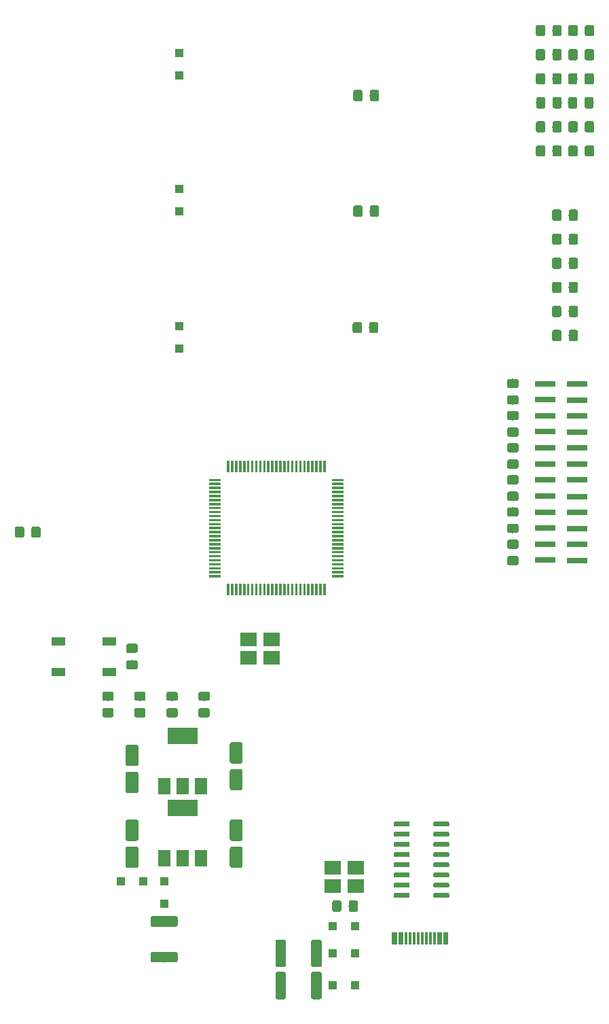
<source format=gbr>
G04 #@! TF.GenerationSoftware,KiCad,Pcbnew,(5.1.2-1)-1*
G04 #@! TF.CreationDate,2020-01-30T23:37:21-08:00*
G04 #@! TF.ProjectId,complete testboard,636f6d70-6c65-4746-9520-74657374626f,1.0*
G04 #@! TF.SameCoordinates,Original*
G04 #@! TF.FileFunction,Paste,Top*
G04 #@! TF.FilePolarity,Positive*
%FSLAX46Y46*%
G04 Gerber Fmt 4.6, Leading zero omitted, Abs format (unit mm)*
G04 Created by KiCad (PCBNEW (5.1.2-1)-1) date 2020-01-30 23:37:22*
%MOMM*%
%LPD*%
G04 APERTURE LIST*
%ADD10C,0.100000*%
%ADD11C,1.150000*%
%ADD12R,1.100000X1.100000*%
%ADD13R,2.100000X1.800000*%
%ADD14C,0.600000*%
%ADD15R,0.299974X1.524000*%
%ADD16C,0.300000*%
%ADD17R,1.500000X2.000000*%
%ADD18R,3.800000X2.000000*%
%ADD19R,2.500000X0.650000*%
%ADD20R,1.700000X1.000000*%
%ADD21C,1.300000*%
%ADD22C,1.600000*%
G04 APERTURE END LIST*
D10*
G36*
X57524505Y-84401204D02*
G01*
X57548773Y-84404804D01*
X57572572Y-84410765D01*
X57595671Y-84419030D01*
X57617850Y-84429520D01*
X57638893Y-84442132D01*
X57658599Y-84456747D01*
X57676777Y-84473223D01*
X57693253Y-84491401D01*
X57707868Y-84511107D01*
X57720480Y-84532150D01*
X57730970Y-84554329D01*
X57739235Y-84577428D01*
X57745196Y-84601227D01*
X57748796Y-84625495D01*
X57750000Y-84649999D01*
X57750000Y-85550001D01*
X57748796Y-85574505D01*
X57745196Y-85598773D01*
X57739235Y-85622572D01*
X57730970Y-85645671D01*
X57720480Y-85667850D01*
X57707868Y-85688893D01*
X57693253Y-85708599D01*
X57676777Y-85726777D01*
X57658599Y-85743253D01*
X57638893Y-85757868D01*
X57617850Y-85770480D01*
X57595671Y-85780970D01*
X57572572Y-85789235D01*
X57548773Y-85795196D01*
X57524505Y-85798796D01*
X57500001Y-85800000D01*
X56849999Y-85800000D01*
X56825495Y-85798796D01*
X56801227Y-85795196D01*
X56777428Y-85789235D01*
X56754329Y-85780970D01*
X56732150Y-85770480D01*
X56711107Y-85757868D01*
X56691401Y-85743253D01*
X56673223Y-85726777D01*
X56656747Y-85708599D01*
X56642132Y-85688893D01*
X56629520Y-85667850D01*
X56619030Y-85645671D01*
X56610765Y-85622572D01*
X56604804Y-85598773D01*
X56601204Y-85574505D01*
X56600000Y-85550001D01*
X56600000Y-84649999D01*
X56601204Y-84625495D01*
X56604804Y-84601227D01*
X56610765Y-84577428D01*
X56619030Y-84554329D01*
X56629520Y-84532150D01*
X56642132Y-84511107D01*
X56656747Y-84491401D01*
X56673223Y-84473223D01*
X56691401Y-84456747D01*
X56711107Y-84442132D01*
X56732150Y-84429520D01*
X56754329Y-84419030D01*
X56777428Y-84410765D01*
X56801227Y-84404804D01*
X56825495Y-84401204D01*
X56849999Y-84400000D01*
X57500001Y-84400000D01*
X57524505Y-84401204D01*
X57524505Y-84401204D01*
G37*
D11*
X57175000Y-85100000D03*
D10*
G36*
X59574505Y-84401204D02*
G01*
X59598773Y-84404804D01*
X59622572Y-84410765D01*
X59645671Y-84419030D01*
X59667850Y-84429520D01*
X59688893Y-84442132D01*
X59708599Y-84456747D01*
X59726777Y-84473223D01*
X59743253Y-84491401D01*
X59757868Y-84511107D01*
X59770480Y-84532150D01*
X59780970Y-84554329D01*
X59789235Y-84577428D01*
X59795196Y-84601227D01*
X59798796Y-84625495D01*
X59800000Y-84649999D01*
X59800000Y-85550001D01*
X59798796Y-85574505D01*
X59795196Y-85598773D01*
X59789235Y-85622572D01*
X59780970Y-85645671D01*
X59770480Y-85667850D01*
X59757868Y-85688893D01*
X59743253Y-85708599D01*
X59726777Y-85726777D01*
X59708599Y-85743253D01*
X59688893Y-85757868D01*
X59667850Y-85770480D01*
X59645671Y-85780970D01*
X59622572Y-85789235D01*
X59598773Y-85795196D01*
X59574505Y-85798796D01*
X59550001Y-85800000D01*
X58899999Y-85800000D01*
X58875495Y-85798796D01*
X58851227Y-85795196D01*
X58827428Y-85789235D01*
X58804329Y-85780970D01*
X58782150Y-85770480D01*
X58761107Y-85757868D01*
X58741401Y-85743253D01*
X58723223Y-85726777D01*
X58706747Y-85708599D01*
X58692132Y-85688893D01*
X58679520Y-85667850D01*
X58669030Y-85645671D01*
X58660765Y-85622572D01*
X58654804Y-85598773D01*
X58651204Y-85574505D01*
X58650000Y-85550001D01*
X58650000Y-84649999D01*
X58651204Y-84625495D01*
X58654804Y-84601227D01*
X58660765Y-84577428D01*
X58669030Y-84554329D01*
X58679520Y-84532150D01*
X58692132Y-84511107D01*
X58706747Y-84491401D01*
X58723223Y-84473223D01*
X58741401Y-84456747D01*
X58761107Y-84442132D01*
X58782150Y-84429520D01*
X58804329Y-84419030D01*
X58827428Y-84410765D01*
X58851227Y-84404804D01*
X58875495Y-84401204D01*
X58899999Y-84400000D01*
X59550001Y-84400000D01*
X59574505Y-84401204D01*
X59574505Y-84401204D01*
G37*
D11*
X59225000Y-85100000D03*
D12*
X34900000Y-82600000D03*
X34900000Y-79800000D03*
D13*
X56900000Y-183600000D03*
X54000000Y-183600000D03*
X54000000Y-181300000D03*
X56900000Y-181300000D03*
D10*
G36*
X68414703Y-175555722D02*
G01*
X68429264Y-175557882D01*
X68443543Y-175561459D01*
X68457403Y-175566418D01*
X68470710Y-175572712D01*
X68483336Y-175580280D01*
X68495159Y-175589048D01*
X68506066Y-175598934D01*
X68515952Y-175609841D01*
X68524720Y-175621664D01*
X68532288Y-175634290D01*
X68538582Y-175647597D01*
X68543541Y-175661457D01*
X68547118Y-175675736D01*
X68549278Y-175690297D01*
X68550000Y-175705000D01*
X68550000Y-176005000D01*
X68549278Y-176019703D01*
X68547118Y-176034264D01*
X68543541Y-176048543D01*
X68538582Y-176062403D01*
X68532288Y-176075710D01*
X68524720Y-176088336D01*
X68515952Y-176100159D01*
X68506066Y-176111066D01*
X68495159Y-176120952D01*
X68483336Y-176129720D01*
X68470710Y-176137288D01*
X68457403Y-176143582D01*
X68443543Y-176148541D01*
X68429264Y-176152118D01*
X68414703Y-176154278D01*
X68400000Y-176155000D01*
X66750000Y-176155000D01*
X66735297Y-176154278D01*
X66720736Y-176152118D01*
X66706457Y-176148541D01*
X66692597Y-176143582D01*
X66679290Y-176137288D01*
X66666664Y-176129720D01*
X66654841Y-176120952D01*
X66643934Y-176111066D01*
X66634048Y-176100159D01*
X66625280Y-176088336D01*
X66617712Y-176075710D01*
X66611418Y-176062403D01*
X66606459Y-176048543D01*
X66602882Y-176034264D01*
X66600722Y-176019703D01*
X66600000Y-176005000D01*
X66600000Y-175705000D01*
X66600722Y-175690297D01*
X66602882Y-175675736D01*
X66606459Y-175661457D01*
X66611418Y-175647597D01*
X66617712Y-175634290D01*
X66625280Y-175621664D01*
X66634048Y-175609841D01*
X66643934Y-175598934D01*
X66654841Y-175589048D01*
X66666664Y-175580280D01*
X66679290Y-175572712D01*
X66692597Y-175566418D01*
X66706457Y-175561459D01*
X66720736Y-175557882D01*
X66735297Y-175555722D01*
X66750000Y-175555000D01*
X68400000Y-175555000D01*
X68414703Y-175555722D01*
X68414703Y-175555722D01*
G37*
D14*
X67575000Y-175855000D03*
D10*
G36*
X68414703Y-176825722D02*
G01*
X68429264Y-176827882D01*
X68443543Y-176831459D01*
X68457403Y-176836418D01*
X68470710Y-176842712D01*
X68483336Y-176850280D01*
X68495159Y-176859048D01*
X68506066Y-176868934D01*
X68515952Y-176879841D01*
X68524720Y-176891664D01*
X68532288Y-176904290D01*
X68538582Y-176917597D01*
X68543541Y-176931457D01*
X68547118Y-176945736D01*
X68549278Y-176960297D01*
X68550000Y-176975000D01*
X68550000Y-177275000D01*
X68549278Y-177289703D01*
X68547118Y-177304264D01*
X68543541Y-177318543D01*
X68538582Y-177332403D01*
X68532288Y-177345710D01*
X68524720Y-177358336D01*
X68515952Y-177370159D01*
X68506066Y-177381066D01*
X68495159Y-177390952D01*
X68483336Y-177399720D01*
X68470710Y-177407288D01*
X68457403Y-177413582D01*
X68443543Y-177418541D01*
X68429264Y-177422118D01*
X68414703Y-177424278D01*
X68400000Y-177425000D01*
X66750000Y-177425000D01*
X66735297Y-177424278D01*
X66720736Y-177422118D01*
X66706457Y-177418541D01*
X66692597Y-177413582D01*
X66679290Y-177407288D01*
X66666664Y-177399720D01*
X66654841Y-177390952D01*
X66643934Y-177381066D01*
X66634048Y-177370159D01*
X66625280Y-177358336D01*
X66617712Y-177345710D01*
X66611418Y-177332403D01*
X66606459Y-177318543D01*
X66602882Y-177304264D01*
X66600722Y-177289703D01*
X66600000Y-177275000D01*
X66600000Y-176975000D01*
X66600722Y-176960297D01*
X66602882Y-176945736D01*
X66606459Y-176931457D01*
X66611418Y-176917597D01*
X66617712Y-176904290D01*
X66625280Y-176891664D01*
X66634048Y-176879841D01*
X66643934Y-176868934D01*
X66654841Y-176859048D01*
X66666664Y-176850280D01*
X66679290Y-176842712D01*
X66692597Y-176836418D01*
X66706457Y-176831459D01*
X66720736Y-176827882D01*
X66735297Y-176825722D01*
X66750000Y-176825000D01*
X68400000Y-176825000D01*
X68414703Y-176825722D01*
X68414703Y-176825722D01*
G37*
D14*
X67575000Y-177125000D03*
D10*
G36*
X68414703Y-178095722D02*
G01*
X68429264Y-178097882D01*
X68443543Y-178101459D01*
X68457403Y-178106418D01*
X68470710Y-178112712D01*
X68483336Y-178120280D01*
X68495159Y-178129048D01*
X68506066Y-178138934D01*
X68515952Y-178149841D01*
X68524720Y-178161664D01*
X68532288Y-178174290D01*
X68538582Y-178187597D01*
X68543541Y-178201457D01*
X68547118Y-178215736D01*
X68549278Y-178230297D01*
X68550000Y-178245000D01*
X68550000Y-178545000D01*
X68549278Y-178559703D01*
X68547118Y-178574264D01*
X68543541Y-178588543D01*
X68538582Y-178602403D01*
X68532288Y-178615710D01*
X68524720Y-178628336D01*
X68515952Y-178640159D01*
X68506066Y-178651066D01*
X68495159Y-178660952D01*
X68483336Y-178669720D01*
X68470710Y-178677288D01*
X68457403Y-178683582D01*
X68443543Y-178688541D01*
X68429264Y-178692118D01*
X68414703Y-178694278D01*
X68400000Y-178695000D01*
X66750000Y-178695000D01*
X66735297Y-178694278D01*
X66720736Y-178692118D01*
X66706457Y-178688541D01*
X66692597Y-178683582D01*
X66679290Y-178677288D01*
X66666664Y-178669720D01*
X66654841Y-178660952D01*
X66643934Y-178651066D01*
X66634048Y-178640159D01*
X66625280Y-178628336D01*
X66617712Y-178615710D01*
X66611418Y-178602403D01*
X66606459Y-178588543D01*
X66602882Y-178574264D01*
X66600722Y-178559703D01*
X66600000Y-178545000D01*
X66600000Y-178245000D01*
X66600722Y-178230297D01*
X66602882Y-178215736D01*
X66606459Y-178201457D01*
X66611418Y-178187597D01*
X66617712Y-178174290D01*
X66625280Y-178161664D01*
X66634048Y-178149841D01*
X66643934Y-178138934D01*
X66654841Y-178129048D01*
X66666664Y-178120280D01*
X66679290Y-178112712D01*
X66692597Y-178106418D01*
X66706457Y-178101459D01*
X66720736Y-178097882D01*
X66735297Y-178095722D01*
X66750000Y-178095000D01*
X68400000Y-178095000D01*
X68414703Y-178095722D01*
X68414703Y-178095722D01*
G37*
D14*
X67575000Y-178395000D03*
D10*
G36*
X68414703Y-179365722D02*
G01*
X68429264Y-179367882D01*
X68443543Y-179371459D01*
X68457403Y-179376418D01*
X68470710Y-179382712D01*
X68483336Y-179390280D01*
X68495159Y-179399048D01*
X68506066Y-179408934D01*
X68515952Y-179419841D01*
X68524720Y-179431664D01*
X68532288Y-179444290D01*
X68538582Y-179457597D01*
X68543541Y-179471457D01*
X68547118Y-179485736D01*
X68549278Y-179500297D01*
X68550000Y-179515000D01*
X68550000Y-179815000D01*
X68549278Y-179829703D01*
X68547118Y-179844264D01*
X68543541Y-179858543D01*
X68538582Y-179872403D01*
X68532288Y-179885710D01*
X68524720Y-179898336D01*
X68515952Y-179910159D01*
X68506066Y-179921066D01*
X68495159Y-179930952D01*
X68483336Y-179939720D01*
X68470710Y-179947288D01*
X68457403Y-179953582D01*
X68443543Y-179958541D01*
X68429264Y-179962118D01*
X68414703Y-179964278D01*
X68400000Y-179965000D01*
X66750000Y-179965000D01*
X66735297Y-179964278D01*
X66720736Y-179962118D01*
X66706457Y-179958541D01*
X66692597Y-179953582D01*
X66679290Y-179947288D01*
X66666664Y-179939720D01*
X66654841Y-179930952D01*
X66643934Y-179921066D01*
X66634048Y-179910159D01*
X66625280Y-179898336D01*
X66617712Y-179885710D01*
X66611418Y-179872403D01*
X66606459Y-179858543D01*
X66602882Y-179844264D01*
X66600722Y-179829703D01*
X66600000Y-179815000D01*
X66600000Y-179515000D01*
X66600722Y-179500297D01*
X66602882Y-179485736D01*
X66606459Y-179471457D01*
X66611418Y-179457597D01*
X66617712Y-179444290D01*
X66625280Y-179431664D01*
X66634048Y-179419841D01*
X66643934Y-179408934D01*
X66654841Y-179399048D01*
X66666664Y-179390280D01*
X66679290Y-179382712D01*
X66692597Y-179376418D01*
X66706457Y-179371459D01*
X66720736Y-179367882D01*
X66735297Y-179365722D01*
X66750000Y-179365000D01*
X68400000Y-179365000D01*
X68414703Y-179365722D01*
X68414703Y-179365722D01*
G37*
D14*
X67575000Y-179665000D03*
D10*
G36*
X68414703Y-180635722D02*
G01*
X68429264Y-180637882D01*
X68443543Y-180641459D01*
X68457403Y-180646418D01*
X68470710Y-180652712D01*
X68483336Y-180660280D01*
X68495159Y-180669048D01*
X68506066Y-180678934D01*
X68515952Y-180689841D01*
X68524720Y-180701664D01*
X68532288Y-180714290D01*
X68538582Y-180727597D01*
X68543541Y-180741457D01*
X68547118Y-180755736D01*
X68549278Y-180770297D01*
X68550000Y-180785000D01*
X68550000Y-181085000D01*
X68549278Y-181099703D01*
X68547118Y-181114264D01*
X68543541Y-181128543D01*
X68538582Y-181142403D01*
X68532288Y-181155710D01*
X68524720Y-181168336D01*
X68515952Y-181180159D01*
X68506066Y-181191066D01*
X68495159Y-181200952D01*
X68483336Y-181209720D01*
X68470710Y-181217288D01*
X68457403Y-181223582D01*
X68443543Y-181228541D01*
X68429264Y-181232118D01*
X68414703Y-181234278D01*
X68400000Y-181235000D01*
X66750000Y-181235000D01*
X66735297Y-181234278D01*
X66720736Y-181232118D01*
X66706457Y-181228541D01*
X66692597Y-181223582D01*
X66679290Y-181217288D01*
X66666664Y-181209720D01*
X66654841Y-181200952D01*
X66643934Y-181191066D01*
X66634048Y-181180159D01*
X66625280Y-181168336D01*
X66617712Y-181155710D01*
X66611418Y-181142403D01*
X66606459Y-181128543D01*
X66602882Y-181114264D01*
X66600722Y-181099703D01*
X66600000Y-181085000D01*
X66600000Y-180785000D01*
X66600722Y-180770297D01*
X66602882Y-180755736D01*
X66606459Y-180741457D01*
X66611418Y-180727597D01*
X66617712Y-180714290D01*
X66625280Y-180701664D01*
X66634048Y-180689841D01*
X66643934Y-180678934D01*
X66654841Y-180669048D01*
X66666664Y-180660280D01*
X66679290Y-180652712D01*
X66692597Y-180646418D01*
X66706457Y-180641459D01*
X66720736Y-180637882D01*
X66735297Y-180635722D01*
X66750000Y-180635000D01*
X68400000Y-180635000D01*
X68414703Y-180635722D01*
X68414703Y-180635722D01*
G37*
D14*
X67575000Y-180935000D03*
D10*
G36*
X68414703Y-181905722D02*
G01*
X68429264Y-181907882D01*
X68443543Y-181911459D01*
X68457403Y-181916418D01*
X68470710Y-181922712D01*
X68483336Y-181930280D01*
X68495159Y-181939048D01*
X68506066Y-181948934D01*
X68515952Y-181959841D01*
X68524720Y-181971664D01*
X68532288Y-181984290D01*
X68538582Y-181997597D01*
X68543541Y-182011457D01*
X68547118Y-182025736D01*
X68549278Y-182040297D01*
X68550000Y-182055000D01*
X68550000Y-182355000D01*
X68549278Y-182369703D01*
X68547118Y-182384264D01*
X68543541Y-182398543D01*
X68538582Y-182412403D01*
X68532288Y-182425710D01*
X68524720Y-182438336D01*
X68515952Y-182450159D01*
X68506066Y-182461066D01*
X68495159Y-182470952D01*
X68483336Y-182479720D01*
X68470710Y-182487288D01*
X68457403Y-182493582D01*
X68443543Y-182498541D01*
X68429264Y-182502118D01*
X68414703Y-182504278D01*
X68400000Y-182505000D01*
X66750000Y-182505000D01*
X66735297Y-182504278D01*
X66720736Y-182502118D01*
X66706457Y-182498541D01*
X66692597Y-182493582D01*
X66679290Y-182487288D01*
X66666664Y-182479720D01*
X66654841Y-182470952D01*
X66643934Y-182461066D01*
X66634048Y-182450159D01*
X66625280Y-182438336D01*
X66617712Y-182425710D01*
X66611418Y-182412403D01*
X66606459Y-182398543D01*
X66602882Y-182384264D01*
X66600722Y-182369703D01*
X66600000Y-182355000D01*
X66600000Y-182055000D01*
X66600722Y-182040297D01*
X66602882Y-182025736D01*
X66606459Y-182011457D01*
X66611418Y-181997597D01*
X66617712Y-181984290D01*
X66625280Y-181971664D01*
X66634048Y-181959841D01*
X66643934Y-181948934D01*
X66654841Y-181939048D01*
X66666664Y-181930280D01*
X66679290Y-181922712D01*
X66692597Y-181916418D01*
X66706457Y-181911459D01*
X66720736Y-181907882D01*
X66735297Y-181905722D01*
X66750000Y-181905000D01*
X68400000Y-181905000D01*
X68414703Y-181905722D01*
X68414703Y-181905722D01*
G37*
D14*
X67575000Y-182205000D03*
D10*
G36*
X68414703Y-183175722D02*
G01*
X68429264Y-183177882D01*
X68443543Y-183181459D01*
X68457403Y-183186418D01*
X68470710Y-183192712D01*
X68483336Y-183200280D01*
X68495159Y-183209048D01*
X68506066Y-183218934D01*
X68515952Y-183229841D01*
X68524720Y-183241664D01*
X68532288Y-183254290D01*
X68538582Y-183267597D01*
X68543541Y-183281457D01*
X68547118Y-183295736D01*
X68549278Y-183310297D01*
X68550000Y-183325000D01*
X68550000Y-183625000D01*
X68549278Y-183639703D01*
X68547118Y-183654264D01*
X68543541Y-183668543D01*
X68538582Y-183682403D01*
X68532288Y-183695710D01*
X68524720Y-183708336D01*
X68515952Y-183720159D01*
X68506066Y-183731066D01*
X68495159Y-183740952D01*
X68483336Y-183749720D01*
X68470710Y-183757288D01*
X68457403Y-183763582D01*
X68443543Y-183768541D01*
X68429264Y-183772118D01*
X68414703Y-183774278D01*
X68400000Y-183775000D01*
X66750000Y-183775000D01*
X66735297Y-183774278D01*
X66720736Y-183772118D01*
X66706457Y-183768541D01*
X66692597Y-183763582D01*
X66679290Y-183757288D01*
X66666664Y-183749720D01*
X66654841Y-183740952D01*
X66643934Y-183731066D01*
X66634048Y-183720159D01*
X66625280Y-183708336D01*
X66617712Y-183695710D01*
X66611418Y-183682403D01*
X66606459Y-183668543D01*
X66602882Y-183654264D01*
X66600722Y-183639703D01*
X66600000Y-183625000D01*
X66600000Y-183325000D01*
X66600722Y-183310297D01*
X66602882Y-183295736D01*
X66606459Y-183281457D01*
X66611418Y-183267597D01*
X66617712Y-183254290D01*
X66625280Y-183241664D01*
X66634048Y-183229841D01*
X66643934Y-183218934D01*
X66654841Y-183209048D01*
X66666664Y-183200280D01*
X66679290Y-183192712D01*
X66692597Y-183186418D01*
X66706457Y-183181459D01*
X66720736Y-183177882D01*
X66735297Y-183175722D01*
X66750000Y-183175000D01*
X68400000Y-183175000D01*
X68414703Y-183175722D01*
X68414703Y-183175722D01*
G37*
D14*
X67575000Y-183475000D03*
D10*
G36*
X68414703Y-184445722D02*
G01*
X68429264Y-184447882D01*
X68443543Y-184451459D01*
X68457403Y-184456418D01*
X68470710Y-184462712D01*
X68483336Y-184470280D01*
X68495159Y-184479048D01*
X68506066Y-184488934D01*
X68515952Y-184499841D01*
X68524720Y-184511664D01*
X68532288Y-184524290D01*
X68538582Y-184537597D01*
X68543541Y-184551457D01*
X68547118Y-184565736D01*
X68549278Y-184580297D01*
X68550000Y-184595000D01*
X68550000Y-184895000D01*
X68549278Y-184909703D01*
X68547118Y-184924264D01*
X68543541Y-184938543D01*
X68538582Y-184952403D01*
X68532288Y-184965710D01*
X68524720Y-184978336D01*
X68515952Y-184990159D01*
X68506066Y-185001066D01*
X68495159Y-185010952D01*
X68483336Y-185019720D01*
X68470710Y-185027288D01*
X68457403Y-185033582D01*
X68443543Y-185038541D01*
X68429264Y-185042118D01*
X68414703Y-185044278D01*
X68400000Y-185045000D01*
X66750000Y-185045000D01*
X66735297Y-185044278D01*
X66720736Y-185042118D01*
X66706457Y-185038541D01*
X66692597Y-185033582D01*
X66679290Y-185027288D01*
X66666664Y-185019720D01*
X66654841Y-185010952D01*
X66643934Y-185001066D01*
X66634048Y-184990159D01*
X66625280Y-184978336D01*
X66617712Y-184965710D01*
X66611418Y-184952403D01*
X66606459Y-184938543D01*
X66602882Y-184924264D01*
X66600722Y-184909703D01*
X66600000Y-184895000D01*
X66600000Y-184595000D01*
X66600722Y-184580297D01*
X66602882Y-184565736D01*
X66606459Y-184551457D01*
X66611418Y-184537597D01*
X66617712Y-184524290D01*
X66625280Y-184511664D01*
X66634048Y-184499841D01*
X66643934Y-184488934D01*
X66654841Y-184479048D01*
X66666664Y-184470280D01*
X66679290Y-184462712D01*
X66692597Y-184456418D01*
X66706457Y-184451459D01*
X66720736Y-184447882D01*
X66735297Y-184445722D01*
X66750000Y-184445000D01*
X68400000Y-184445000D01*
X68414703Y-184445722D01*
X68414703Y-184445722D01*
G37*
D14*
X67575000Y-184745000D03*
D10*
G36*
X63464703Y-184445722D02*
G01*
X63479264Y-184447882D01*
X63493543Y-184451459D01*
X63507403Y-184456418D01*
X63520710Y-184462712D01*
X63533336Y-184470280D01*
X63545159Y-184479048D01*
X63556066Y-184488934D01*
X63565952Y-184499841D01*
X63574720Y-184511664D01*
X63582288Y-184524290D01*
X63588582Y-184537597D01*
X63593541Y-184551457D01*
X63597118Y-184565736D01*
X63599278Y-184580297D01*
X63600000Y-184595000D01*
X63600000Y-184895000D01*
X63599278Y-184909703D01*
X63597118Y-184924264D01*
X63593541Y-184938543D01*
X63588582Y-184952403D01*
X63582288Y-184965710D01*
X63574720Y-184978336D01*
X63565952Y-184990159D01*
X63556066Y-185001066D01*
X63545159Y-185010952D01*
X63533336Y-185019720D01*
X63520710Y-185027288D01*
X63507403Y-185033582D01*
X63493543Y-185038541D01*
X63479264Y-185042118D01*
X63464703Y-185044278D01*
X63450000Y-185045000D01*
X61800000Y-185045000D01*
X61785297Y-185044278D01*
X61770736Y-185042118D01*
X61756457Y-185038541D01*
X61742597Y-185033582D01*
X61729290Y-185027288D01*
X61716664Y-185019720D01*
X61704841Y-185010952D01*
X61693934Y-185001066D01*
X61684048Y-184990159D01*
X61675280Y-184978336D01*
X61667712Y-184965710D01*
X61661418Y-184952403D01*
X61656459Y-184938543D01*
X61652882Y-184924264D01*
X61650722Y-184909703D01*
X61650000Y-184895000D01*
X61650000Y-184595000D01*
X61650722Y-184580297D01*
X61652882Y-184565736D01*
X61656459Y-184551457D01*
X61661418Y-184537597D01*
X61667712Y-184524290D01*
X61675280Y-184511664D01*
X61684048Y-184499841D01*
X61693934Y-184488934D01*
X61704841Y-184479048D01*
X61716664Y-184470280D01*
X61729290Y-184462712D01*
X61742597Y-184456418D01*
X61756457Y-184451459D01*
X61770736Y-184447882D01*
X61785297Y-184445722D01*
X61800000Y-184445000D01*
X63450000Y-184445000D01*
X63464703Y-184445722D01*
X63464703Y-184445722D01*
G37*
D14*
X62625000Y-184745000D03*
D10*
G36*
X63464703Y-183175722D02*
G01*
X63479264Y-183177882D01*
X63493543Y-183181459D01*
X63507403Y-183186418D01*
X63520710Y-183192712D01*
X63533336Y-183200280D01*
X63545159Y-183209048D01*
X63556066Y-183218934D01*
X63565952Y-183229841D01*
X63574720Y-183241664D01*
X63582288Y-183254290D01*
X63588582Y-183267597D01*
X63593541Y-183281457D01*
X63597118Y-183295736D01*
X63599278Y-183310297D01*
X63600000Y-183325000D01*
X63600000Y-183625000D01*
X63599278Y-183639703D01*
X63597118Y-183654264D01*
X63593541Y-183668543D01*
X63588582Y-183682403D01*
X63582288Y-183695710D01*
X63574720Y-183708336D01*
X63565952Y-183720159D01*
X63556066Y-183731066D01*
X63545159Y-183740952D01*
X63533336Y-183749720D01*
X63520710Y-183757288D01*
X63507403Y-183763582D01*
X63493543Y-183768541D01*
X63479264Y-183772118D01*
X63464703Y-183774278D01*
X63450000Y-183775000D01*
X61800000Y-183775000D01*
X61785297Y-183774278D01*
X61770736Y-183772118D01*
X61756457Y-183768541D01*
X61742597Y-183763582D01*
X61729290Y-183757288D01*
X61716664Y-183749720D01*
X61704841Y-183740952D01*
X61693934Y-183731066D01*
X61684048Y-183720159D01*
X61675280Y-183708336D01*
X61667712Y-183695710D01*
X61661418Y-183682403D01*
X61656459Y-183668543D01*
X61652882Y-183654264D01*
X61650722Y-183639703D01*
X61650000Y-183625000D01*
X61650000Y-183325000D01*
X61650722Y-183310297D01*
X61652882Y-183295736D01*
X61656459Y-183281457D01*
X61661418Y-183267597D01*
X61667712Y-183254290D01*
X61675280Y-183241664D01*
X61684048Y-183229841D01*
X61693934Y-183218934D01*
X61704841Y-183209048D01*
X61716664Y-183200280D01*
X61729290Y-183192712D01*
X61742597Y-183186418D01*
X61756457Y-183181459D01*
X61770736Y-183177882D01*
X61785297Y-183175722D01*
X61800000Y-183175000D01*
X63450000Y-183175000D01*
X63464703Y-183175722D01*
X63464703Y-183175722D01*
G37*
D14*
X62625000Y-183475000D03*
D10*
G36*
X63464703Y-181905722D02*
G01*
X63479264Y-181907882D01*
X63493543Y-181911459D01*
X63507403Y-181916418D01*
X63520710Y-181922712D01*
X63533336Y-181930280D01*
X63545159Y-181939048D01*
X63556066Y-181948934D01*
X63565952Y-181959841D01*
X63574720Y-181971664D01*
X63582288Y-181984290D01*
X63588582Y-181997597D01*
X63593541Y-182011457D01*
X63597118Y-182025736D01*
X63599278Y-182040297D01*
X63600000Y-182055000D01*
X63600000Y-182355000D01*
X63599278Y-182369703D01*
X63597118Y-182384264D01*
X63593541Y-182398543D01*
X63588582Y-182412403D01*
X63582288Y-182425710D01*
X63574720Y-182438336D01*
X63565952Y-182450159D01*
X63556066Y-182461066D01*
X63545159Y-182470952D01*
X63533336Y-182479720D01*
X63520710Y-182487288D01*
X63507403Y-182493582D01*
X63493543Y-182498541D01*
X63479264Y-182502118D01*
X63464703Y-182504278D01*
X63450000Y-182505000D01*
X61800000Y-182505000D01*
X61785297Y-182504278D01*
X61770736Y-182502118D01*
X61756457Y-182498541D01*
X61742597Y-182493582D01*
X61729290Y-182487288D01*
X61716664Y-182479720D01*
X61704841Y-182470952D01*
X61693934Y-182461066D01*
X61684048Y-182450159D01*
X61675280Y-182438336D01*
X61667712Y-182425710D01*
X61661418Y-182412403D01*
X61656459Y-182398543D01*
X61652882Y-182384264D01*
X61650722Y-182369703D01*
X61650000Y-182355000D01*
X61650000Y-182055000D01*
X61650722Y-182040297D01*
X61652882Y-182025736D01*
X61656459Y-182011457D01*
X61661418Y-181997597D01*
X61667712Y-181984290D01*
X61675280Y-181971664D01*
X61684048Y-181959841D01*
X61693934Y-181948934D01*
X61704841Y-181939048D01*
X61716664Y-181930280D01*
X61729290Y-181922712D01*
X61742597Y-181916418D01*
X61756457Y-181911459D01*
X61770736Y-181907882D01*
X61785297Y-181905722D01*
X61800000Y-181905000D01*
X63450000Y-181905000D01*
X63464703Y-181905722D01*
X63464703Y-181905722D01*
G37*
D14*
X62625000Y-182205000D03*
D10*
G36*
X63464703Y-180635722D02*
G01*
X63479264Y-180637882D01*
X63493543Y-180641459D01*
X63507403Y-180646418D01*
X63520710Y-180652712D01*
X63533336Y-180660280D01*
X63545159Y-180669048D01*
X63556066Y-180678934D01*
X63565952Y-180689841D01*
X63574720Y-180701664D01*
X63582288Y-180714290D01*
X63588582Y-180727597D01*
X63593541Y-180741457D01*
X63597118Y-180755736D01*
X63599278Y-180770297D01*
X63600000Y-180785000D01*
X63600000Y-181085000D01*
X63599278Y-181099703D01*
X63597118Y-181114264D01*
X63593541Y-181128543D01*
X63588582Y-181142403D01*
X63582288Y-181155710D01*
X63574720Y-181168336D01*
X63565952Y-181180159D01*
X63556066Y-181191066D01*
X63545159Y-181200952D01*
X63533336Y-181209720D01*
X63520710Y-181217288D01*
X63507403Y-181223582D01*
X63493543Y-181228541D01*
X63479264Y-181232118D01*
X63464703Y-181234278D01*
X63450000Y-181235000D01*
X61800000Y-181235000D01*
X61785297Y-181234278D01*
X61770736Y-181232118D01*
X61756457Y-181228541D01*
X61742597Y-181223582D01*
X61729290Y-181217288D01*
X61716664Y-181209720D01*
X61704841Y-181200952D01*
X61693934Y-181191066D01*
X61684048Y-181180159D01*
X61675280Y-181168336D01*
X61667712Y-181155710D01*
X61661418Y-181142403D01*
X61656459Y-181128543D01*
X61652882Y-181114264D01*
X61650722Y-181099703D01*
X61650000Y-181085000D01*
X61650000Y-180785000D01*
X61650722Y-180770297D01*
X61652882Y-180755736D01*
X61656459Y-180741457D01*
X61661418Y-180727597D01*
X61667712Y-180714290D01*
X61675280Y-180701664D01*
X61684048Y-180689841D01*
X61693934Y-180678934D01*
X61704841Y-180669048D01*
X61716664Y-180660280D01*
X61729290Y-180652712D01*
X61742597Y-180646418D01*
X61756457Y-180641459D01*
X61770736Y-180637882D01*
X61785297Y-180635722D01*
X61800000Y-180635000D01*
X63450000Y-180635000D01*
X63464703Y-180635722D01*
X63464703Y-180635722D01*
G37*
D14*
X62625000Y-180935000D03*
D10*
G36*
X63464703Y-179365722D02*
G01*
X63479264Y-179367882D01*
X63493543Y-179371459D01*
X63507403Y-179376418D01*
X63520710Y-179382712D01*
X63533336Y-179390280D01*
X63545159Y-179399048D01*
X63556066Y-179408934D01*
X63565952Y-179419841D01*
X63574720Y-179431664D01*
X63582288Y-179444290D01*
X63588582Y-179457597D01*
X63593541Y-179471457D01*
X63597118Y-179485736D01*
X63599278Y-179500297D01*
X63600000Y-179515000D01*
X63600000Y-179815000D01*
X63599278Y-179829703D01*
X63597118Y-179844264D01*
X63593541Y-179858543D01*
X63588582Y-179872403D01*
X63582288Y-179885710D01*
X63574720Y-179898336D01*
X63565952Y-179910159D01*
X63556066Y-179921066D01*
X63545159Y-179930952D01*
X63533336Y-179939720D01*
X63520710Y-179947288D01*
X63507403Y-179953582D01*
X63493543Y-179958541D01*
X63479264Y-179962118D01*
X63464703Y-179964278D01*
X63450000Y-179965000D01*
X61800000Y-179965000D01*
X61785297Y-179964278D01*
X61770736Y-179962118D01*
X61756457Y-179958541D01*
X61742597Y-179953582D01*
X61729290Y-179947288D01*
X61716664Y-179939720D01*
X61704841Y-179930952D01*
X61693934Y-179921066D01*
X61684048Y-179910159D01*
X61675280Y-179898336D01*
X61667712Y-179885710D01*
X61661418Y-179872403D01*
X61656459Y-179858543D01*
X61652882Y-179844264D01*
X61650722Y-179829703D01*
X61650000Y-179815000D01*
X61650000Y-179515000D01*
X61650722Y-179500297D01*
X61652882Y-179485736D01*
X61656459Y-179471457D01*
X61661418Y-179457597D01*
X61667712Y-179444290D01*
X61675280Y-179431664D01*
X61684048Y-179419841D01*
X61693934Y-179408934D01*
X61704841Y-179399048D01*
X61716664Y-179390280D01*
X61729290Y-179382712D01*
X61742597Y-179376418D01*
X61756457Y-179371459D01*
X61770736Y-179367882D01*
X61785297Y-179365722D01*
X61800000Y-179365000D01*
X63450000Y-179365000D01*
X63464703Y-179365722D01*
X63464703Y-179365722D01*
G37*
D14*
X62625000Y-179665000D03*
D10*
G36*
X63464703Y-178095722D02*
G01*
X63479264Y-178097882D01*
X63493543Y-178101459D01*
X63507403Y-178106418D01*
X63520710Y-178112712D01*
X63533336Y-178120280D01*
X63545159Y-178129048D01*
X63556066Y-178138934D01*
X63565952Y-178149841D01*
X63574720Y-178161664D01*
X63582288Y-178174290D01*
X63588582Y-178187597D01*
X63593541Y-178201457D01*
X63597118Y-178215736D01*
X63599278Y-178230297D01*
X63600000Y-178245000D01*
X63600000Y-178545000D01*
X63599278Y-178559703D01*
X63597118Y-178574264D01*
X63593541Y-178588543D01*
X63588582Y-178602403D01*
X63582288Y-178615710D01*
X63574720Y-178628336D01*
X63565952Y-178640159D01*
X63556066Y-178651066D01*
X63545159Y-178660952D01*
X63533336Y-178669720D01*
X63520710Y-178677288D01*
X63507403Y-178683582D01*
X63493543Y-178688541D01*
X63479264Y-178692118D01*
X63464703Y-178694278D01*
X63450000Y-178695000D01*
X61800000Y-178695000D01*
X61785297Y-178694278D01*
X61770736Y-178692118D01*
X61756457Y-178688541D01*
X61742597Y-178683582D01*
X61729290Y-178677288D01*
X61716664Y-178669720D01*
X61704841Y-178660952D01*
X61693934Y-178651066D01*
X61684048Y-178640159D01*
X61675280Y-178628336D01*
X61667712Y-178615710D01*
X61661418Y-178602403D01*
X61656459Y-178588543D01*
X61652882Y-178574264D01*
X61650722Y-178559703D01*
X61650000Y-178545000D01*
X61650000Y-178245000D01*
X61650722Y-178230297D01*
X61652882Y-178215736D01*
X61656459Y-178201457D01*
X61661418Y-178187597D01*
X61667712Y-178174290D01*
X61675280Y-178161664D01*
X61684048Y-178149841D01*
X61693934Y-178138934D01*
X61704841Y-178129048D01*
X61716664Y-178120280D01*
X61729290Y-178112712D01*
X61742597Y-178106418D01*
X61756457Y-178101459D01*
X61770736Y-178097882D01*
X61785297Y-178095722D01*
X61800000Y-178095000D01*
X63450000Y-178095000D01*
X63464703Y-178095722D01*
X63464703Y-178095722D01*
G37*
D14*
X62625000Y-178395000D03*
D10*
G36*
X63464703Y-176825722D02*
G01*
X63479264Y-176827882D01*
X63493543Y-176831459D01*
X63507403Y-176836418D01*
X63520710Y-176842712D01*
X63533336Y-176850280D01*
X63545159Y-176859048D01*
X63556066Y-176868934D01*
X63565952Y-176879841D01*
X63574720Y-176891664D01*
X63582288Y-176904290D01*
X63588582Y-176917597D01*
X63593541Y-176931457D01*
X63597118Y-176945736D01*
X63599278Y-176960297D01*
X63600000Y-176975000D01*
X63600000Y-177275000D01*
X63599278Y-177289703D01*
X63597118Y-177304264D01*
X63593541Y-177318543D01*
X63588582Y-177332403D01*
X63582288Y-177345710D01*
X63574720Y-177358336D01*
X63565952Y-177370159D01*
X63556066Y-177381066D01*
X63545159Y-177390952D01*
X63533336Y-177399720D01*
X63520710Y-177407288D01*
X63507403Y-177413582D01*
X63493543Y-177418541D01*
X63479264Y-177422118D01*
X63464703Y-177424278D01*
X63450000Y-177425000D01*
X61800000Y-177425000D01*
X61785297Y-177424278D01*
X61770736Y-177422118D01*
X61756457Y-177418541D01*
X61742597Y-177413582D01*
X61729290Y-177407288D01*
X61716664Y-177399720D01*
X61704841Y-177390952D01*
X61693934Y-177381066D01*
X61684048Y-177370159D01*
X61675280Y-177358336D01*
X61667712Y-177345710D01*
X61661418Y-177332403D01*
X61656459Y-177318543D01*
X61652882Y-177304264D01*
X61650722Y-177289703D01*
X61650000Y-177275000D01*
X61650000Y-176975000D01*
X61650722Y-176960297D01*
X61652882Y-176945736D01*
X61656459Y-176931457D01*
X61661418Y-176917597D01*
X61667712Y-176904290D01*
X61675280Y-176891664D01*
X61684048Y-176879841D01*
X61693934Y-176868934D01*
X61704841Y-176859048D01*
X61716664Y-176850280D01*
X61729290Y-176842712D01*
X61742597Y-176836418D01*
X61756457Y-176831459D01*
X61770736Y-176827882D01*
X61785297Y-176825722D01*
X61800000Y-176825000D01*
X63450000Y-176825000D01*
X63464703Y-176825722D01*
X63464703Y-176825722D01*
G37*
D14*
X62625000Y-177125000D03*
D10*
G36*
X63464703Y-175555722D02*
G01*
X63479264Y-175557882D01*
X63493543Y-175561459D01*
X63507403Y-175566418D01*
X63520710Y-175572712D01*
X63533336Y-175580280D01*
X63545159Y-175589048D01*
X63556066Y-175598934D01*
X63565952Y-175609841D01*
X63574720Y-175621664D01*
X63582288Y-175634290D01*
X63588582Y-175647597D01*
X63593541Y-175661457D01*
X63597118Y-175675736D01*
X63599278Y-175690297D01*
X63600000Y-175705000D01*
X63600000Y-176005000D01*
X63599278Y-176019703D01*
X63597118Y-176034264D01*
X63593541Y-176048543D01*
X63588582Y-176062403D01*
X63582288Y-176075710D01*
X63574720Y-176088336D01*
X63565952Y-176100159D01*
X63556066Y-176111066D01*
X63545159Y-176120952D01*
X63533336Y-176129720D01*
X63520710Y-176137288D01*
X63507403Y-176143582D01*
X63493543Y-176148541D01*
X63479264Y-176152118D01*
X63464703Y-176154278D01*
X63450000Y-176155000D01*
X61800000Y-176155000D01*
X61785297Y-176154278D01*
X61770736Y-176152118D01*
X61756457Y-176148541D01*
X61742597Y-176143582D01*
X61729290Y-176137288D01*
X61716664Y-176129720D01*
X61704841Y-176120952D01*
X61693934Y-176111066D01*
X61684048Y-176100159D01*
X61675280Y-176088336D01*
X61667712Y-176075710D01*
X61661418Y-176062403D01*
X61656459Y-176048543D01*
X61652882Y-176034264D01*
X61650722Y-176019703D01*
X61650000Y-176005000D01*
X61650000Y-175705000D01*
X61650722Y-175690297D01*
X61652882Y-175675736D01*
X61656459Y-175661457D01*
X61661418Y-175647597D01*
X61667712Y-175634290D01*
X61675280Y-175621664D01*
X61684048Y-175609841D01*
X61693934Y-175598934D01*
X61704841Y-175589048D01*
X61716664Y-175580280D01*
X61729290Y-175572712D01*
X61742597Y-175566418D01*
X61756457Y-175561459D01*
X61770736Y-175557882D01*
X61785297Y-175555722D01*
X61800000Y-175555000D01*
X63450000Y-175555000D01*
X63464703Y-175555722D01*
X63464703Y-175555722D01*
G37*
D14*
X62625000Y-175855000D03*
D10*
G36*
X56949505Y-185401204D02*
G01*
X56973773Y-185404804D01*
X56997572Y-185410765D01*
X57020671Y-185419030D01*
X57042850Y-185429520D01*
X57063893Y-185442132D01*
X57083599Y-185456747D01*
X57101777Y-185473223D01*
X57118253Y-185491401D01*
X57132868Y-185511107D01*
X57145480Y-185532150D01*
X57155970Y-185554329D01*
X57164235Y-185577428D01*
X57170196Y-185601227D01*
X57173796Y-185625495D01*
X57175000Y-185649999D01*
X57175000Y-186550001D01*
X57173796Y-186574505D01*
X57170196Y-186598773D01*
X57164235Y-186622572D01*
X57155970Y-186645671D01*
X57145480Y-186667850D01*
X57132868Y-186688893D01*
X57118253Y-186708599D01*
X57101777Y-186726777D01*
X57083599Y-186743253D01*
X57063893Y-186757868D01*
X57042850Y-186770480D01*
X57020671Y-186780970D01*
X56997572Y-186789235D01*
X56973773Y-186795196D01*
X56949505Y-186798796D01*
X56925001Y-186800000D01*
X56274999Y-186800000D01*
X56250495Y-186798796D01*
X56226227Y-186795196D01*
X56202428Y-186789235D01*
X56179329Y-186780970D01*
X56157150Y-186770480D01*
X56136107Y-186757868D01*
X56116401Y-186743253D01*
X56098223Y-186726777D01*
X56081747Y-186708599D01*
X56067132Y-186688893D01*
X56054520Y-186667850D01*
X56044030Y-186645671D01*
X56035765Y-186622572D01*
X56029804Y-186598773D01*
X56026204Y-186574505D01*
X56025000Y-186550001D01*
X56025000Y-185649999D01*
X56026204Y-185625495D01*
X56029804Y-185601227D01*
X56035765Y-185577428D01*
X56044030Y-185554329D01*
X56054520Y-185532150D01*
X56067132Y-185511107D01*
X56081747Y-185491401D01*
X56098223Y-185473223D01*
X56116401Y-185456747D01*
X56136107Y-185442132D01*
X56157150Y-185429520D01*
X56179329Y-185419030D01*
X56202428Y-185410765D01*
X56226227Y-185404804D01*
X56250495Y-185401204D01*
X56274999Y-185400000D01*
X56925001Y-185400000D01*
X56949505Y-185401204D01*
X56949505Y-185401204D01*
G37*
D11*
X56600000Y-186100000D03*
D10*
G36*
X54899505Y-185401204D02*
G01*
X54923773Y-185404804D01*
X54947572Y-185410765D01*
X54970671Y-185419030D01*
X54992850Y-185429520D01*
X55013893Y-185442132D01*
X55033599Y-185456747D01*
X55051777Y-185473223D01*
X55068253Y-185491401D01*
X55082868Y-185511107D01*
X55095480Y-185532150D01*
X55105970Y-185554329D01*
X55114235Y-185577428D01*
X55120196Y-185601227D01*
X55123796Y-185625495D01*
X55125000Y-185649999D01*
X55125000Y-186550001D01*
X55123796Y-186574505D01*
X55120196Y-186598773D01*
X55114235Y-186622572D01*
X55105970Y-186645671D01*
X55095480Y-186667850D01*
X55082868Y-186688893D01*
X55068253Y-186708599D01*
X55051777Y-186726777D01*
X55033599Y-186743253D01*
X55013893Y-186757868D01*
X54992850Y-186770480D01*
X54970671Y-186780970D01*
X54947572Y-186789235D01*
X54923773Y-186795196D01*
X54899505Y-186798796D01*
X54875001Y-186800000D01*
X54224999Y-186800000D01*
X54200495Y-186798796D01*
X54176227Y-186795196D01*
X54152428Y-186789235D01*
X54129329Y-186780970D01*
X54107150Y-186770480D01*
X54086107Y-186757868D01*
X54066401Y-186743253D01*
X54048223Y-186726777D01*
X54031747Y-186708599D01*
X54017132Y-186688893D01*
X54004520Y-186667850D01*
X53994030Y-186645671D01*
X53985765Y-186622572D01*
X53979804Y-186598773D01*
X53976204Y-186574505D01*
X53975000Y-186550001D01*
X53975000Y-185649999D01*
X53976204Y-185625495D01*
X53979804Y-185601227D01*
X53985765Y-185577428D01*
X53994030Y-185554329D01*
X54004520Y-185532150D01*
X54017132Y-185511107D01*
X54031747Y-185491401D01*
X54048223Y-185473223D01*
X54066401Y-185456747D01*
X54086107Y-185442132D01*
X54107150Y-185429520D01*
X54129329Y-185419030D01*
X54152428Y-185410765D01*
X54176227Y-185404804D01*
X54200495Y-185401204D01*
X54224999Y-185400000D01*
X54875001Y-185400000D01*
X54899505Y-185401204D01*
X54899505Y-185401204D01*
G37*
D11*
X54550000Y-186100000D03*
D15*
X68283500Y-190126000D03*
X68029500Y-190126000D03*
X67521500Y-190126000D03*
X67267500Y-190126000D03*
X66759500Y-190126000D03*
X66251500Y-190126000D03*
X65743500Y-190126000D03*
X65235500Y-190126000D03*
X64727500Y-190126000D03*
X64219500Y-190126000D03*
X63711500Y-190126000D03*
X63203500Y-190126000D03*
X62695500Y-190126000D03*
X62441500Y-190126000D03*
X61870000Y-190126000D03*
X61552500Y-190126000D03*
D12*
X56800000Y-188600000D03*
X54000000Y-188600000D03*
D13*
X46450000Y-155150000D03*
X43550000Y-155150000D03*
X43550000Y-152850000D03*
X46450000Y-152850000D03*
D10*
G36*
X41082351Y-130600361D02*
G01*
X41089632Y-130601441D01*
X41096771Y-130603229D01*
X41103701Y-130605709D01*
X41110355Y-130608856D01*
X41116668Y-130612640D01*
X41122579Y-130617024D01*
X41128033Y-130621967D01*
X41132976Y-130627421D01*
X41137360Y-130633332D01*
X41141144Y-130639645D01*
X41144291Y-130646299D01*
X41146771Y-130653229D01*
X41148559Y-130660368D01*
X41149639Y-130667649D01*
X41150000Y-130675000D01*
X41150000Y-132000000D01*
X41149639Y-132007351D01*
X41148559Y-132014632D01*
X41146771Y-132021771D01*
X41144291Y-132028701D01*
X41141144Y-132035355D01*
X41137360Y-132041668D01*
X41132976Y-132047579D01*
X41128033Y-132053033D01*
X41122579Y-132057976D01*
X41116668Y-132062360D01*
X41110355Y-132066144D01*
X41103701Y-132069291D01*
X41096771Y-132071771D01*
X41089632Y-132073559D01*
X41082351Y-132074639D01*
X41075000Y-132075000D01*
X40925000Y-132075000D01*
X40917649Y-132074639D01*
X40910368Y-132073559D01*
X40903229Y-132071771D01*
X40896299Y-132069291D01*
X40889645Y-132066144D01*
X40883332Y-132062360D01*
X40877421Y-132057976D01*
X40871967Y-132053033D01*
X40867024Y-132047579D01*
X40862640Y-132041668D01*
X40858856Y-132035355D01*
X40855709Y-132028701D01*
X40853229Y-132021771D01*
X40851441Y-132014632D01*
X40850361Y-132007351D01*
X40850000Y-132000000D01*
X40850000Y-130675000D01*
X40850361Y-130667649D01*
X40851441Y-130660368D01*
X40853229Y-130653229D01*
X40855709Y-130646299D01*
X40858856Y-130639645D01*
X40862640Y-130633332D01*
X40867024Y-130627421D01*
X40871967Y-130621967D01*
X40877421Y-130617024D01*
X40883332Y-130612640D01*
X40889645Y-130608856D01*
X40896299Y-130605709D01*
X40903229Y-130603229D01*
X40910368Y-130601441D01*
X40917649Y-130600361D01*
X40925000Y-130600000D01*
X41075000Y-130600000D01*
X41082351Y-130600361D01*
X41082351Y-130600361D01*
G37*
D16*
X41000000Y-131337500D03*
D10*
G36*
X41582351Y-130600361D02*
G01*
X41589632Y-130601441D01*
X41596771Y-130603229D01*
X41603701Y-130605709D01*
X41610355Y-130608856D01*
X41616668Y-130612640D01*
X41622579Y-130617024D01*
X41628033Y-130621967D01*
X41632976Y-130627421D01*
X41637360Y-130633332D01*
X41641144Y-130639645D01*
X41644291Y-130646299D01*
X41646771Y-130653229D01*
X41648559Y-130660368D01*
X41649639Y-130667649D01*
X41650000Y-130675000D01*
X41650000Y-132000000D01*
X41649639Y-132007351D01*
X41648559Y-132014632D01*
X41646771Y-132021771D01*
X41644291Y-132028701D01*
X41641144Y-132035355D01*
X41637360Y-132041668D01*
X41632976Y-132047579D01*
X41628033Y-132053033D01*
X41622579Y-132057976D01*
X41616668Y-132062360D01*
X41610355Y-132066144D01*
X41603701Y-132069291D01*
X41596771Y-132071771D01*
X41589632Y-132073559D01*
X41582351Y-132074639D01*
X41575000Y-132075000D01*
X41425000Y-132075000D01*
X41417649Y-132074639D01*
X41410368Y-132073559D01*
X41403229Y-132071771D01*
X41396299Y-132069291D01*
X41389645Y-132066144D01*
X41383332Y-132062360D01*
X41377421Y-132057976D01*
X41371967Y-132053033D01*
X41367024Y-132047579D01*
X41362640Y-132041668D01*
X41358856Y-132035355D01*
X41355709Y-132028701D01*
X41353229Y-132021771D01*
X41351441Y-132014632D01*
X41350361Y-132007351D01*
X41350000Y-132000000D01*
X41350000Y-130675000D01*
X41350361Y-130667649D01*
X41351441Y-130660368D01*
X41353229Y-130653229D01*
X41355709Y-130646299D01*
X41358856Y-130639645D01*
X41362640Y-130633332D01*
X41367024Y-130627421D01*
X41371967Y-130621967D01*
X41377421Y-130617024D01*
X41383332Y-130612640D01*
X41389645Y-130608856D01*
X41396299Y-130605709D01*
X41403229Y-130603229D01*
X41410368Y-130601441D01*
X41417649Y-130600361D01*
X41425000Y-130600000D01*
X41575000Y-130600000D01*
X41582351Y-130600361D01*
X41582351Y-130600361D01*
G37*
D16*
X41500000Y-131337500D03*
D10*
G36*
X42082351Y-130600361D02*
G01*
X42089632Y-130601441D01*
X42096771Y-130603229D01*
X42103701Y-130605709D01*
X42110355Y-130608856D01*
X42116668Y-130612640D01*
X42122579Y-130617024D01*
X42128033Y-130621967D01*
X42132976Y-130627421D01*
X42137360Y-130633332D01*
X42141144Y-130639645D01*
X42144291Y-130646299D01*
X42146771Y-130653229D01*
X42148559Y-130660368D01*
X42149639Y-130667649D01*
X42150000Y-130675000D01*
X42150000Y-132000000D01*
X42149639Y-132007351D01*
X42148559Y-132014632D01*
X42146771Y-132021771D01*
X42144291Y-132028701D01*
X42141144Y-132035355D01*
X42137360Y-132041668D01*
X42132976Y-132047579D01*
X42128033Y-132053033D01*
X42122579Y-132057976D01*
X42116668Y-132062360D01*
X42110355Y-132066144D01*
X42103701Y-132069291D01*
X42096771Y-132071771D01*
X42089632Y-132073559D01*
X42082351Y-132074639D01*
X42075000Y-132075000D01*
X41925000Y-132075000D01*
X41917649Y-132074639D01*
X41910368Y-132073559D01*
X41903229Y-132071771D01*
X41896299Y-132069291D01*
X41889645Y-132066144D01*
X41883332Y-132062360D01*
X41877421Y-132057976D01*
X41871967Y-132053033D01*
X41867024Y-132047579D01*
X41862640Y-132041668D01*
X41858856Y-132035355D01*
X41855709Y-132028701D01*
X41853229Y-132021771D01*
X41851441Y-132014632D01*
X41850361Y-132007351D01*
X41850000Y-132000000D01*
X41850000Y-130675000D01*
X41850361Y-130667649D01*
X41851441Y-130660368D01*
X41853229Y-130653229D01*
X41855709Y-130646299D01*
X41858856Y-130639645D01*
X41862640Y-130633332D01*
X41867024Y-130627421D01*
X41871967Y-130621967D01*
X41877421Y-130617024D01*
X41883332Y-130612640D01*
X41889645Y-130608856D01*
X41896299Y-130605709D01*
X41903229Y-130603229D01*
X41910368Y-130601441D01*
X41917649Y-130600361D01*
X41925000Y-130600000D01*
X42075000Y-130600000D01*
X42082351Y-130600361D01*
X42082351Y-130600361D01*
G37*
D16*
X42000000Y-131337500D03*
D10*
G36*
X42582351Y-130600361D02*
G01*
X42589632Y-130601441D01*
X42596771Y-130603229D01*
X42603701Y-130605709D01*
X42610355Y-130608856D01*
X42616668Y-130612640D01*
X42622579Y-130617024D01*
X42628033Y-130621967D01*
X42632976Y-130627421D01*
X42637360Y-130633332D01*
X42641144Y-130639645D01*
X42644291Y-130646299D01*
X42646771Y-130653229D01*
X42648559Y-130660368D01*
X42649639Y-130667649D01*
X42650000Y-130675000D01*
X42650000Y-132000000D01*
X42649639Y-132007351D01*
X42648559Y-132014632D01*
X42646771Y-132021771D01*
X42644291Y-132028701D01*
X42641144Y-132035355D01*
X42637360Y-132041668D01*
X42632976Y-132047579D01*
X42628033Y-132053033D01*
X42622579Y-132057976D01*
X42616668Y-132062360D01*
X42610355Y-132066144D01*
X42603701Y-132069291D01*
X42596771Y-132071771D01*
X42589632Y-132073559D01*
X42582351Y-132074639D01*
X42575000Y-132075000D01*
X42425000Y-132075000D01*
X42417649Y-132074639D01*
X42410368Y-132073559D01*
X42403229Y-132071771D01*
X42396299Y-132069291D01*
X42389645Y-132066144D01*
X42383332Y-132062360D01*
X42377421Y-132057976D01*
X42371967Y-132053033D01*
X42367024Y-132047579D01*
X42362640Y-132041668D01*
X42358856Y-132035355D01*
X42355709Y-132028701D01*
X42353229Y-132021771D01*
X42351441Y-132014632D01*
X42350361Y-132007351D01*
X42350000Y-132000000D01*
X42350000Y-130675000D01*
X42350361Y-130667649D01*
X42351441Y-130660368D01*
X42353229Y-130653229D01*
X42355709Y-130646299D01*
X42358856Y-130639645D01*
X42362640Y-130633332D01*
X42367024Y-130627421D01*
X42371967Y-130621967D01*
X42377421Y-130617024D01*
X42383332Y-130612640D01*
X42389645Y-130608856D01*
X42396299Y-130605709D01*
X42403229Y-130603229D01*
X42410368Y-130601441D01*
X42417649Y-130600361D01*
X42425000Y-130600000D01*
X42575000Y-130600000D01*
X42582351Y-130600361D01*
X42582351Y-130600361D01*
G37*
D16*
X42500000Y-131337500D03*
D10*
G36*
X43082351Y-130600361D02*
G01*
X43089632Y-130601441D01*
X43096771Y-130603229D01*
X43103701Y-130605709D01*
X43110355Y-130608856D01*
X43116668Y-130612640D01*
X43122579Y-130617024D01*
X43128033Y-130621967D01*
X43132976Y-130627421D01*
X43137360Y-130633332D01*
X43141144Y-130639645D01*
X43144291Y-130646299D01*
X43146771Y-130653229D01*
X43148559Y-130660368D01*
X43149639Y-130667649D01*
X43150000Y-130675000D01*
X43150000Y-132000000D01*
X43149639Y-132007351D01*
X43148559Y-132014632D01*
X43146771Y-132021771D01*
X43144291Y-132028701D01*
X43141144Y-132035355D01*
X43137360Y-132041668D01*
X43132976Y-132047579D01*
X43128033Y-132053033D01*
X43122579Y-132057976D01*
X43116668Y-132062360D01*
X43110355Y-132066144D01*
X43103701Y-132069291D01*
X43096771Y-132071771D01*
X43089632Y-132073559D01*
X43082351Y-132074639D01*
X43075000Y-132075000D01*
X42925000Y-132075000D01*
X42917649Y-132074639D01*
X42910368Y-132073559D01*
X42903229Y-132071771D01*
X42896299Y-132069291D01*
X42889645Y-132066144D01*
X42883332Y-132062360D01*
X42877421Y-132057976D01*
X42871967Y-132053033D01*
X42867024Y-132047579D01*
X42862640Y-132041668D01*
X42858856Y-132035355D01*
X42855709Y-132028701D01*
X42853229Y-132021771D01*
X42851441Y-132014632D01*
X42850361Y-132007351D01*
X42850000Y-132000000D01*
X42850000Y-130675000D01*
X42850361Y-130667649D01*
X42851441Y-130660368D01*
X42853229Y-130653229D01*
X42855709Y-130646299D01*
X42858856Y-130639645D01*
X42862640Y-130633332D01*
X42867024Y-130627421D01*
X42871967Y-130621967D01*
X42877421Y-130617024D01*
X42883332Y-130612640D01*
X42889645Y-130608856D01*
X42896299Y-130605709D01*
X42903229Y-130603229D01*
X42910368Y-130601441D01*
X42917649Y-130600361D01*
X42925000Y-130600000D01*
X43075000Y-130600000D01*
X43082351Y-130600361D01*
X43082351Y-130600361D01*
G37*
D16*
X43000000Y-131337500D03*
D10*
G36*
X43582351Y-130600361D02*
G01*
X43589632Y-130601441D01*
X43596771Y-130603229D01*
X43603701Y-130605709D01*
X43610355Y-130608856D01*
X43616668Y-130612640D01*
X43622579Y-130617024D01*
X43628033Y-130621967D01*
X43632976Y-130627421D01*
X43637360Y-130633332D01*
X43641144Y-130639645D01*
X43644291Y-130646299D01*
X43646771Y-130653229D01*
X43648559Y-130660368D01*
X43649639Y-130667649D01*
X43650000Y-130675000D01*
X43650000Y-132000000D01*
X43649639Y-132007351D01*
X43648559Y-132014632D01*
X43646771Y-132021771D01*
X43644291Y-132028701D01*
X43641144Y-132035355D01*
X43637360Y-132041668D01*
X43632976Y-132047579D01*
X43628033Y-132053033D01*
X43622579Y-132057976D01*
X43616668Y-132062360D01*
X43610355Y-132066144D01*
X43603701Y-132069291D01*
X43596771Y-132071771D01*
X43589632Y-132073559D01*
X43582351Y-132074639D01*
X43575000Y-132075000D01*
X43425000Y-132075000D01*
X43417649Y-132074639D01*
X43410368Y-132073559D01*
X43403229Y-132071771D01*
X43396299Y-132069291D01*
X43389645Y-132066144D01*
X43383332Y-132062360D01*
X43377421Y-132057976D01*
X43371967Y-132053033D01*
X43367024Y-132047579D01*
X43362640Y-132041668D01*
X43358856Y-132035355D01*
X43355709Y-132028701D01*
X43353229Y-132021771D01*
X43351441Y-132014632D01*
X43350361Y-132007351D01*
X43350000Y-132000000D01*
X43350000Y-130675000D01*
X43350361Y-130667649D01*
X43351441Y-130660368D01*
X43353229Y-130653229D01*
X43355709Y-130646299D01*
X43358856Y-130639645D01*
X43362640Y-130633332D01*
X43367024Y-130627421D01*
X43371967Y-130621967D01*
X43377421Y-130617024D01*
X43383332Y-130612640D01*
X43389645Y-130608856D01*
X43396299Y-130605709D01*
X43403229Y-130603229D01*
X43410368Y-130601441D01*
X43417649Y-130600361D01*
X43425000Y-130600000D01*
X43575000Y-130600000D01*
X43582351Y-130600361D01*
X43582351Y-130600361D01*
G37*
D16*
X43500000Y-131337500D03*
D10*
G36*
X44082351Y-130600361D02*
G01*
X44089632Y-130601441D01*
X44096771Y-130603229D01*
X44103701Y-130605709D01*
X44110355Y-130608856D01*
X44116668Y-130612640D01*
X44122579Y-130617024D01*
X44128033Y-130621967D01*
X44132976Y-130627421D01*
X44137360Y-130633332D01*
X44141144Y-130639645D01*
X44144291Y-130646299D01*
X44146771Y-130653229D01*
X44148559Y-130660368D01*
X44149639Y-130667649D01*
X44150000Y-130675000D01*
X44150000Y-132000000D01*
X44149639Y-132007351D01*
X44148559Y-132014632D01*
X44146771Y-132021771D01*
X44144291Y-132028701D01*
X44141144Y-132035355D01*
X44137360Y-132041668D01*
X44132976Y-132047579D01*
X44128033Y-132053033D01*
X44122579Y-132057976D01*
X44116668Y-132062360D01*
X44110355Y-132066144D01*
X44103701Y-132069291D01*
X44096771Y-132071771D01*
X44089632Y-132073559D01*
X44082351Y-132074639D01*
X44075000Y-132075000D01*
X43925000Y-132075000D01*
X43917649Y-132074639D01*
X43910368Y-132073559D01*
X43903229Y-132071771D01*
X43896299Y-132069291D01*
X43889645Y-132066144D01*
X43883332Y-132062360D01*
X43877421Y-132057976D01*
X43871967Y-132053033D01*
X43867024Y-132047579D01*
X43862640Y-132041668D01*
X43858856Y-132035355D01*
X43855709Y-132028701D01*
X43853229Y-132021771D01*
X43851441Y-132014632D01*
X43850361Y-132007351D01*
X43850000Y-132000000D01*
X43850000Y-130675000D01*
X43850361Y-130667649D01*
X43851441Y-130660368D01*
X43853229Y-130653229D01*
X43855709Y-130646299D01*
X43858856Y-130639645D01*
X43862640Y-130633332D01*
X43867024Y-130627421D01*
X43871967Y-130621967D01*
X43877421Y-130617024D01*
X43883332Y-130612640D01*
X43889645Y-130608856D01*
X43896299Y-130605709D01*
X43903229Y-130603229D01*
X43910368Y-130601441D01*
X43917649Y-130600361D01*
X43925000Y-130600000D01*
X44075000Y-130600000D01*
X44082351Y-130600361D01*
X44082351Y-130600361D01*
G37*
D16*
X44000000Y-131337500D03*
D10*
G36*
X44582351Y-130600361D02*
G01*
X44589632Y-130601441D01*
X44596771Y-130603229D01*
X44603701Y-130605709D01*
X44610355Y-130608856D01*
X44616668Y-130612640D01*
X44622579Y-130617024D01*
X44628033Y-130621967D01*
X44632976Y-130627421D01*
X44637360Y-130633332D01*
X44641144Y-130639645D01*
X44644291Y-130646299D01*
X44646771Y-130653229D01*
X44648559Y-130660368D01*
X44649639Y-130667649D01*
X44650000Y-130675000D01*
X44650000Y-132000000D01*
X44649639Y-132007351D01*
X44648559Y-132014632D01*
X44646771Y-132021771D01*
X44644291Y-132028701D01*
X44641144Y-132035355D01*
X44637360Y-132041668D01*
X44632976Y-132047579D01*
X44628033Y-132053033D01*
X44622579Y-132057976D01*
X44616668Y-132062360D01*
X44610355Y-132066144D01*
X44603701Y-132069291D01*
X44596771Y-132071771D01*
X44589632Y-132073559D01*
X44582351Y-132074639D01*
X44575000Y-132075000D01*
X44425000Y-132075000D01*
X44417649Y-132074639D01*
X44410368Y-132073559D01*
X44403229Y-132071771D01*
X44396299Y-132069291D01*
X44389645Y-132066144D01*
X44383332Y-132062360D01*
X44377421Y-132057976D01*
X44371967Y-132053033D01*
X44367024Y-132047579D01*
X44362640Y-132041668D01*
X44358856Y-132035355D01*
X44355709Y-132028701D01*
X44353229Y-132021771D01*
X44351441Y-132014632D01*
X44350361Y-132007351D01*
X44350000Y-132000000D01*
X44350000Y-130675000D01*
X44350361Y-130667649D01*
X44351441Y-130660368D01*
X44353229Y-130653229D01*
X44355709Y-130646299D01*
X44358856Y-130639645D01*
X44362640Y-130633332D01*
X44367024Y-130627421D01*
X44371967Y-130621967D01*
X44377421Y-130617024D01*
X44383332Y-130612640D01*
X44389645Y-130608856D01*
X44396299Y-130605709D01*
X44403229Y-130603229D01*
X44410368Y-130601441D01*
X44417649Y-130600361D01*
X44425000Y-130600000D01*
X44575000Y-130600000D01*
X44582351Y-130600361D01*
X44582351Y-130600361D01*
G37*
D16*
X44500000Y-131337500D03*
D10*
G36*
X45082351Y-130600361D02*
G01*
X45089632Y-130601441D01*
X45096771Y-130603229D01*
X45103701Y-130605709D01*
X45110355Y-130608856D01*
X45116668Y-130612640D01*
X45122579Y-130617024D01*
X45128033Y-130621967D01*
X45132976Y-130627421D01*
X45137360Y-130633332D01*
X45141144Y-130639645D01*
X45144291Y-130646299D01*
X45146771Y-130653229D01*
X45148559Y-130660368D01*
X45149639Y-130667649D01*
X45150000Y-130675000D01*
X45150000Y-132000000D01*
X45149639Y-132007351D01*
X45148559Y-132014632D01*
X45146771Y-132021771D01*
X45144291Y-132028701D01*
X45141144Y-132035355D01*
X45137360Y-132041668D01*
X45132976Y-132047579D01*
X45128033Y-132053033D01*
X45122579Y-132057976D01*
X45116668Y-132062360D01*
X45110355Y-132066144D01*
X45103701Y-132069291D01*
X45096771Y-132071771D01*
X45089632Y-132073559D01*
X45082351Y-132074639D01*
X45075000Y-132075000D01*
X44925000Y-132075000D01*
X44917649Y-132074639D01*
X44910368Y-132073559D01*
X44903229Y-132071771D01*
X44896299Y-132069291D01*
X44889645Y-132066144D01*
X44883332Y-132062360D01*
X44877421Y-132057976D01*
X44871967Y-132053033D01*
X44867024Y-132047579D01*
X44862640Y-132041668D01*
X44858856Y-132035355D01*
X44855709Y-132028701D01*
X44853229Y-132021771D01*
X44851441Y-132014632D01*
X44850361Y-132007351D01*
X44850000Y-132000000D01*
X44850000Y-130675000D01*
X44850361Y-130667649D01*
X44851441Y-130660368D01*
X44853229Y-130653229D01*
X44855709Y-130646299D01*
X44858856Y-130639645D01*
X44862640Y-130633332D01*
X44867024Y-130627421D01*
X44871967Y-130621967D01*
X44877421Y-130617024D01*
X44883332Y-130612640D01*
X44889645Y-130608856D01*
X44896299Y-130605709D01*
X44903229Y-130603229D01*
X44910368Y-130601441D01*
X44917649Y-130600361D01*
X44925000Y-130600000D01*
X45075000Y-130600000D01*
X45082351Y-130600361D01*
X45082351Y-130600361D01*
G37*
D16*
X45000000Y-131337500D03*
D10*
G36*
X45582351Y-130600361D02*
G01*
X45589632Y-130601441D01*
X45596771Y-130603229D01*
X45603701Y-130605709D01*
X45610355Y-130608856D01*
X45616668Y-130612640D01*
X45622579Y-130617024D01*
X45628033Y-130621967D01*
X45632976Y-130627421D01*
X45637360Y-130633332D01*
X45641144Y-130639645D01*
X45644291Y-130646299D01*
X45646771Y-130653229D01*
X45648559Y-130660368D01*
X45649639Y-130667649D01*
X45650000Y-130675000D01*
X45650000Y-132000000D01*
X45649639Y-132007351D01*
X45648559Y-132014632D01*
X45646771Y-132021771D01*
X45644291Y-132028701D01*
X45641144Y-132035355D01*
X45637360Y-132041668D01*
X45632976Y-132047579D01*
X45628033Y-132053033D01*
X45622579Y-132057976D01*
X45616668Y-132062360D01*
X45610355Y-132066144D01*
X45603701Y-132069291D01*
X45596771Y-132071771D01*
X45589632Y-132073559D01*
X45582351Y-132074639D01*
X45575000Y-132075000D01*
X45425000Y-132075000D01*
X45417649Y-132074639D01*
X45410368Y-132073559D01*
X45403229Y-132071771D01*
X45396299Y-132069291D01*
X45389645Y-132066144D01*
X45383332Y-132062360D01*
X45377421Y-132057976D01*
X45371967Y-132053033D01*
X45367024Y-132047579D01*
X45362640Y-132041668D01*
X45358856Y-132035355D01*
X45355709Y-132028701D01*
X45353229Y-132021771D01*
X45351441Y-132014632D01*
X45350361Y-132007351D01*
X45350000Y-132000000D01*
X45350000Y-130675000D01*
X45350361Y-130667649D01*
X45351441Y-130660368D01*
X45353229Y-130653229D01*
X45355709Y-130646299D01*
X45358856Y-130639645D01*
X45362640Y-130633332D01*
X45367024Y-130627421D01*
X45371967Y-130621967D01*
X45377421Y-130617024D01*
X45383332Y-130612640D01*
X45389645Y-130608856D01*
X45396299Y-130605709D01*
X45403229Y-130603229D01*
X45410368Y-130601441D01*
X45417649Y-130600361D01*
X45425000Y-130600000D01*
X45575000Y-130600000D01*
X45582351Y-130600361D01*
X45582351Y-130600361D01*
G37*
D16*
X45500000Y-131337500D03*
D10*
G36*
X46082351Y-130600361D02*
G01*
X46089632Y-130601441D01*
X46096771Y-130603229D01*
X46103701Y-130605709D01*
X46110355Y-130608856D01*
X46116668Y-130612640D01*
X46122579Y-130617024D01*
X46128033Y-130621967D01*
X46132976Y-130627421D01*
X46137360Y-130633332D01*
X46141144Y-130639645D01*
X46144291Y-130646299D01*
X46146771Y-130653229D01*
X46148559Y-130660368D01*
X46149639Y-130667649D01*
X46150000Y-130675000D01*
X46150000Y-132000000D01*
X46149639Y-132007351D01*
X46148559Y-132014632D01*
X46146771Y-132021771D01*
X46144291Y-132028701D01*
X46141144Y-132035355D01*
X46137360Y-132041668D01*
X46132976Y-132047579D01*
X46128033Y-132053033D01*
X46122579Y-132057976D01*
X46116668Y-132062360D01*
X46110355Y-132066144D01*
X46103701Y-132069291D01*
X46096771Y-132071771D01*
X46089632Y-132073559D01*
X46082351Y-132074639D01*
X46075000Y-132075000D01*
X45925000Y-132075000D01*
X45917649Y-132074639D01*
X45910368Y-132073559D01*
X45903229Y-132071771D01*
X45896299Y-132069291D01*
X45889645Y-132066144D01*
X45883332Y-132062360D01*
X45877421Y-132057976D01*
X45871967Y-132053033D01*
X45867024Y-132047579D01*
X45862640Y-132041668D01*
X45858856Y-132035355D01*
X45855709Y-132028701D01*
X45853229Y-132021771D01*
X45851441Y-132014632D01*
X45850361Y-132007351D01*
X45850000Y-132000000D01*
X45850000Y-130675000D01*
X45850361Y-130667649D01*
X45851441Y-130660368D01*
X45853229Y-130653229D01*
X45855709Y-130646299D01*
X45858856Y-130639645D01*
X45862640Y-130633332D01*
X45867024Y-130627421D01*
X45871967Y-130621967D01*
X45877421Y-130617024D01*
X45883332Y-130612640D01*
X45889645Y-130608856D01*
X45896299Y-130605709D01*
X45903229Y-130603229D01*
X45910368Y-130601441D01*
X45917649Y-130600361D01*
X45925000Y-130600000D01*
X46075000Y-130600000D01*
X46082351Y-130600361D01*
X46082351Y-130600361D01*
G37*
D16*
X46000000Y-131337500D03*
D10*
G36*
X46582351Y-130600361D02*
G01*
X46589632Y-130601441D01*
X46596771Y-130603229D01*
X46603701Y-130605709D01*
X46610355Y-130608856D01*
X46616668Y-130612640D01*
X46622579Y-130617024D01*
X46628033Y-130621967D01*
X46632976Y-130627421D01*
X46637360Y-130633332D01*
X46641144Y-130639645D01*
X46644291Y-130646299D01*
X46646771Y-130653229D01*
X46648559Y-130660368D01*
X46649639Y-130667649D01*
X46650000Y-130675000D01*
X46650000Y-132000000D01*
X46649639Y-132007351D01*
X46648559Y-132014632D01*
X46646771Y-132021771D01*
X46644291Y-132028701D01*
X46641144Y-132035355D01*
X46637360Y-132041668D01*
X46632976Y-132047579D01*
X46628033Y-132053033D01*
X46622579Y-132057976D01*
X46616668Y-132062360D01*
X46610355Y-132066144D01*
X46603701Y-132069291D01*
X46596771Y-132071771D01*
X46589632Y-132073559D01*
X46582351Y-132074639D01*
X46575000Y-132075000D01*
X46425000Y-132075000D01*
X46417649Y-132074639D01*
X46410368Y-132073559D01*
X46403229Y-132071771D01*
X46396299Y-132069291D01*
X46389645Y-132066144D01*
X46383332Y-132062360D01*
X46377421Y-132057976D01*
X46371967Y-132053033D01*
X46367024Y-132047579D01*
X46362640Y-132041668D01*
X46358856Y-132035355D01*
X46355709Y-132028701D01*
X46353229Y-132021771D01*
X46351441Y-132014632D01*
X46350361Y-132007351D01*
X46350000Y-132000000D01*
X46350000Y-130675000D01*
X46350361Y-130667649D01*
X46351441Y-130660368D01*
X46353229Y-130653229D01*
X46355709Y-130646299D01*
X46358856Y-130639645D01*
X46362640Y-130633332D01*
X46367024Y-130627421D01*
X46371967Y-130621967D01*
X46377421Y-130617024D01*
X46383332Y-130612640D01*
X46389645Y-130608856D01*
X46396299Y-130605709D01*
X46403229Y-130603229D01*
X46410368Y-130601441D01*
X46417649Y-130600361D01*
X46425000Y-130600000D01*
X46575000Y-130600000D01*
X46582351Y-130600361D01*
X46582351Y-130600361D01*
G37*
D16*
X46500000Y-131337500D03*
D10*
G36*
X47082351Y-130600361D02*
G01*
X47089632Y-130601441D01*
X47096771Y-130603229D01*
X47103701Y-130605709D01*
X47110355Y-130608856D01*
X47116668Y-130612640D01*
X47122579Y-130617024D01*
X47128033Y-130621967D01*
X47132976Y-130627421D01*
X47137360Y-130633332D01*
X47141144Y-130639645D01*
X47144291Y-130646299D01*
X47146771Y-130653229D01*
X47148559Y-130660368D01*
X47149639Y-130667649D01*
X47150000Y-130675000D01*
X47150000Y-132000000D01*
X47149639Y-132007351D01*
X47148559Y-132014632D01*
X47146771Y-132021771D01*
X47144291Y-132028701D01*
X47141144Y-132035355D01*
X47137360Y-132041668D01*
X47132976Y-132047579D01*
X47128033Y-132053033D01*
X47122579Y-132057976D01*
X47116668Y-132062360D01*
X47110355Y-132066144D01*
X47103701Y-132069291D01*
X47096771Y-132071771D01*
X47089632Y-132073559D01*
X47082351Y-132074639D01*
X47075000Y-132075000D01*
X46925000Y-132075000D01*
X46917649Y-132074639D01*
X46910368Y-132073559D01*
X46903229Y-132071771D01*
X46896299Y-132069291D01*
X46889645Y-132066144D01*
X46883332Y-132062360D01*
X46877421Y-132057976D01*
X46871967Y-132053033D01*
X46867024Y-132047579D01*
X46862640Y-132041668D01*
X46858856Y-132035355D01*
X46855709Y-132028701D01*
X46853229Y-132021771D01*
X46851441Y-132014632D01*
X46850361Y-132007351D01*
X46850000Y-132000000D01*
X46850000Y-130675000D01*
X46850361Y-130667649D01*
X46851441Y-130660368D01*
X46853229Y-130653229D01*
X46855709Y-130646299D01*
X46858856Y-130639645D01*
X46862640Y-130633332D01*
X46867024Y-130627421D01*
X46871967Y-130621967D01*
X46877421Y-130617024D01*
X46883332Y-130612640D01*
X46889645Y-130608856D01*
X46896299Y-130605709D01*
X46903229Y-130603229D01*
X46910368Y-130601441D01*
X46917649Y-130600361D01*
X46925000Y-130600000D01*
X47075000Y-130600000D01*
X47082351Y-130600361D01*
X47082351Y-130600361D01*
G37*
D16*
X47000000Y-131337500D03*
D10*
G36*
X47582351Y-130600361D02*
G01*
X47589632Y-130601441D01*
X47596771Y-130603229D01*
X47603701Y-130605709D01*
X47610355Y-130608856D01*
X47616668Y-130612640D01*
X47622579Y-130617024D01*
X47628033Y-130621967D01*
X47632976Y-130627421D01*
X47637360Y-130633332D01*
X47641144Y-130639645D01*
X47644291Y-130646299D01*
X47646771Y-130653229D01*
X47648559Y-130660368D01*
X47649639Y-130667649D01*
X47650000Y-130675000D01*
X47650000Y-132000000D01*
X47649639Y-132007351D01*
X47648559Y-132014632D01*
X47646771Y-132021771D01*
X47644291Y-132028701D01*
X47641144Y-132035355D01*
X47637360Y-132041668D01*
X47632976Y-132047579D01*
X47628033Y-132053033D01*
X47622579Y-132057976D01*
X47616668Y-132062360D01*
X47610355Y-132066144D01*
X47603701Y-132069291D01*
X47596771Y-132071771D01*
X47589632Y-132073559D01*
X47582351Y-132074639D01*
X47575000Y-132075000D01*
X47425000Y-132075000D01*
X47417649Y-132074639D01*
X47410368Y-132073559D01*
X47403229Y-132071771D01*
X47396299Y-132069291D01*
X47389645Y-132066144D01*
X47383332Y-132062360D01*
X47377421Y-132057976D01*
X47371967Y-132053033D01*
X47367024Y-132047579D01*
X47362640Y-132041668D01*
X47358856Y-132035355D01*
X47355709Y-132028701D01*
X47353229Y-132021771D01*
X47351441Y-132014632D01*
X47350361Y-132007351D01*
X47350000Y-132000000D01*
X47350000Y-130675000D01*
X47350361Y-130667649D01*
X47351441Y-130660368D01*
X47353229Y-130653229D01*
X47355709Y-130646299D01*
X47358856Y-130639645D01*
X47362640Y-130633332D01*
X47367024Y-130627421D01*
X47371967Y-130621967D01*
X47377421Y-130617024D01*
X47383332Y-130612640D01*
X47389645Y-130608856D01*
X47396299Y-130605709D01*
X47403229Y-130603229D01*
X47410368Y-130601441D01*
X47417649Y-130600361D01*
X47425000Y-130600000D01*
X47575000Y-130600000D01*
X47582351Y-130600361D01*
X47582351Y-130600361D01*
G37*
D16*
X47500000Y-131337500D03*
D10*
G36*
X48082351Y-130600361D02*
G01*
X48089632Y-130601441D01*
X48096771Y-130603229D01*
X48103701Y-130605709D01*
X48110355Y-130608856D01*
X48116668Y-130612640D01*
X48122579Y-130617024D01*
X48128033Y-130621967D01*
X48132976Y-130627421D01*
X48137360Y-130633332D01*
X48141144Y-130639645D01*
X48144291Y-130646299D01*
X48146771Y-130653229D01*
X48148559Y-130660368D01*
X48149639Y-130667649D01*
X48150000Y-130675000D01*
X48150000Y-132000000D01*
X48149639Y-132007351D01*
X48148559Y-132014632D01*
X48146771Y-132021771D01*
X48144291Y-132028701D01*
X48141144Y-132035355D01*
X48137360Y-132041668D01*
X48132976Y-132047579D01*
X48128033Y-132053033D01*
X48122579Y-132057976D01*
X48116668Y-132062360D01*
X48110355Y-132066144D01*
X48103701Y-132069291D01*
X48096771Y-132071771D01*
X48089632Y-132073559D01*
X48082351Y-132074639D01*
X48075000Y-132075000D01*
X47925000Y-132075000D01*
X47917649Y-132074639D01*
X47910368Y-132073559D01*
X47903229Y-132071771D01*
X47896299Y-132069291D01*
X47889645Y-132066144D01*
X47883332Y-132062360D01*
X47877421Y-132057976D01*
X47871967Y-132053033D01*
X47867024Y-132047579D01*
X47862640Y-132041668D01*
X47858856Y-132035355D01*
X47855709Y-132028701D01*
X47853229Y-132021771D01*
X47851441Y-132014632D01*
X47850361Y-132007351D01*
X47850000Y-132000000D01*
X47850000Y-130675000D01*
X47850361Y-130667649D01*
X47851441Y-130660368D01*
X47853229Y-130653229D01*
X47855709Y-130646299D01*
X47858856Y-130639645D01*
X47862640Y-130633332D01*
X47867024Y-130627421D01*
X47871967Y-130621967D01*
X47877421Y-130617024D01*
X47883332Y-130612640D01*
X47889645Y-130608856D01*
X47896299Y-130605709D01*
X47903229Y-130603229D01*
X47910368Y-130601441D01*
X47917649Y-130600361D01*
X47925000Y-130600000D01*
X48075000Y-130600000D01*
X48082351Y-130600361D01*
X48082351Y-130600361D01*
G37*
D16*
X48000000Y-131337500D03*
D10*
G36*
X48582351Y-130600361D02*
G01*
X48589632Y-130601441D01*
X48596771Y-130603229D01*
X48603701Y-130605709D01*
X48610355Y-130608856D01*
X48616668Y-130612640D01*
X48622579Y-130617024D01*
X48628033Y-130621967D01*
X48632976Y-130627421D01*
X48637360Y-130633332D01*
X48641144Y-130639645D01*
X48644291Y-130646299D01*
X48646771Y-130653229D01*
X48648559Y-130660368D01*
X48649639Y-130667649D01*
X48650000Y-130675000D01*
X48650000Y-132000000D01*
X48649639Y-132007351D01*
X48648559Y-132014632D01*
X48646771Y-132021771D01*
X48644291Y-132028701D01*
X48641144Y-132035355D01*
X48637360Y-132041668D01*
X48632976Y-132047579D01*
X48628033Y-132053033D01*
X48622579Y-132057976D01*
X48616668Y-132062360D01*
X48610355Y-132066144D01*
X48603701Y-132069291D01*
X48596771Y-132071771D01*
X48589632Y-132073559D01*
X48582351Y-132074639D01*
X48575000Y-132075000D01*
X48425000Y-132075000D01*
X48417649Y-132074639D01*
X48410368Y-132073559D01*
X48403229Y-132071771D01*
X48396299Y-132069291D01*
X48389645Y-132066144D01*
X48383332Y-132062360D01*
X48377421Y-132057976D01*
X48371967Y-132053033D01*
X48367024Y-132047579D01*
X48362640Y-132041668D01*
X48358856Y-132035355D01*
X48355709Y-132028701D01*
X48353229Y-132021771D01*
X48351441Y-132014632D01*
X48350361Y-132007351D01*
X48350000Y-132000000D01*
X48350000Y-130675000D01*
X48350361Y-130667649D01*
X48351441Y-130660368D01*
X48353229Y-130653229D01*
X48355709Y-130646299D01*
X48358856Y-130639645D01*
X48362640Y-130633332D01*
X48367024Y-130627421D01*
X48371967Y-130621967D01*
X48377421Y-130617024D01*
X48383332Y-130612640D01*
X48389645Y-130608856D01*
X48396299Y-130605709D01*
X48403229Y-130603229D01*
X48410368Y-130601441D01*
X48417649Y-130600361D01*
X48425000Y-130600000D01*
X48575000Y-130600000D01*
X48582351Y-130600361D01*
X48582351Y-130600361D01*
G37*
D16*
X48500000Y-131337500D03*
D10*
G36*
X49082351Y-130600361D02*
G01*
X49089632Y-130601441D01*
X49096771Y-130603229D01*
X49103701Y-130605709D01*
X49110355Y-130608856D01*
X49116668Y-130612640D01*
X49122579Y-130617024D01*
X49128033Y-130621967D01*
X49132976Y-130627421D01*
X49137360Y-130633332D01*
X49141144Y-130639645D01*
X49144291Y-130646299D01*
X49146771Y-130653229D01*
X49148559Y-130660368D01*
X49149639Y-130667649D01*
X49150000Y-130675000D01*
X49150000Y-132000000D01*
X49149639Y-132007351D01*
X49148559Y-132014632D01*
X49146771Y-132021771D01*
X49144291Y-132028701D01*
X49141144Y-132035355D01*
X49137360Y-132041668D01*
X49132976Y-132047579D01*
X49128033Y-132053033D01*
X49122579Y-132057976D01*
X49116668Y-132062360D01*
X49110355Y-132066144D01*
X49103701Y-132069291D01*
X49096771Y-132071771D01*
X49089632Y-132073559D01*
X49082351Y-132074639D01*
X49075000Y-132075000D01*
X48925000Y-132075000D01*
X48917649Y-132074639D01*
X48910368Y-132073559D01*
X48903229Y-132071771D01*
X48896299Y-132069291D01*
X48889645Y-132066144D01*
X48883332Y-132062360D01*
X48877421Y-132057976D01*
X48871967Y-132053033D01*
X48867024Y-132047579D01*
X48862640Y-132041668D01*
X48858856Y-132035355D01*
X48855709Y-132028701D01*
X48853229Y-132021771D01*
X48851441Y-132014632D01*
X48850361Y-132007351D01*
X48850000Y-132000000D01*
X48850000Y-130675000D01*
X48850361Y-130667649D01*
X48851441Y-130660368D01*
X48853229Y-130653229D01*
X48855709Y-130646299D01*
X48858856Y-130639645D01*
X48862640Y-130633332D01*
X48867024Y-130627421D01*
X48871967Y-130621967D01*
X48877421Y-130617024D01*
X48883332Y-130612640D01*
X48889645Y-130608856D01*
X48896299Y-130605709D01*
X48903229Y-130603229D01*
X48910368Y-130601441D01*
X48917649Y-130600361D01*
X48925000Y-130600000D01*
X49075000Y-130600000D01*
X49082351Y-130600361D01*
X49082351Y-130600361D01*
G37*
D16*
X49000000Y-131337500D03*
D10*
G36*
X49582351Y-130600361D02*
G01*
X49589632Y-130601441D01*
X49596771Y-130603229D01*
X49603701Y-130605709D01*
X49610355Y-130608856D01*
X49616668Y-130612640D01*
X49622579Y-130617024D01*
X49628033Y-130621967D01*
X49632976Y-130627421D01*
X49637360Y-130633332D01*
X49641144Y-130639645D01*
X49644291Y-130646299D01*
X49646771Y-130653229D01*
X49648559Y-130660368D01*
X49649639Y-130667649D01*
X49650000Y-130675000D01*
X49650000Y-132000000D01*
X49649639Y-132007351D01*
X49648559Y-132014632D01*
X49646771Y-132021771D01*
X49644291Y-132028701D01*
X49641144Y-132035355D01*
X49637360Y-132041668D01*
X49632976Y-132047579D01*
X49628033Y-132053033D01*
X49622579Y-132057976D01*
X49616668Y-132062360D01*
X49610355Y-132066144D01*
X49603701Y-132069291D01*
X49596771Y-132071771D01*
X49589632Y-132073559D01*
X49582351Y-132074639D01*
X49575000Y-132075000D01*
X49425000Y-132075000D01*
X49417649Y-132074639D01*
X49410368Y-132073559D01*
X49403229Y-132071771D01*
X49396299Y-132069291D01*
X49389645Y-132066144D01*
X49383332Y-132062360D01*
X49377421Y-132057976D01*
X49371967Y-132053033D01*
X49367024Y-132047579D01*
X49362640Y-132041668D01*
X49358856Y-132035355D01*
X49355709Y-132028701D01*
X49353229Y-132021771D01*
X49351441Y-132014632D01*
X49350361Y-132007351D01*
X49350000Y-132000000D01*
X49350000Y-130675000D01*
X49350361Y-130667649D01*
X49351441Y-130660368D01*
X49353229Y-130653229D01*
X49355709Y-130646299D01*
X49358856Y-130639645D01*
X49362640Y-130633332D01*
X49367024Y-130627421D01*
X49371967Y-130621967D01*
X49377421Y-130617024D01*
X49383332Y-130612640D01*
X49389645Y-130608856D01*
X49396299Y-130605709D01*
X49403229Y-130603229D01*
X49410368Y-130601441D01*
X49417649Y-130600361D01*
X49425000Y-130600000D01*
X49575000Y-130600000D01*
X49582351Y-130600361D01*
X49582351Y-130600361D01*
G37*
D16*
X49500000Y-131337500D03*
D10*
G36*
X50082351Y-130600361D02*
G01*
X50089632Y-130601441D01*
X50096771Y-130603229D01*
X50103701Y-130605709D01*
X50110355Y-130608856D01*
X50116668Y-130612640D01*
X50122579Y-130617024D01*
X50128033Y-130621967D01*
X50132976Y-130627421D01*
X50137360Y-130633332D01*
X50141144Y-130639645D01*
X50144291Y-130646299D01*
X50146771Y-130653229D01*
X50148559Y-130660368D01*
X50149639Y-130667649D01*
X50150000Y-130675000D01*
X50150000Y-132000000D01*
X50149639Y-132007351D01*
X50148559Y-132014632D01*
X50146771Y-132021771D01*
X50144291Y-132028701D01*
X50141144Y-132035355D01*
X50137360Y-132041668D01*
X50132976Y-132047579D01*
X50128033Y-132053033D01*
X50122579Y-132057976D01*
X50116668Y-132062360D01*
X50110355Y-132066144D01*
X50103701Y-132069291D01*
X50096771Y-132071771D01*
X50089632Y-132073559D01*
X50082351Y-132074639D01*
X50075000Y-132075000D01*
X49925000Y-132075000D01*
X49917649Y-132074639D01*
X49910368Y-132073559D01*
X49903229Y-132071771D01*
X49896299Y-132069291D01*
X49889645Y-132066144D01*
X49883332Y-132062360D01*
X49877421Y-132057976D01*
X49871967Y-132053033D01*
X49867024Y-132047579D01*
X49862640Y-132041668D01*
X49858856Y-132035355D01*
X49855709Y-132028701D01*
X49853229Y-132021771D01*
X49851441Y-132014632D01*
X49850361Y-132007351D01*
X49850000Y-132000000D01*
X49850000Y-130675000D01*
X49850361Y-130667649D01*
X49851441Y-130660368D01*
X49853229Y-130653229D01*
X49855709Y-130646299D01*
X49858856Y-130639645D01*
X49862640Y-130633332D01*
X49867024Y-130627421D01*
X49871967Y-130621967D01*
X49877421Y-130617024D01*
X49883332Y-130612640D01*
X49889645Y-130608856D01*
X49896299Y-130605709D01*
X49903229Y-130603229D01*
X49910368Y-130601441D01*
X49917649Y-130600361D01*
X49925000Y-130600000D01*
X50075000Y-130600000D01*
X50082351Y-130600361D01*
X50082351Y-130600361D01*
G37*
D16*
X50000000Y-131337500D03*
D10*
G36*
X50582351Y-130600361D02*
G01*
X50589632Y-130601441D01*
X50596771Y-130603229D01*
X50603701Y-130605709D01*
X50610355Y-130608856D01*
X50616668Y-130612640D01*
X50622579Y-130617024D01*
X50628033Y-130621967D01*
X50632976Y-130627421D01*
X50637360Y-130633332D01*
X50641144Y-130639645D01*
X50644291Y-130646299D01*
X50646771Y-130653229D01*
X50648559Y-130660368D01*
X50649639Y-130667649D01*
X50650000Y-130675000D01*
X50650000Y-132000000D01*
X50649639Y-132007351D01*
X50648559Y-132014632D01*
X50646771Y-132021771D01*
X50644291Y-132028701D01*
X50641144Y-132035355D01*
X50637360Y-132041668D01*
X50632976Y-132047579D01*
X50628033Y-132053033D01*
X50622579Y-132057976D01*
X50616668Y-132062360D01*
X50610355Y-132066144D01*
X50603701Y-132069291D01*
X50596771Y-132071771D01*
X50589632Y-132073559D01*
X50582351Y-132074639D01*
X50575000Y-132075000D01*
X50425000Y-132075000D01*
X50417649Y-132074639D01*
X50410368Y-132073559D01*
X50403229Y-132071771D01*
X50396299Y-132069291D01*
X50389645Y-132066144D01*
X50383332Y-132062360D01*
X50377421Y-132057976D01*
X50371967Y-132053033D01*
X50367024Y-132047579D01*
X50362640Y-132041668D01*
X50358856Y-132035355D01*
X50355709Y-132028701D01*
X50353229Y-132021771D01*
X50351441Y-132014632D01*
X50350361Y-132007351D01*
X50350000Y-132000000D01*
X50350000Y-130675000D01*
X50350361Y-130667649D01*
X50351441Y-130660368D01*
X50353229Y-130653229D01*
X50355709Y-130646299D01*
X50358856Y-130639645D01*
X50362640Y-130633332D01*
X50367024Y-130627421D01*
X50371967Y-130621967D01*
X50377421Y-130617024D01*
X50383332Y-130612640D01*
X50389645Y-130608856D01*
X50396299Y-130605709D01*
X50403229Y-130603229D01*
X50410368Y-130601441D01*
X50417649Y-130600361D01*
X50425000Y-130600000D01*
X50575000Y-130600000D01*
X50582351Y-130600361D01*
X50582351Y-130600361D01*
G37*
D16*
X50500000Y-131337500D03*
D10*
G36*
X51082351Y-130600361D02*
G01*
X51089632Y-130601441D01*
X51096771Y-130603229D01*
X51103701Y-130605709D01*
X51110355Y-130608856D01*
X51116668Y-130612640D01*
X51122579Y-130617024D01*
X51128033Y-130621967D01*
X51132976Y-130627421D01*
X51137360Y-130633332D01*
X51141144Y-130639645D01*
X51144291Y-130646299D01*
X51146771Y-130653229D01*
X51148559Y-130660368D01*
X51149639Y-130667649D01*
X51150000Y-130675000D01*
X51150000Y-132000000D01*
X51149639Y-132007351D01*
X51148559Y-132014632D01*
X51146771Y-132021771D01*
X51144291Y-132028701D01*
X51141144Y-132035355D01*
X51137360Y-132041668D01*
X51132976Y-132047579D01*
X51128033Y-132053033D01*
X51122579Y-132057976D01*
X51116668Y-132062360D01*
X51110355Y-132066144D01*
X51103701Y-132069291D01*
X51096771Y-132071771D01*
X51089632Y-132073559D01*
X51082351Y-132074639D01*
X51075000Y-132075000D01*
X50925000Y-132075000D01*
X50917649Y-132074639D01*
X50910368Y-132073559D01*
X50903229Y-132071771D01*
X50896299Y-132069291D01*
X50889645Y-132066144D01*
X50883332Y-132062360D01*
X50877421Y-132057976D01*
X50871967Y-132053033D01*
X50867024Y-132047579D01*
X50862640Y-132041668D01*
X50858856Y-132035355D01*
X50855709Y-132028701D01*
X50853229Y-132021771D01*
X50851441Y-132014632D01*
X50850361Y-132007351D01*
X50850000Y-132000000D01*
X50850000Y-130675000D01*
X50850361Y-130667649D01*
X50851441Y-130660368D01*
X50853229Y-130653229D01*
X50855709Y-130646299D01*
X50858856Y-130639645D01*
X50862640Y-130633332D01*
X50867024Y-130627421D01*
X50871967Y-130621967D01*
X50877421Y-130617024D01*
X50883332Y-130612640D01*
X50889645Y-130608856D01*
X50896299Y-130605709D01*
X50903229Y-130603229D01*
X50910368Y-130601441D01*
X50917649Y-130600361D01*
X50925000Y-130600000D01*
X51075000Y-130600000D01*
X51082351Y-130600361D01*
X51082351Y-130600361D01*
G37*
D16*
X51000000Y-131337500D03*
D10*
G36*
X51582351Y-130600361D02*
G01*
X51589632Y-130601441D01*
X51596771Y-130603229D01*
X51603701Y-130605709D01*
X51610355Y-130608856D01*
X51616668Y-130612640D01*
X51622579Y-130617024D01*
X51628033Y-130621967D01*
X51632976Y-130627421D01*
X51637360Y-130633332D01*
X51641144Y-130639645D01*
X51644291Y-130646299D01*
X51646771Y-130653229D01*
X51648559Y-130660368D01*
X51649639Y-130667649D01*
X51650000Y-130675000D01*
X51650000Y-132000000D01*
X51649639Y-132007351D01*
X51648559Y-132014632D01*
X51646771Y-132021771D01*
X51644291Y-132028701D01*
X51641144Y-132035355D01*
X51637360Y-132041668D01*
X51632976Y-132047579D01*
X51628033Y-132053033D01*
X51622579Y-132057976D01*
X51616668Y-132062360D01*
X51610355Y-132066144D01*
X51603701Y-132069291D01*
X51596771Y-132071771D01*
X51589632Y-132073559D01*
X51582351Y-132074639D01*
X51575000Y-132075000D01*
X51425000Y-132075000D01*
X51417649Y-132074639D01*
X51410368Y-132073559D01*
X51403229Y-132071771D01*
X51396299Y-132069291D01*
X51389645Y-132066144D01*
X51383332Y-132062360D01*
X51377421Y-132057976D01*
X51371967Y-132053033D01*
X51367024Y-132047579D01*
X51362640Y-132041668D01*
X51358856Y-132035355D01*
X51355709Y-132028701D01*
X51353229Y-132021771D01*
X51351441Y-132014632D01*
X51350361Y-132007351D01*
X51350000Y-132000000D01*
X51350000Y-130675000D01*
X51350361Y-130667649D01*
X51351441Y-130660368D01*
X51353229Y-130653229D01*
X51355709Y-130646299D01*
X51358856Y-130639645D01*
X51362640Y-130633332D01*
X51367024Y-130627421D01*
X51371967Y-130621967D01*
X51377421Y-130617024D01*
X51383332Y-130612640D01*
X51389645Y-130608856D01*
X51396299Y-130605709D01*
X51403229Y-130603229D01*
X51410368Y-130601441D01*
X51417649Y-130600361D01*
X51425000Y-130600000D01*
X51575000Y-130600000D01*
X51582351Y-130600361D01*
X51582351Y-130600361D01*
G37*
D16*
X51500000Y-131337500D03*
D10*
G36*
X52082351Y-130600361D02*
G01*
X52089632Y-130601441D01*
X52096771Y-130603229D01*
X52103701Y-130605709D01*
X52110355Y-130608856D01*
X52116668Y-130612640D01*
X52122579Y-130617024D01*
X52128033Y-130621967D01*
X52132976Y-130627421D01*
X52137360Y-130633332D01*
X52141144Y-130639645D01*
X52144291Y-130646299D01*
X52146771Y-130653229D01*
X52148559Y-130660368D01*
X52149639Y-130667649D01*
X52150000Y-130675000D01*
X52150000Y-132000000D01*
X52149639Y-132007351D01*
X52148559Y-132014632D01*
X52146771Y-132021771D01*
X52144291Y-132028701D01*
X52141144Y-132035355D01*
X52137360Y-132041668D01*
X52132976Y-132047579D01*
X52128033Y-132053033D01*
X52122579Y-132057976D01*
X52116668Y-132062360D01*
X52110355Y-132066144D01*
X52103701Y-132069291D01*
X52096771Y-132071771D01*
X52089632Y-132073559D01*
X52082351Y-132074639D01*
X52075000Y-132075000D01*
X51925000Y-132075000D01*
X51917649Y-132074639D01*
X51910368Y-132073559D01*
X51903229Y-132071771D01*
X51896299Y-132069291D01*
X51889645Y-132066144D01*
X51883332Y-132062360D01*
X51877421Y-132057976D01*
X51871967Y-132053033D01*
X51867024Y-132047579D01*
X51862640Y-132041668D01*
X51858856Y-132035355D01*
X51855709Y-132028701D01*
X51853229Y-132021771D01*
X51851441Y-132014632D01*
X51850361Y-132007351D01*
X51850000Y-132000000D01*
X51850000Y-130675000D01*
X51850361Y-130667649D01*
X51851441Y-130660368D01*
X51853229Y-130653229D01*
X51855709Y-130646299D01*
X51858856Y-130639645D01*
X51862640Y-130633332D01*
X51867024Y-130627421D01*
X51871967Y-130621967D01*
X51877421Y-130617024D01*
X51883332Y-130612640D01*
X51889645Y-130608856D01*
X51896299Y-130605709D01*
X51903229Y-130603229D01*
X51910368Y-130601441D01*
X51917649Y-130600361D01*
X51925000Y-130600000D01*
X52075000Y-130600000D01*
X52082351Y-130600361D01*
X52082351Y-130600361D01*
G37*
D16*
X52000000Y-131337500D03*
D10*
G36*
X52582351Y-130600361D02*
G01*
X52589632Y-130601441D01*
X52596771Y-130603229D01*
X52603701Y-130605709D01*
X52610355Y-130608856D01*
X52616668Y-130612640D01*
X52622579Y-130617024D01*
X52628033Y-130621967D01*
X52632976Y-130627421D01*
X52637360Y-130633332D01*
X52641144Y-130639645D01*
X52644291Y-130646299D01*
X52646771Y-130653229D01*
X52648559Y-130660368D01*
X52649639Y-130667649D01*
X52650000Y-130675000D01*
X52650000Y-132000000D01*
X52649639Y-132007351D01*
X52648559Y-132014632D01*
X52646771Y-132021771D01*
X52644291Y-132028701D01*
X52641144Y-132035355D01*
X52637360Y-132041668D01*
X52632976Y-132047579D01*
X52628033Y-132053033D01*
X52622579Y-132057976D01*
X52616668Y-132062360D01*
X52610355Y-132066144D01*
X52603701Y-132069291D01*
X52596771Y-132071771D01*
X52589632Y-132073559D01*
X52582351Y-132074639D01*
X52575000Y-132075000D01*
X52425000Y-132075000D01*
X52417649Y-132074639D01*
X52410368Y-132073559D01*
X52403229Y-132071771D01*
X52396299Y-132069291D01*
X52389645Y-132066144D01*
X52383332Y-132062360D01*
X52377421Y-132057976D01*
X52371967Y-132053033D01*
X52367024Y-132047579D01*
X52362640Y-132041668D01*
X52358856Y-132035355D01*
X52355709Y-132028701D01*
X52353229Y-132021771D01*
X52351441Y-132014632D01*
X52350361Y-132007351D01*
X52350000Y-132000000D01*
X52350000Y-130675000D01*
X52350361Y-130667649D01*
X52351441Y-130660368D01*
X52353229Y-130653229D01*
X52355709Y-130646299D01*
X52358856Y-130639645D01*
X52362640Y-130633332D01*
X52367024Y-130627421D01*
X52371967Y-130621967D01*
X52377421Y-130617024D01*
X52383332Y-130612640D01*
X52389645Y-130608856D01*
X52396299Y-130605709D01*
X52403229Y-130603229D01*
X52410368Y-130601441D01*
X52417649Y-130600361D01*
X52425000Y-130600000D01*
X52575000Y-130600000D01*
X52582351Y-130600361D01*
X52582351Y-130600361D01*
G37*
D16*
X52500000Y-131337500D03*
D10*
G36*
X53082351Y-130600361D02*
G01*
X53089632Y-130601441D01*
X53096771Y-130603229D01*
X53103701Y-130605709D01*
X53110355Y-130608856D01*
X53116668Y-130612640D01*
X53122579Y-130617024D01*
X53128033Y-130621967D01*
X53132976Y-130627421D01*
X53137360Y-130633332D01*
X53141144Y-130639645D01*
X53144291Y-130646299D01*
X53146771Y-130653229D01*
X53148559Y-130660368D01*
X53149639Y-130667649D01*
X53150000Y-130675000D01*
X53150000Y-132000000D01*
X53149639Y-132007351D01*
X53148559Y-132014632D01*
X53146771Y-132021771D01*
X53144291Y-132028701D01*
X53141144Y-132035355D01*
X53137360Y-132041668D01*
X53132976Y-132047579D01*
X53128033Y-132053033D01*
X53122579Y-132057976D01*
X53116668Y-132062360D01*
X53110355Y-132066144D01*
X53103701Y-132069291D01*
X53096771Y-132071771D01*
X53089632Y-132073559D01*
X53082351Y-132074639D01*
X53075000Y-132075000D01*
X52925000Y-132075000D01*
X52917649Y-132074639D01*
X52910368Y-132073559D01*
X52903229Y-132071771D01*
X52896299Y-132069291D01*
X52889645Y-132066144D01*
X52883332Y-132062360D01*
X52877421Y-132057976D01*
X52871967Y-132053033D01*
X52867024Y-132047579D01*
X52862640Y-132041668D01*
X52858856Y-132035355D01*
X52855709Y-132028701D01*
X52853229Y-132021771D01*
X52851441Y-132014632D01*
X52850361Y-132007351D01*
X52850000Y-132000000D01*
X52850000Y-130675000D01*
X52850361Y-130667649D01*
X52851441Y-130660368D01*
X52853229Y-130653229D01*
X52855709Y-130646299D01*
X52858856Y-130639645D01*
X52862640Y-130633332D01*
X52867024Y-130627421D01*
X52871967Y-130621967D01*
X52877421Y-130617024D01*
X52883332Y-130612640D01*
X52889645Y-130608856D01*
X52896299Y-130605709D01*
X52903229Y-130603229D01*
X52910368Y-130601441D01*
X52917649Y-130600361D01*
X52925000Y-130600000D01*
X53075000Y-130600000D01*
X53082351Y-130600361D01*
X53082351Y-130600361D01*
G37*
D16*
X53000000Y-131337500D03*
D10*
G36*
X55332351Y-132850361D02*
G01*
X55339632Y-132851441D01*
X55346771Y-132853229D01*
X55353701Y-132855709D01*
X55360355Y-132858856D01*
X55366668Y-132862640D01*
X55372579Y-132867024D01*
X55378033Y-132871967D01*
X55382976Y-132877421D01*
X55387360Y-132883332D01*
X55391144Y-132889645D01*
X55394291Y-132896299D01*
X55396771Y-132903229D01*
X55398559Y-132910368D01*
X55399639Y-132917649D01*
X55400000Y-132925000D01*
X55400000Y-133075000D01*
X55399639Y-133082351D01*
X55398559Y-133089632D01*
X55396771Y-133096771D01*
X55394291Y-133103701D01*
X55391144Y-133110355D01*
X55387360Y-133116668D01*
X55382976Y-133122579D01*
X55378033Y-133128033D01*
X55372579Y-133132976D01*
X55366668Y-133137360D01*
X55360355Y-133141144D01*
X55353701Y-133144291D01*
X55346771Y-133146771D01*
X55339632Y-133148559D01*
X55332351Y-133149639D01*
X55325000Y-133150000D01*
X54000000Y-133150000D01*
X53992649Y-133149639D01*
X53985368Y-133148559D01*
X53978229Y-133146771D01*
X53971299Y-133144291D01*
X53964645Y-133141144D01*
X53958332Y-133137360D01*
X53952421Y-133132976D01*
X53946967Y-133128033D01*
X53942024Y-133122579D01*
X53937640Y-133116668D01*
X53933856Y-133110355D01*
X53930709Y-133103701D01*
X53928229Y-133096771D01*
X53926441Y-133089632D01*
X53925361Y-133082351D01*
X53925000Y-133075000D01*
X53925000Y-132925000D01*
X53925361Y-132917649D01*
X53926441Y-132910368D01*
X53928229Y-132903229D01*
X53930709Y-132896299D01*
X53933856Y-132889645D01*
X53937640Y-132883332D01*
X53942024Y-132877421D01*
X53946967Y-132871967D01*
X53952421Y-132867024D01*
X53958332Y-132862640D01*
X53964645Y-132858856D01*
X53971299Y-132855709D01*
X53978229Y-132853229D01*
X53985368Y-132851441D01*
X53992649Y-132850361D01*
X54000000Y-132850000D01*
X55325000Y-132850000D01*
X55332351Y-132850361D01*
X55332351Y-132850361D01*
G37*
D16*
X54662500Y-133000000D03*
D10*
G36*
X55332351Y-133350361D02*
G01*
X55339632Y-133351441D01*
X55346771Y-133353229D01*
X55353701Y-133355709D01*
X55360355Y-133358856D01*
X55366668Y-133362640D01*
X55372579Y-133367024D01*
X55378033Y-133371967D01*
X55382976Y-133377421D01*
X55387360Y-133383332D01*
X55391144Y-133389645D01*
X55394291Y-133396299D01*
X55396771Y-133403229D01*
X55398559Y-133410368D01*
X55399639Y-133417649D01*
X55400000Y-133425000D01*
X55400000Y-133575000D01*
X55399639Y-133582351D01*
X55398559Y-133589632D01*
X55396771Y-133596771D01*
X55394291Y-133603701D01*
X55391144Y-133610355D01*
X55387360Y-133616668D01*
X55382976Y-133622579D01*
X55378033Y-133628033D01*
X55372579Y-133632976D01*
X55366668Y-133637360D01*
X55360355Y-133641144D01*
X55353701Y-133644291D01*
X55346771Y-133646771D01*
X55339632Y-133648559D01*
X55332351Y-133649639D01*
X55325000Y-133650000D01*
X54000000Y-133650000D01*
X53992649Y-133649639D01*
X53985368Y-133648559D01*
X53978229Y-133646771D01*
X53971299Y-133644291D01*
X53964645Y-133641144D01*
X53958332Y-133637360D01*
X53952421Y-133632976D01*
X53946967Y-133628033D01*
X53942024Y-133622579D01*
X53937640Y-133616668D01*
X53933856Y-133610355D01*
X53930709Y-133603701D01*
X53928229Y-133596771D01*
X53926441Y-133589632D01*
X53925361Y-133582351D01*
X53925000Y-133575000D01*
X53925000Y-133425000D01*
X53925361Y-133417649D01*
X53926441Y-133410368D01*
X53928229Y-133403229D01*
X53930709Y-133396299D01*
X53933856Y-133389645D01*
X53937640Y-133383332D01*
X53942024Y-133377421D01*
X53946967Y-133371967D01*
X53952421Y-133367024D01*
X53958332Y-133362640D01*
X53964645Y-133358856D01*
X53971299Y-133355709D01*
X53978229Y-133353229D01*
X53985368Y-133351441D01*
X53992649Y-133350361D01*
X54000000Y-133350000D01*
X55325000Y-133350000D01*
X55332351Y-133350361D01*
X55332351Y-133350361D01*
G37*
D16*
X54662500Y-133500000D03*
D10*
G36*
X55332351Y-133850361D02*
G01*
X55339632Y-133851441D01*
X55346771Y-133853229D01*
X55353701Y-133855709D01*
X55360355Y-133858856D01*
X55366668Y-133862640D01*
X55372579Y-133867024D01*
X55378033Y-133871967D01*
X55382976Y-133877421D01*
X55387360Y-133883332D01*
X55391144Y-133889645D01*
X55394291Y-133896299D01*
X55396771Y-133903229D01*
X55398559Y-133910368D01*
X55399639Y-133917649D01*
X55400000Y-133925000D01*
X55400000Y-134075000D01*
X55399639Y-134082351D01*
X55398559Y-134089632D01*
X55396771Y-134096771D01*
X55394291Y-134103701D01*
X55391144Y-134110355D01*
X55387360Y-134116668D01*
X55382976Y-134122579D01*
X55378033Y-134128033D01*
X55372579Y-134132976D01*
X55366668Y-134137360D01*
X55360355Y-134141144D01*
X55353701Y-134144291D01*
X55346771Y-134146771D01*
X55339632Y-134148559D01*
X55332351Y-134149639D01*
X55325000Y-134150000D01*
X54000000Y-134150000D01*
X53992649Y-134149639D01*
X53985368Y-134148559D01*
X53978229Y-134146771D01*
X53971299Y-134144291D01*
X53964645Y-134141144D01*
X53958332Y-134137360D01*
X53952421Y-134132976D01*
X53946967Y-134128033D01*
X53942024Y-134122579D01*
X53937640Y-134116668D01*
X53933856Y-134110355D01*
X53930709Y-134103701D01*
X53928229Y-134096771D01*
X53926441Y-134089632D01*
X53925361Y-134082351D01*
X53925000Y-134075000D01*
X53925000Y-133925000D01*
X53925361Y-133917649D01*
X53926441Y-133910368D01*
X53928229Y-133903229D01*
X53930709Y-133896299D01*
X53933856Y-133889645D01*
X53937640Y-133883332D01*
X53942024Y-133877421D01*
X53946967Y-133871967D01*
X53952421Y-133867024D01*
X53958332Y-133862640D01*
X53964645Y-133858856D01*
X53971299Y-133855709D01*
X53978229Y-133853229D01*
X53985368Y-133851441D01*
X53992649Y-133850361D01*
X54000000Y-133850000D01*
X55325000Y-133850000D01*
X55332351Y-133850361D01*
X55332351Y-133850361D01*
G37*
D16*
X54662500Y-134000000D03*
D10*
G36*
X55332351Y-134350361D02*
G01*
X55339632Y-134351441D01*
X55346771Y-134353229D01*
X55353701Y-134355709D01*
X55360355Y-134358856D01*
X55366668Y-134362640D01*
X55372579Y-134367024D01*
X55378033Y-134371967D01*
X55382976Y-134377421D01*
X55387360Y-134383332D01*
X55391144Y-134389645D01*
X55394291Y-134396299D01*
X55396771Y-134403229D01*
X55398559Y-134410368D01*
X55399639Y-134417649D01*
X55400000Y-134425000D01*
X55400000Y-134575000D01*
X55399639Y-134582351D01*
X55398559Y-134589632D01*
X55396771Y-134596771D01*
X55394291Y-134603701D01*
X55391144Y-134610355D01*
X55387360Y-134616668D01*
X55382976Y-134622579D01*
X55378033Y-134628033D01*
X55372579Y-134632976D01*
X55366668Y-134637360D01*
X55360355Y-134641144D01*
X55353701Y-134644291D01*
X55346771Y-134646771D01*
X55339632Y-134648559D01*
X55332351Y-134649639D01*
X55325000Y-134650000D01*
X54000000Y-134650000D01*
X53992649Y-134649639D01*
X53985368Y-134648559D01*
X53978229Y-134646771D01*
X53971299Y-134644291D01*
X53964645Y-134641144D01*
X53958332Y-134637360D01*
X53952421Y-134632976D01*
X53946967Y-134628033D01*
X53942024Y-134622579D01*
X53937640Y-134616668D01*
X53933856Y-134610355D01*
X53930709Y-134603701D01*
X53928229Y-134596771D01*
X53926441Y-134589632D01*
X53925361Y-134582351D01*
X53925000Y-134575000D01*
X53925000Y-134425000D01*
X53925361Y-134417649D01*
X53926441Y-134410368D01*
X53928229Y-134403229D01*
X53930709Y-134396299D01*
X53933856Y-134389645D01*
X53937640Y-134383332D01*
X53942024Y-134377421D01*
X53946967Y-134371967D01*
X53952421Y-134367024D01*
X53958332Y-134362640D01*
X53964645Y-134358856D01*
X53971299Y-134355709D01*
X53978229Y-134353229D01*
X53985368Y-134351441D01*
X53992649Y-134350361D01*
X54000000Y-134350000D01*
X55325000Y-134350000D01*
X55332351Y-134350361D01*
X55332351Y-134350361D01*
G37*
D16*
X54662500Y-134500000D03*
D10*
G36*
X55332351Y-134850361D02*
G01*
X55339632Y-134851441D01*
X55346771Y-134853229D01*
X55353701Y-134855709D01*
X55360355Y-134858856D01*
X55366668Y-134862640D01*
X55372579Y-134867024D01*
X55378033Y-134871967D01*
X55382976Y-134877421D01*
X55387360Y-134883332D01*
X55391144Y-134889645D01*
X55394291Y-134896299D01*
X55396771Y-134903229D01*
X55398559Y-134910368D01*
X55399639Y-134917649D01*
X55400000Y-134925000D01*
X55400000Y-135075000D01*
X55399639Y-135082351D01*
X55398559Y-135089632D01*
X55396771Y-135096771D01*
X55394291Y-135103701D01*
X55391144Y-135110355D01*
X55387360Y-135116668D01*
X55382976Y-135122579D01*
X55378033Y-135128033D01*
X55372579Y-135132976D01*
X55366668Y-135137360D01*
X55360355Y-135141144D01*
X55353701Y-135144291D01*
X55346771Y-135146771D01*
X55339632Y-135148559D01*
X55332351Y-135149639D01*
X55325000Y-135150000D01*
X54000000Y-135150000D01*
X53992649Y-135149639D01*
X53985368Y-135148559D01*
X53978229Y-135146771D01*
X53971299Y-135144291D01*
X53964645Y-135141144D01*
X53958332Y-135137360D01*
X53952421Y-135132976D01*
X53946967Y-135128033D01*
X53942024Y-135122579D01*
X53937640Y-135116668D01*
X53933856Y-135110355D01*
X53930709Y-135103701D01*
X53928229Y-135096771D01*
X53926441Y-135089632D01*
X53925361Y-135082351D01*
X53925000Y-135075000D01*
X53925000Y-134925000D01*
X53925361Y-134917649D01*
X53926441Y-134910368D01*
X53928229Y-134903229D01*
X53930709Y-134896299D01*
X53933856Y-134889645D01*
X53937640Y-134883332D01*
X53942024Y-134877421D01*
X53946967Y-134871967D01*
X53952421Y-134867024D01*
X53958332Y-134862640D01*
X53964645Y-134858856D01*
X53971299Y-134855709D01*
X53978229Y-134853229D01*
X53985368Y-134851441D01*
X53992649Y-134850361D01*
X54000000Y-134850000D01*
X55325000Y-134850000D01*
X55332351Y-134850361D01*
X55332351Y-134850361D01*
G37*
D16*
X54662500Y-135000000D03*
D10*
G36*
X55332351Y-135350361D02*
G01*
X55339632Y-135351441D01*
X55346771Y-135353229D01*
X55353701Y-135355709D01*
X55360355Y-135358856D01*
X55366668Y-135362640D01*
X55372579Y-135367024D01*
X55378033Y-135371967D01*
X55382976Y-135377421D01*
X55387360Y-135383332D01*
X55391144Y-135389645D01*
X55394291Y-135396299D01*
X55396771Y-135403229D01*
X55398559Y-135410368D01*
X55399639Y-135417649D01*
X55400000Y-135425000D01*
X55400000Y-135575000D01*
X55399639Y-135582351D01*
X55398559Y-135589632D01*
X55396771Y-135596771D01*
X55394291Y-135603701D01*
X55391144Y-135610355D01*
X55387360Y-135616668D01*
X55382976Y-135622579D01*
X55378033Y-135628033D01*
X55372579Y-135632976D01*
X55366668Y-135637360D01*
X55360355Y-135641144D01*
X55353701Y-135644291D01*
X55346771Y-135646771D01*
X55339632Y-135648559D01*
X55332351Y-135649639D01*
X55325000Y-135650000D01*
X54000000Y-135650000D01*
X53992649Y-135649639D01*
X53985368Y-135648559D01*
X53978229Y-135646771D01*
X53971299Y-135644291D01*
X53964645Y-135641144D01*
X53958332Y-135637360D01*
X53952421Y-135632976D01*
X53946967Y-135628033D01*
X53942024Y-135622579D01*
X53937640Y-135616668D01*
X53933856Y-135610355D01*
X53930709Y-135603701D01*
X53928229Y-135596771D01*
X53926441Y-135589632D01*
X53925361Y-135582351D01*
X53925000Y-135575000D01*
X53925000Y-135425000D01*
X53925361Y-135417649D01*
X53926441Y-135410368D01*
X53928229Y-135403229D01*
X53930709Y-135396299D01*
X53933856Y-135389645D01*
X53937640Y-135383332D01*
X53942024Y-135377421D01*
X53946967Y-135371967D01*
X53952421Y-135367024D01*
X53958332Y-135362640D01*
X53964645Y-135358856D01*
X53971299Y-135355709D01*
X53978229Y-135353229D01*
X53985368Y-135351441D01*
X53992649Y-135350361D01*
X54000000Y-135350000D01*
X55325000Y-135350000D01*
X55332351Y-135350361D01*
X55332351Y-135350361D01*
G37*
D16*
X54662500Y-135500000D03*
D10*
G36*
X55332351Y-135850361D02*
G01*
X55339632Y-135851441D01*
X55346771Y-135853229D01*
X55353701Y-135855709D01*
X55360355Y-135858856D01*
X55366668Y-135862640D01*
X55372579Y-135867024D01*
X55378033Y-135871967D01*
X55382976Y-135877421D01*
X55387360Y-135883332D01*
X55391144Y-135889645D01*
X55394291Y-135896299D01*
X55396771Y-135903229D01*
X55398559Y-135910368D01*
X55399639Y-135917649D01*
X55400000Y-135925000D01*
X55400000Y-136075000D01*
X55399639Y-136082351D01*
X55398559Y-136089632D01*
X55396771Y-136096771D01*
X55394291Y-136103701D01*
X55391144Y-136110355D01*
X55387360Y-136116668D01*
X55382976Y-136122579D01*
X55378033Y-136128033D01*
X55372579Y-136132976D01*
X55366668Y-136137360D01*
X55360355Y-136141144D01*
X55353701Y-136144291D01*
X55346771Y-136146771D01*
X55339632Y-136148559D01*
X55332351Y-136149639D01*
X55325000Y-136150000D01*
X54000000Y-136150000D01*
X53992649Y-136149639D01*
X53985368Y-136148559D01*
X53978229Y-136146771D01*
X53971299Y-136144291D01*
X53964645Y-136141144D01*
X53958332Y-136137360D01*
X53952421Y-136132976D01*
X53946967Y-136128033D01*
X53942024Y-136122579D01*
X53937640Y-136116668D01*
X53933856Y-136110355D01*
X53930709Y-136103701D01*
X53928229Y-136096771D01*
X53926441Y-136089632D01*
X53925361Y-136082351D01*
X53925000Y-136075000D01*
X53925000Y-135925000D01*
X53925361Y-135917649D01*
X53926441Y-135910368D01*
X53928229Y-135903229D01*
X53930709Y-135896299D01*
X53933856Y-135889645D01*
X53937640Y-135883332D01*
X53942024Y-135877421D01*
X53946967Y-135871967D01*
X53952421Y-135867024D01*
X53958332Y-135862640D01*
X53964645Y-135858856D01*
X53971299Y-135855709D01*
X53978229Y-135853229D01*
X53985368Y-135851441D01*
X53992649Y-135850361D01*
X54000000Y-135850000D01*
X55325000Y-135850000D01*
X55332351Y-135850361D01*
X55332351Y-135850361D01*
G37*
D16*
X54662500Y-136000000D03*
D10*
G36*
X55332351Y-136350361D02*
G01*
X55339632Y-136351441D01*
X55346771Y-136353229D01*
X55353701Y-136355709D01*
X55360355Y-136358856D01*
X55366668Y-136362640D01*
X55372579Y-136367024D01*
X55378033Y-136371967D01*
X55382976Y-136377421D01*
X55387360Y-136383332D01*
X55391144Y-136389645D01*
X55394291Y-136396299D01*
X55396771Y-136403229D01*
X55398559Y-136410368D01*
X55399639Y-136417649D01*
X55400000Y-136425000D01*
X55400000Y-136575000D01*
X55399639Y-136582351D01*
X55398559Y-136589632D01*
X55396771Y-136596771D01*
X55394291Y-136603701D01*
X55391144Y-136610355D01*
X55387360Y-136616668D01*
X55382976Y-136622579D01*
X55378033Y-136628033D01*
X55372579Y-136632976D01*
X55366668Y-136637360D01*
X55360355Y-136641144D01*
X55353701Y-136644291D01*
X55346771Y-136646771D01*
X55339632Y-136648559D01*
X55332351Y-136649639D01*
X55325000Y-136650000D01*
X54000000Y-136650000D01*
X53992649Y-136649639D01*
X53985368Y-136648559D01*
X53978229Y-136646771D01*
X53971299Y-136644291D01*
X53964645Y-136641144D01*
X53958332Y-136637360D01*
X53952421Y-136632976D01*
X53946967Y-136628033D01*
X53942024Y-136622579D01*
X53937640Y-136616668D01*
X53933856Y-136610355D01*
X53930709Y-136603701D01*
X53928229Y-136596771D01*
X53926441Y-136589632D01*
X53925361Y-136582351D01*
X53925000Y-136575000D01*
X53925000Y-136425000D01*
X53925361Y-136417649D01*
X53926441Y-136410368D01*
X53928229Y-136403229D01*
X53930709Y-136396299D01*
X53933856Y-136389645D01*
X53937640Y-136383332D01*
X53942024Y-136377421D01*
X53946967Y-136371967D01*
X53952421Y-136367024D01*
X53958332Y-136362640D01*
X53964645Y-136358856D01*
X53971299Y-136355709D01*
X53978229Y-136353229D01*
X53985368Y-136351441D01*
X53992649Y-136350361D01*
X54000000Y-136350000D01*
X55325000Y-136350000D01*
X55332351Y-136350361D01*
X55332351Y-136350361D01*
G37*
D16*
X54662500Y-136500000D03*
D10*
G36*
X55332351Y-136850361D02*
G01*
X55339632Y-136851441D01*
X55346771Y-136853229D01*
X55353701Y-136855709D01*
X55360355Y-136858856D01*
X55366668Y-136862640D01*
X55372579Y-136867024D01*
X55378033Y-136871967D01*
X55382976Y-136877421D01*
X55387360Y-136883332D01*
X55391144Y-136889645D01*
X55394291Y-136896299D01*
X55396771Y-136903229D01*
X55398559Y-136910368D01*
X55399639Y-136917649D01*
X55400000Y-136925000D01*
X55400000Y-137075000D01*
X55399639Y-137082351D01*
X55398559Y-137089632D01*
X55396771Y-137096771D01*
X55394291Y-137103701D01*
X55391144Y-137110355D01*
X55387360Y-137116668D01*
X55382976Y-137122579D01*
X55378033Y-137128033D01*
X55372579Y-137132976D01*
X55366668Y-137137360D01*
X55360355Y-137141144D01*
X55353701Y-137144291D01*
X55346771Y-137146771D01*
X55339632Y-137148559D01*
X55332351Y-137149639D01*
X55325000Y-137150000D01*
X54000000Y-137150000D01*
X53992649Y-137149639D01*
X53985368Y-137148559D01*
X53978229Y-137146771D01*
X53971299Y-137144291D01*
X53964645Y-137141144D01*
X53958332Y-137137360D01*
X53952421Y-137132976D01*
X53946967Y-137128033D01*
X53942024Y-137122579D01*
X53937640Y-137116668D01*
X53933856Y-137110355D01*
X53930709Y-137103701D01*
X53928229Y-137096771D01*
X53926441Y-137089632D01*
X53925361Y-137082351D01*
X53925000Y-137075000D01*
X53925000Y-136925000D01*
X53925361Y-136917649D01*
X53926441Y-136910368D01*
X53928229Y-136903229D01*
X53930709Y-136896299D01*
X53933856Y-136889645D01*
X53937640Y-136883332D01*
X53942024Y-136877421D01*
X53946967Y-136871967D01*
X53952421Y-136867024D01*
X53958332Y-136862640D01*
X53964645Y-136858856D01*
X53971299Y-136855709D01*
X53978229Y-136853229D01*
X53985368Y-136851441D01*
X53992649Y-136850361D01*
X54000000Y-136850000D01*
X55325000Y-136850000D01*
X55332351Y-136850361D01*
X55332351Y-136850361D01*
G37*
D16*
X54662500Y-137000000D03*
D10*
G36*
X55332351Y-137350361D02*
G01*
X55339632Y-137351441D01*
X55346771Y-137353229D01*
X55353701Y-137355709D01*
X55360355Y-137358856D01*
X55366668Y-137362640D01*
X55372579Y-137367024D01*
X55378033Y-137371967D01*
X55382976Y-137377421D01*
X55387360Y-137383332D01*
X55391144Y-137389645D01*
X55394291Y-137396299D01*
X55396771Y-137403229D01*
X55398559Y-137410368D01*
X55399639Y-137417649D01*
X55400000Y-137425000D01*
X55400000Y-137575000D01*
X55399639Y-137582351D01*
X55398559Y-137589632D01*
X55396771Y-137596771D01*
X55394291Y-137603701D01*
X55391144Y-137610355D01*
X55387360Y-137616668D01*
X55382976Y-137622579D01*
X55378033Y-137628033D01*
X55372579Y-137632976D01*
X55366668Y-137637360D01*
X55360355Y-137641144D01*
X55353701Y-137644291D01*
X55346771Y-137646771D01*
X55339632Y-137648559D01*
X55332351Y-137649639D01*
X55325000Y-137650000D01*
X54000000Y-137650000D01*
X53992649Y-137649639D01*
X53985368Y-137648559D01*
X53978229Y-137646771D01*
X53971299Y-137644291D01*
X53964645Y-137641144D01*
X53958332Y-137637360D01*
X53952421Y-137632976D01*
X53946967Y-137628033D01*
X53942024Y-137622579D01*
X53937640Y-137616668D01*
X53933856Y-137610355D01*
X53930709Y-137603701D01*
X53928229Y-137596771D01*
X53926441Y-137589632D01*
X53925361Y-137582351D01*
X53925000Y-137575000D01*
X53925000Y-137425000D01*
X53925361Y-137417649D01*
X53926441Y-137410368D01*
X53928229Y-137403229D01*
X53930709Y-137396299D01*
X53933856Y-137389645D01*
X53937640Y-137383332D01*
X53942024Y-137377421D01*
X53946967Y-137371967D01*
X53952421Y-137367024D01*
X53958332Y-137362640D01*
X53964645Y-137358856D01*
X53971299Y-137355709D01*
X53978229Y-137353229D01*
X53985368Y-137351441D01*
X53992649Y-137350361D01*
X54000000Y-137350000D01*
X55325000Y-137350000D01*
X55332351Y-137350361D01*
X55332351Y-137350361D01*
G37*
D16*
X54662500Y-137500000D03*
D10*
G36*
X55332351Y-137850361D02*
G01*
X55339632Y-137851441D01*
X55346771Y-137853229D01*
X55353701Y-137855709D01*
X55360355Y-137858856D01*
X55366668Y-137862640D01*
X55372579Y-137867024D01*
X55378033Y-137871967D01*
X55382976Y-137877421D01*
X55387360Y-137883332D01*
X55391144Y-137889645D01*
X55394291Y-137896299D01*
X55396771Y-137903229D01*
X55398559Y-137910368D01*
X55399639Y-137917649D01*
X55400000Y-137925000D01*
X55400000Y-138075000D01*
X55399639Y-138082351D01*
X55398559Y-138089632D01*
X55396771Y-138096771D01*
X55394291Y-138103701D01*
X55391144Y-138110355D01*
X55387360Y-138116668D01*
X55382976Y-138122579D01*
X55378033Y-138128033D01*
X55372579Y-138132976D01*
X55366668Y-138137360D01*
X55360355Y-138141144D01*
X55353701Y-138144291D01*
X55346771Y-138146771D01*
X55339632Y-138148559D01*
X55332351Y-138149639D01*
X55325000Y-138150000D01*
X54000000Y-138150000D01*
X53992649Y-138149639D01*
X53985368Y-138148559D01*
X53978229Y-138146771D01*
X53971299Y-138144291D01*
X53964645Y-138141144D01*
X53958332Y-138137360D01*
X53952421Y-138132976D01*
X53946967Y-138128033D01*
X53942024Y-138122579D01*
X53937640Y-138116668D01*
X53933856Y-138110355D01*
X53930709Y-138103701D01*
X53928229Y-138096771D01*
X53926441Y-138089632D01*
X53925361Y-138082351D01*
X53925000Y-138075000D01*
X53925000Y-137925000D01*
X53925361Y-137917649D01*
X53926441Y-137910368D01*
X53928229Y-137903229D01*
X53930709Y-137896299D01*
X53933856Y-137889645D01*
X53937640Y-137883332D01*
X53942024Y-137877421D01*
X53946967Y-137871967D01*
X53952421Y-137867024D01*
X53958332Y-137862640D01*
X53964645Y-137858856D01*
X53971299Y-137855709D01*
X53978229Y-137853229D01*
X53985368Y-137851441D01*
X53992649Y-137850361D01*
X54000000Y-137850000D01*
X55325000Y-137850000D01*
X55332351Y-137850361D01*
X55332351Y-137850361D01*
G37*
D16*
X54662500Y-138000000D03*
D10*
G36*
X55332351Y-138350361D02*
G01*
X55339632Y-138351441D01*
X55346771Y-138353229D01*
X55353701Y-138355709D01*
X55360355Y-138358856D01*
X55366668Y-138362640D01*
X55372579Y-138367024D01*
X55378033Y-138371967D01*
X55382976Y-138377421D01*
X55387360Y-138383332D01*
X55391144Y-138389645D01*
X55394291Y-138396299D01*
X55396771Y-138403229D01*
X55398559Y-138410368D01*
X55399639Y-138417649D01*
X55400000Y-138425000D01*
X55400000Y-138575000D01*
X55399639Y-138582351D01*
X55398559Y-138589632D01*
X55396771Y-138596771D01*
X55394291Y-138603701D01*
X55391144Y-138610355D01*
X55387360Y-138616668D01*
X55382976Y-138622579D01*
X55378033Y-138628033D01*
X55372579Y-138632976D01*
X55366668Y-138637360D01*
X55360355Y-138641144D01*
X55353701Y-138644291D01*
X55346771Y-138646771D01*
X55339632Y-138648559D01*
X55332351Y-138649639D01*
X55325000Y-138650000D01*
X54000000Y-138650000D01*
X53992649Y-138649639D01*
X53985368Y-138648559D01*
X53978229Y-138646771D01*
X53971299Y-138644291D01*
X53964645Y-138641144D01*
X53958332Y-138637360D01*
X53952421Y-138632976D01*
X53946967Y-138628033D01*
X53942024Y-138622579D01*
X53937640Y-138616668D01*
X53933856Y-138610355D01*
X53930709Y-138603701D01*
X53928229Y-138596771D01*
X53926441Y-138589632D01*
X53925361Y-138582351D01*
X53925000Y-138575000D01*
X53925000Y-138425000D01*
X53925361Y-138417649D01*
X53926441Y-138410368D01*
X53928229Y-138403229D01*
X53930709Y-138396299D01*
X53933856Y-138389645D01*
X53937640Y-138383332D01*
X53942024Y-138377421D01*
X53946967Y-138371967D01*
X53952421Y-138367024D01*
X53958332Y-138362640D01*
X53964645Y-138358856D01*
X53971299Y-138355709D01*
X53978229Y-138353229D01*
X53985368Y-138351441D01*
X53992649Y-138350361D01*
X54000000Y-138350000D01*
X55325000Y-138350000D01*
X55332351Y-138350361D01*
X55332351Y-138350361D01*
G37*
D16*
X54662500Y-138500000D03*
D10*
G36*
X55332351Y-138850361D02*
G01*
X55339632Y-138851441D01*
X55346771Y-138853229D01*
X55353701Y-138855709D01*
X55360355Y-138858856D01*
X55366668Y-138862640D01*
X55372579Y-138867024D01*
X55378033Y-138871967D01*
X55382976Y-138877421D01*
X55387360Y-138883332D01*
X55391144Y-138889645D01*
X55394291Y-138896299D01*
X55396771Y-138903229D01*
X55398559Y-138910368D01*
X55399639Y-138917649D01*
X55400000Y-138925000D01*
X55400000Y-139075000D01*
X55399639Y-139082351D01*
X55398559Y-139089632D01*
X55396771Y-139096771D01*
X55394291Y-139103701D01*
X55391144Y-139110355D01*
X55387360Y-139116668D01*
X55382976Y-139122579D01*
X55378033Y-139128033D01*
X55372579Y-139132976D01*
X55366668Y-139137360D01*
X55360355Y-139141144D01*
X55353701Y-139144291D01*
X55346771Y-139146771D01*
X55339632Y-139148559D01*
X55332351Y-139149639D01*
X55325000Y-139150000D01*
X54000000Y-139150000D01*
X53992649Y-139149639D01*
X53985368Y-139148559D01*
X53978229Y-139146771D01*
X53971299Y-139144291D01*
X53964645Y-139141144D01*
X53958332Y-139137360D01*
X53952421Y-139132976D01*
X53946967Y-139128033D01*
X53942024Y-139122579D01*
X53937640Y-139116668D01*
X53933856Y-139110355D01*
X53930709Y-139103701D01*
X53928229Y-139096771D01*
X53926441Y-139089632D01*
X53925361Y-139082351D01*
X53925000Y-139075000D01*
X53925000Y-138925000D01*
X53925361Y-138917649D01*
X53926441Y-138910368D01*
X53928229Y-138903229D01*
X53930709Y-138896299D01*
X53933856Y-138889645D01*
X53937640Y-138883332D01*
X53942024Y-138877421D01*
X53946967Y-138871967D01*
X53952421Y-138867024D01*
X53958332Y-138862640D01*
X53964645Y-138858856D01*
X53971299Y-138855709D01*
X53978229Y-138853229D01*
X53985368Y-138851441D01*
X53992649Y-138850361D01*
X54000000Y-138850000D01*
X55325000Y-138850000D01*
X55332351Y-138850361D01*
X55332351Y-138850361D01*
G37*
D16*
X54662500Y-139000000D03*
D10*
G36*
X55332351Y-139350361D02*
G01*
X55339632Y-139351441D01*
X55346771Y-139353229D01*
X55353701Y-139355709D01*
X55360355Y-139358856D01*
X55366668Y-139362640D01*
X55372579Y-139367024D01*
X55378033Y-139371967D01*
X55382976Y-139377421D01*
X55387360Y-139383332D01*
X55391144Y-139389645D01*
X55394291Y-139396299D01*
X55396771Y-139403229D01*
X55398559Y-139410368D01*
X55399639Y-139417649D01*
X55400000Y-139425000D01*
X55400000Y-139575000D01*
X55399639Y-139582351D01*
X55398559Y-139589632D01*
X55396771Y-139596771D01*
X55394291Y-139603701D01*
X55391144Y-139610355D01*
X55387360Y-139616668D01*
X55382976Y-139622579D01*
X55378033Y-139628033D01*
X55372579Y-139632976D01*
X55366668Y-139637360D01*
X55360355Y-139641144D01*
X55353701Y-139644291D01*
X55346771Y-139646771D01*
X55339632Y-139648559D01*
X55332351Y-139649639D01*
X55325000Y-139650000D01*
X54000000Y-139650000D01*
X53992649Y-139649639D01*
X53985368Y-139648559D01*
X53978229Y-139646771D01*
X53971299Y-139644291D01*
X53964645Y-139641144D01*
X53958332Y-139637360D01*
X53952421Y-139632976D01*
X53946967Y-139628033D01*
X53942024Y-139622579D01*
X53937640Y-139616668D01*
X53933856Y-139610355D01*
X53930709Y-139603701D01*
X53928229Y-139596771D01*
X53926441Y-139589632D01*
X53925361Y-139582351D01*
X53925000Y-139575000D01*
X53925000Y-139425000D01*
X53925361Y-139417649D01*
X53926441Y-139410368D01*
X53928229Y-139403229D01*
X53930709Y-139396299D01*
X53933856Y-139389645D01*
X53937640Y-139383332D01*
X53942024Y-139377421D01*
X53946967Y-139371967D01*
X53952421Y-139367024D01*
X53958332Y-139362640D01*
X53964645Y-139358856D01*
X53971299Y-139355709D01*
X53978229Y-139353229D01*
X53985368Y-139351441D01*
X53992649Y-139350361D01*
X54000000Y-139350000D01*
X55325000Y-139350000D01*
X55332351Y-139350361D01*
X55332351Y-139350361D01*
G37*
D16*
X54662500Y-139500000D03*
D10*
G36*
X55332351Y-139850361D02*
G01*
X55339632Y-139851441D01*
X55346771Y-139853229D01*
X55353701Y-139855709D01*
X55360355Y-139858856D01*
X55366668Y-139862640D01*
X55372579Y-139867024D01*
X55378033Y-139871967D01*
X55382976Y-139877421D01*
X55387360Y-139883332D01*
X55391144Y-139889645D01*
X55394291Y-139896299D01*
X55396771Y-139903229D01*
X55398559Y-139910368D01*
X55399639Y-139917649D01*
X55400000Y-139925000D01*
X55400000Y-140075000D01*
X55399639Y-140082351D01*
X55398559Y-140089632D01*
X55396771Y-140096771D01*
X55394291Y-140103701D01*
X55391144Y-140110355D01*
X55387360Y-140116668D01*
X55382976Y-140122579D01*
X55378033Y-140128033D01*
X55372579Y-140132976D01*
X55366668Y-140137360D01*
X55360355Y-140141144D01*
X55353701Y-140144291D01*
X55346771Y-140146771D01*
X55339632Y-140148559D01*
X55332351Y-140149639D01*
X55325000Y-140150000D01*
X54000000Y-140150000D01*
X53992649Y-140149639D01*
X53985368Y-140148559D01*
X53978229Y-140146771D01*
X53971299Y-140144291D01*
X53964645Y-140141144D01*
X53958332Y-140137360D01*
X53952421Y-140132976D01*
X53946967Y-140128033D01*
X53942024Y-140122579D01*
X53937640Y-140116668D01*
X53933856Y-140110355D01*
X53930709Y-140103701D01*
X53928229Y-140096771D01*
X53926441Y-140089632D01*
X53925361Y-140082351D01*
X53925000Y-140075000D01*
X53925000Y-139925000D01*
X53925361Y-139917649D01*
X53926441Y-139910368D01*
X53928229Y-139903229D01*
X53930709Y-139896299D01*
X53933856Y-139889645D01*
X53937640Y-139883332D01*
X53942024Y-139877421D01*
X53946967Y-139871967D01*
X53952421Y-139867024D01*
X53958332Y-139862640D01*
X53964645Y-139858856D01*
X53971299Y-139855709D01*
X53978229Y-139853229D01*
X53985368Y-139851441D01*
X53992649Y-139850361D01*
X54000000Y-139850000D01*
X55325000Y-139850000D01*
X55332351Y-139850361D01*
X55332351Y-139850361D01*
G37*
D16*
X54662500Y-140000000D03*
D10*
G36*
X55332351Y-140350361D02*
G01*
X55339632Y-140351441D01*
X55346771Y-140353229D01*
X55353701Y-140355709D01*
X55360355Y-140358856D01*
X55366668Y-140362640D01*
X55372579Y-140367024D01*
X55378033Y-140371967D01*
X55382976Y-140377421D01*
X55387360Y-140383332D01*
X55391144Y-140389645D01*
X55394291Y-140396299D01*
X55396771Y-140403229D01*
X55398559Y-140410368D01*
X55399639Y-140417649D01*
X55400000Y-140425000D01*
X55400000Y-140575000D01*
X55399639Y-140582351D01*
X55398559Y-140589632D01*
X55396771Y-140596771D01*
X55394291Y-140603701D01*
X55391144Y-140610355D01*
X55387360Y-140616668D01*
X55382976Y-140622579D01*
X55378033Y-140628033D01*
X55372579Y-140632976D01*
X55366668Y-140637360D01*
X55360355Y-140641144D01*
X55353701Y-140644291D01*
X55346771Y-140646771D01*
X55339632Y-140648559D01*
X55332351Y-140649639D01*
X55325000Y-140650000D01*
X54000000Y-140650000D01*
X53992649Y-140649639D01*
X53985368Y-140648559D01*
X53978229Y-140646771D01*
X53971299Y-140644291D01*
X53964645Y-140641144D01*
X53958332Y-140637360D01*
X53952421Y-140632976D01*
X53946967Y-140628033D01*
X53942024Y-140622579D01*
X53937640Y-140616668D01*
X53933856Y-140610355D01*
X53930709Y-140603701D01*
X53928229Y-140596771D01*
X53926441Y-140589632D01*
X53925361Y-140582351D01*
X53925000Y-140575000D01*
X53925000Y-140425000D01*
X53925361Y-140417649D01*
X53926441Y-140410368D01*
X53928229Y-140403229D01*
X53930709Y-140396299D01*
X53933856Y-140389645D01*
X53937640Y-140383332D01*
X53942024Y-140377421D01*
X53946967Y-140371967D01*
X53952421Y-140367024D01*
X53958332Y-140362640D01*
X53964645Y-140358856D01*
X53971299Y-140355709D01*
X53978229Y-140353229D01*
X53985368Y-140351441D01*
X53992649Y-140350361D01*
X54000000Y-140350000D01*
X55325000Y-140350000D01*
X55332351Y-140350361D01*
X55332351Y-140350361D01*
G37*
D16*
X54662500Y-140500000D03*
D10*
G36*
X55332351Y-140850361D02*
G01*
X55339632Y-140851441D01*
X55346771Y-140853229D01*
X55353701Y-140855709D01*
X55360355Y-140858856D01*
X55366668Y-140862640D01*
X55372579Y-140867024D01*
X55378033Y-140871967D01*
X55382976Y-140877421D01*
X55387360Y-140883332D01*
X55391144Y-140889645D01*
X55394291Y-140896299D01*
X55396771Y-140903229D01*
X55398559Y-140910368D01*
X55399639Y-140917649D01*
X55400000Y-140925000D01*
X55400000Y-141075000D01*
X55399639Y-141082351D01*
X55398559Y-141089632D01*
X55396771Y-141096771D01*
X55394291Y-141103701D01*
X55391144Y-141110355D01*
X55387360Y-141116668D01*
X55382976Y-141122579D01*
X55378033Y-141128033D01*
X55372579Y-141132976D01*
X55366668Y-141137360D01*
X55360355Y-141141144D01*
X55353701Y-141144291D01*
X55346771Y-141146771D01*
X55339632Y-141148559D01*
X55332351Y-141149639D01*
X55325000Y-141150000D01*
X54000000Y-141150000D01*
X53992649Y-141149639D01*
X53985368Y-141148559D01*
X53978229Y-141146771D01*
X53971299Y-141144291D01*
X53964645Y-141141144D01*
X53958332Y-141137360D01*
X53952421Y-141132976D01*
X53946967Y-141128033D01*
X53942024Y-141122579D01*
X53937640Y-141116668D01*
X53933856Y-141110355D01*
X53930709Y-141103701D01*
X53928229Y-141096771D01*
X53926441Y-141089632D01*
X53925361Y-141082351D01*
X53925000Y-141075000D01*
X53925000Y-140925000D01*
X53925361Y-140917649D01*
X53926441Y-140910368D01*
X53928229Y-140903229D01*
X53930709Y-140896299D01*
X53933856Y-140889645D01*
X53937640Y-140883332D01*
X53942024Y-140877421D01*
X53946967Y-140871967D01*
X53952421Y-140867024D01*
X53958332Y-140862640D01*
X53964645Y-140858856D01*
X53971299Y-140855709D01*
X53978229Y-140853229D01*
X53985368Y-140851441D01*
X53992649Y-140850361D01*
X54000000Y-140850000D01*
X55325000Y-140850000D01*
X55332351Y-140850361D01*
X55332351Y-140850361D01*
G37*
D16*
X54662500Y-141000000D03*
D10*
G36*
X55332351Y-141350361D02*
G01*
X55339632Y-141351441D01*
X55346771Y-141353229D01*
X55353701Y-141355709D01*
X55360355Y-141358856D01*
X55366668Y-141362640D01*
X55372579Y-141367024D01*
X55378033Y-141371967D01*
X55382976Y-141377421D01*
X55387360Y-141383332D01*
X55391144Y-141389645D01*
X55394291Y-141396299D01*
X55396771Y-141403229D01*
X55398559Y-141410368D01*
X55399639Y-141417649D01*
X55400000Y-141425000D01*
X55400000Y-141575000D01*
X55399639Y-141582351D01*
X55398559Y-141589632D01*
X55396771Y-141596771D01*
X55394291Y-141603701D01*
X55391144Y-141610355D01*
X55387360Y-141616668D01*
X55382976Y-141622579D01*
X55378033Y-141628033D01*
X55372579Y-141632976D01*
X55366668Y-141637360D01*
X55360355Y-141641144D01*
X55353701Y-141644291D01*
X55346771Y-141646771D01*
X55339632Y-141648559D01*
X55332351Y-141649639D01*
X55325000Y-141650000D01*
X54000000Y-141650000D01*
X53992649Y-141649639D01*
X53985368Y-141648559D01*
X53978229Y-141646771D01*
X53971299Y-141644291D01*
X53964645Y-141641144D01*
X53958332Y-141637360D01*
X53952421Y-141632976D01*
X53946967Y-141628033D01*
X53942024Y-141622579D01*
X53937640Y-141616668D01*
X53933856Y-141610355D01*
X53930709Y-141603701D01*
X53928229Y-141596771D01*
X53926441Y-141589632D01*
X53925361Y-141582351D01*
X53925000Y-141575000D01*
X53925000Y-141425000D01*
X53925361Y-141417649D01*
X53926441Y-141410368D01*
X53928229Y-141403229D01*
X53930709Y-141396299D01*
X53933856Y-141389645D01*
X53937640Y-141383332D01*
X53942024Y-141377421D01*
X53946967Y-141371967D01*
X53952421Y-141367024D01*
X53958332Y-141362640D01*
X53964645Y-141358856D01*
X53971299Y-141355709D01*
X53978229Y-141353229D01*
X53985368Y-141351441D01*
X53992649Y-141350361D01*
X54000000Y-141350000D01*
X55325000Y-141350000D01*
X55332351Y-141350361D01*
X55332351Y-141350361D01*
G37*
D16*
X54662500Y-141500000D03*
D10*
G36*
X55332351Y-141850361D02*
G01*
X55339632Y-141851441D01*
X55346771Y-141853229D01*
X55353701Y-141855709D01*
X55360355Y-141858856D01*
X55366668Y-141862640D01*
X55372579Y-141867024D01*
X55378033Y-141871967D01*
X55382976Y-141877421D01*
X55387360Y-141883332D01*
X55391144Y-141889645D01*
X55394291Y-141896299D01*
X55396771Y-141903229D01*
X55398559Y-141910368D01*
X55399639Y-141917649D01*
X55400000Y-141925000D01*
X55400000Y-142075000D01*
X55399639Y-142082351D01*
X55398559Y-142089632D01*
X55396771Y-142096771D01*
X55394291Y-142103701D01*
X55391144Y-142110355D01*
X55387360Y-142116668D01*
X55382976Y-142122579D01*
X55378033Y-142128033D01*
X55372579Y-142132976D01*
X55366668Y-142137360D01*
X55360355Y-142141144D01*
X55353701Y-142144291D01*
X55346771Y-142146771D01*
X55339632Y-142148559D01*
X55332351Y-142149639D01*
X55325000Y-142150000D01*
X54000000Y-142150000D01*
X53992649Y-142149639D01*
X53985368Y-142148559D01*
X53978229Y-142146771D01*
X53971299Y-142144291D01*
X53964645Y-142141144D01*
X53958332Y-142137360D01*
X53952421Y-142132976D01*
X53946967Y-142128033D01*
X53942024Y-142122579D01*
X53937640Y-142116668D01*
X53933856Y-142110355D01*
X53930709Y-142103701D01*
X53928229Y-142096771D01*
X53926441Y-142089632D01*
X53925361Y-142082351D01*
X53925000Y-142075000D01*
X53925000Y-141925000D01*
X53925361Y-141917649D01*
X53926441Y-141910368D01*
X53928229Y-141903229D01*
X53930709Y-141896299D01*
X53933856Y-141889645D01*
X53937640Y-141883332D01*
X53942024Y-141877421D01*
X53946967Y-141871967D01*
X53952421Y-141867024D01*
X53958332Y-141862640D01*
X53964645Y-141858856D01*
X53971299Y-141855709D01*
X53978229Y-141853229D01*
X53985368Y-141851441D01*
X53992649Y-141850361D01*
X54000000Y-141850000D01*
X55325000Y-141850000D01*
X55332351Y-141850361D01*
X55332351Y-141850361D01*
G37*
D16*
X54662500Y-142000000D03*
D10*
G36*
X55332351Y-142350361D02*
G01*
X55339632Y-142351441D01*
X55346771Y-142353229D01*
X55353701Y-142355709D01*
X55360355Y-142358856D01*
X55366668Y-142362640D01*
X55372579Y-142367024D01*
X55378033Y-142371967D01*
X55382976Y-142377421D01*
X55387360Y-142383332D01*
X55391144Y-142389645D01*
X55394291Y-142396299D01*
X55396771Y-142403229D01*
X55398559Y-142410368D01*
X55399639Y-142417649D01*
X55400000Y-142425000D01*
X55400000Y-142575000D01*
X55399639Y-142582351D01*
X55398559Y-142589632D01*
X55396771Y-142596771D01*
X55394291Y-142603701D01*
X55391144Y-142610355D01*
X55387360Y-142616668D01*
X55382976Y-142622579D01*
X55378033Y-142628033D01*
X55372579Y-142632976D01*
X55366668Y-142637360D01*
X55360355Y-142641144D01*
X55353701Y-142644291D01*
X55346771Y-142646771D01*
X55339632Y-142648559D01*
X55332351Y-142649639D01*
X55325000Y-142650000D01*
X54000000Y-142650000D01*
X53992649Y-142649639D01*
X53985368Y-142648559D01*
X53978229Y-142646771D01*
X53971299Y-142644291D01*
X53964645Y-142641144D01*
X53958332Y-142637360D01*
X53952421Y-142632976D01*
X53946967Y-142628033D01*
X53942024Y-142622579D01*
X53937640Y-142616668D01*
X53933856Y-142610355D01*
X53930709Y-142603701D01*
X53928229Y-142596771D01*
X53926441Y-142589632D01*
X53925361Y-142582351D01*
X53925000Y-142575000D01*
X53925000Y-142425000D01*
X53925361Y-142417649D01*
X53926441Y-142410368D01*
X53928229Y-142403229D01*
X53930709Y-142396299D01*
X53933856Y-142389645D01*
X53937640Y-142383332D01*
X53942024Y-142377421D01*
X53946967Y-142371967D01*
X53952421Y-142367024D01*
X53958332Y-142362640D01*
X53964645Y-142358856D01*
X53971299Y-142355709D01*
X53978229Y-142353229D01*
X53985368Y-142351441D01*
X53992649Y-142350361D01*
X54000000Y-142350000D01*
X55325000Y-142350000D01*
X55332351Y-142350361D01*
X55332351Y-142350361D01*
G37*
D16*
X54662500Y-142500000D03*
D10*
G36*
X55332351Y-142850361D02*
G01*
X55339632Y-142851441D01*
X55346771Y-142853229D01*
X55353701Y-142855709D01*
X55360355Y-142858856D01*
X55366668Y-142862640D01*
X55372579Y-142867024D01*
X55378033Y-142871967D01*
X55382976Y-142877421D01*
X55387360Y-142883332D01*
X55391144Y-142889645D01*
X55394291Y-142896299D01*
X55396771Y-142903229D01*
X55398559Y-142910368D01*
X55399639Y-142917649D01*
X55400000Y-142925000D01*
X55400000Y-143075000D01*
X55399639Y-143082351D01*
X55398559Y-143089632D01*
X55396771Y-143096771D01*
X55394291Y-143103701D01*
X55391144Y-143110355D01*
X55387360Y-143116668D01*
X55382976Y-143122579D01*
X55378033Y-143128033D01*
X55372579Y-143132976D01*
X55366668Y-143137360D01*
X55360355Y-143141144D01*
X55353701Y-143144291D01*
X55346771Y-143146771D01*
X55339632Y-143148559D01*
X55332351Y-143149639D01*
X55325000Y-143150000D01*
X54000000Y-143150000D01*
X53992649Y-143149639D01*
X53985368Y-143148559D01*
X53978229Y-143146771D01*
X53971299Y-143144291D01*
X53964645Y-143141144D01*
X53958332Y-143137360D01*
X53952421Y-143132976D01*
X53946967Y-143128033D01*
X53942024Y-143122579D01*
X53937640Y-143116668D01*
X53933856Y-143110355D01*
X53930709Y-143103701D01*
X53928229Y-143096771D01*
X53926441Y-143089632D01*
X53925361Y-143082351D01*
X53925000Y-143075000D01*
X53925000Y-142925000D01*
X53925361Y-142917649D01*
X53926441Y-142910368D01*
X53928229Y-142903229D01*
X53930709Y-142896299D01*
X53933856Y-142889645D01*
X53937640Y-142883332D01*
X53942024Y-142877421D01*
X53946967Y-142871967D01*
X53952421Y-142867024D01*
X53958332Y-142862640D01*
X53964645Y-142858856D01*
X53971299Y-142855709D01*
X53978229Y-142853229D01*
X53985368Y-142851441D01*
X53992649Y-142850361D01*
X54000000Y-142850000D01*
X55325000Y-142850000D01*
X55332351Y-142850361D01*
X55332351Y-142850361D01*
G37*
D16*
X54662500Y-143000000D03*
D10*
G36*
X55332351Y-143350361D02*
G01*
X55339632Y-143351441D01*
X55346771Y-143353229D01*
X55353701Y-143355709D01*
X55360355Y-143358856D01*
X55366668Y-143362640D01*
X55372579Y-143367024D01*
X55378033Y-143371967D01*
X55382976Y-143377421D01*
X55387360Y-143383332D01*
X55391144Y-143389645D01*
X55394291Y-143396299D01*
X55396771Y-143403229D01*
X55398559Y-143410368D01*
X55399639Y-143417649D01*
X55400000Y-143425000D01*
X55400000Y-143575000D01*
X55399639Y-143582351D01*
X55398559Y-143589632D01*
X55396771Y-143596771D01*
X55394291Y-143603701D01*
X55391144Y-143610355D01*
X55387360Y-143616668D01*
X55382976Y-143622579D01*
X55378033Y-143628033D01*
X55372579Y-143632976D01*
X55366668Y-143637360D01*
X55360355Y-143641144D01*
X55353701Y-143644291D01*
X55346771Y-143646771D01*
X55339632Y-143648559D01*
X55332351Y-143649639D01*
X55325000Y-143650000D01*
X54000000Y-143650000D01*
X53992649Y-143649639D01*
X53985368Y-143648559D01*
X53978229Y-143646771D01*
X53971299Y-143644291D01*
X53964645Y-143641144D01*
X53958332Y-143637360D01*
X53952421Y-143632976D01*
X53946967Y-143628033D01*
X53942024Y-143622579D01*
X53937640Y-143616668D01*
X53933856Y-143610355D01*
X53930709Y-143603701D01*
X53928229Y-143596771D01*
X53926441Y-143589632D01*
X53925361Y-143582351D01*
X53925000Y-143575000D01*
X53925000Y-143425000D01*
X53925361Y-143417649D01*
X53926441Y-143410368D01*
X53928229Y-143403229D01*
X53930709Y-143396299D01*
X53933856Y-143389645D01*
X53937640Y-143383332D01*
X53942024Y-143377421D01*
X53946967Y-143371967D01*
X53952421Y-143367024D01*
X53958332Y-143362640D01*
X53964645Y-143358856D01*
X53971299Y-143355709D01*
X53978229Y-143353229D01*
X53985368Y-143351441D01*
X53992649Y-143350361D01*
X54000000Y-143350000D01*
X55325000Y-143350000D01*
X55332351Y-143350361D01*
X55332351Y-143350361D01*
G37*
D16*
X54662500Y-143500000D03*
D10*
G36*
X55332351Y-143850361D02*
G01*
X55339632Y-143851441D01*
X55346771Y-143853229D01*
X55353701Y-143855709D01*
X55360355Y-143858856D01*
X55366668Y-143862640D01*
X55372579Y-143867024D01*
X55378033Y-143871967D01*
X55382976Y-143877421D01*
X55387360Y-143883332D01*
X55391144Y-143889645D01*
X55394291Y-143896299D01*
X55396771Y-143903229D01*
X55398559Y-143910368D01*
X55399639Y-143917649D01*
X55400000Y-143925000D01*
X55400000Y-144075000D01*
X55399639Y-144082351D01*
X55398559Y-144089632D01*
X55396771Y-144096771D01*
X55394291Y-144103701D01*
X55391144Y-144110355D01*
X55387360Y-144116668D01*
X55382976Y-144122579D01*
X55378033Y-144128033D01*
X55372579Y-144132976D01*
X55366668Y-144137360D01*
X55360355Y-144141144D01*
X55353701Y-144144291D01*
X55346771Y-144146771D01*
X55339632Y-144148559D01*
X55332351Y-144149639D01*
X55325000Y-144150000D01*
X54000000Y-144150000D01*
X53992649Y-144149639D01*
X53985368Y-144148559D01*
X53978229Y-144146771D01*
X53971299Y-144144291D01*
X53964645Y-144141144D01*
X53958332Y-144137360D01*
X53952421Y-144132976D01*
X53946967Y-144128033D01*
X53942024Y-144122579D01*
X53937640Y-144116668D01*
X53933856Y-144110355D01*
X53930709Y-144103701D01*
X53928229Y-144096771D01*
X53926441Y-144089632D01*
X53925361Y-144082351D01*
X53925000Y-144075000D01*
X53925000Y-143925000D01*
X53925361Y-143917649D01*
X53926441Y-143910368D01*
X53928229Y-143903229D01*
X53930709Y-143896299D01*
X53933856Y-143889645D01*
X53937640Y-143883332D01*
X53942024Y-143877421D01*
X53946967Y-143871967D01*
X53952421Y-143867024D01*
X53958332Y-143862640D01*
X53964645Y-143858856D01*
X53971299Y-143855709D01*
X53978229Y-143853229D01*
X53985368Y-143851441D01*
X53992649Y-143850361D01*
X54000000Y-143850000D01*
X55325000Y-143850000D01*
X55332351Y-143850361D01*
X55332351Y-143850361D01*
G37*
D16*
X54662500Y-144000000D03*
D10*
G36*
X55332351Y-144350361D02*
G01*
X55339632Y-144351441D01*
X55346771Y-144353229D01*
X55353701Y-144355709D01*
X55360355Y-144358856D01*
X55366668Y-144362640D01*
X55372579Y-144367024D01*
X55378033Y-144371967D01*
X55382976Y-144377421D01*
X55387360Y-144383332D01*
X55391144Y-144389645D01*
X55394291Y-144396299D01*
X55396771Y-144403229D01*
X55398559Y-144410368D01*
X55399639Y-144417649D01*
X55400000Y-144425000D01*
X55400000Y-144575000D01*
X55399639Y-144582351D01*
X55398559Y-144589632D01*
X55396771Y-144596771D01*
X55394291Y-144603701D01*
X55391144Y-144610355D01*
X55387360Y-144616668D01*
X55382976Y-144622579D01*
X55378033Y-144628033D01*
X55372579Y-144632976D01*
X55366668Y-144637360D01*
X55360355Y-144641144D01*
X55353701Y-144644291D01*
X55346771Y-144646771D01*
X55339632Y-144648559D01*
X55332351Y-144649639D01*
X55325000Y-144650000D01*
X54000000Y-144650000D01*
X53992649Y-144649639D01*
X53985368Y-144648559D01*
X53978229Y-144646771D01*
X53971299Y-144644291D01*
X53964645Y-144641144D01*
X53958332Y-144637360D01*
X53952421Y-144632976D01*
X53946967Y-144628033D01*
X53942024Y-144622579D01*
X53937640Y-144616668D01*
X53933856Y-144610355D01*
X53930709Y-144603701D01*
X53928229Y-144596771D01*
X53926441Y-144589632D01*
X53925361Y-144582351D01*
X53925000Y-144575000D01*
X53925000Y-144425000D01*
X53925361Y-144417649D01*
X53926441Y-144410368D01*
X53928229Y-144403229D01*
X53930709Y-144396299D01*
X53933856Y-144389645D01*
X53937640Y-144383332D01*
X53942024Y-144377421D01*
X53946967Y-144371967D01*
X53952421Y-144367024D01*
X53958332Y-144362640D01*
X53964645Y-144358856D01*
X53971299Y-144355709D01*
X53978229Y-144353229D01*
X53985368Y-144351441D01*
X53992649Y-144350361D01*
X54000000Y-144350000D01*
X55325000Y-144350000D01*
X55332351Y-144350361D01*
X55332351Y-144350361D01*
G37*
D16*
X54662500Y-144500000D03*
D10*
G36*
X55332351Y-144850361D02*
G01*
X55339632Y-144851441D01*
X55346771Y-144853229D01*
X55353701Y-144855709D01*
X55360355Y-144858856D01*
X55366668Y-144862640D01*
X55372579Y-144867024D01*
X55378033Y-144871967D01*
X55382976Y-144877421D01*
X55387360Y-144883332D01*
X55391144Y-144889645D01*
X55394291Y-144896299D01*
X55396771Y-144903229D01*
X55398559Y-144910368D01*
X55399639Y-144917649D01*
X55400000Y-144925000D01*
X55400000Y-145075000D01*
X55399639Y-145082351D01*
X55398559Y-145089632D01*
X55396771Y-145096771D01*
X55394291Y-145103701D01*
X55391144Y-145110355D01*
X55387360Y-145116668D01*
X55382976Y-145122579D01*
X55378033Y-145128033D01*
X55372579Y-145132976D01*
X55366668Y-145137360D01*
X55360355Y-145141144D01*
X55353701Y-145144291D01*
X55346771Y-145146771D01*
X55339632Y-145148559D01*
X55332351Y-145149639D01*
X55325000Y-145150000D01*
X54000000Y-145150000D01*
X53992649Y-145149639D01*
X53985368Y-145148559D01*
X53978229Y-145146771D01*
X53971299Y-145144291D01*
X53964645Y-145141144D01*
X53958332Y-145137360D01*
X53952421Y-145132976D01*
X53946967Y-145128033D01*
X53942024Y-145122579D01*
X53937640Y-145116668D01*
X53933856Y-145110355D01*
X53930709Y-145103701D01*
X53928229Y-145096771D01*
X53926441Y-145089632D01*
X53925361Y-145082351D01*
X53925000Y-145075000D01*
X53925000Y-144925000D01*
X53925361Y-144917649D01*
X53926441Y-144910368D01*
X53928229Y-144903229D01*
X53930709Y-144896299D01*
X53933856Y-144889645D01*
X53937640Y-144883332D01*
X53942024Y-144877421D01*
X53946967Y-144871967D01*
X53952421Y-144867024D01*
X53958332Y-144862640D01*
X53964645Y-144858856D01*
X53971299Y-144855709D01*
X53978229Y-144853229D01*
X53985368Y-144851441D01*
X53992649Y-144850361D01*
X54000000Y-144850000D01*
X55325000Y-144850000D01*
X55332351Y-144850361D01*
X55332351Y-144850361D01*
G37*
D16*
X54662500Y-145000000D03*
D10*
G36*
X53082351Y-145925361D02*
G01*
X53089632Y-145926441D01*
X53096771Y-145928229D01*
X53103701Y-145930709D01*
X53110355Y-145933856D01*
X53116668Y-145937640D01*
X53122579Y-145942024D01*
X53128033Y-145946967D01*
X53132976Y-145952421D01*
X53137360Y-145958332D01*
X53141144Y-145964645D01*
X53144291Y-145971299D01*
X53146771Y-145978229D01*
X53148559Y-145985368D01*
X53149639Y-145992649D01*
X53150000Y-146000000D01*
X53150000Y-147325000D01*
X53149639Y-147332351D01*
X53148559Y-147339632D01*
X53146771Y-147346771D01*
X53144291Y-147353701D01*
X53141144Y-147360355D01*
X53137360Y-147366668D01*
X53132976Y-147372579D01*
X53128033Y-147378033D01*
X53122579Y-147382976D01*
X53116668Y-147387360D01*
X53110355Y-147391144D01*
X53103701Y-147394291D01*
X53096771Y-147396771D01*
X53089632Y-147398559D01*
X53082351Y-147399639D01*
X53075000Y-147400000D01*
X52925000Y-147400000D01*
X52917649Y-147399639D01*
X52910368Y-147398559D01*
X52903229Y-147396771D01*
X52896299Y-147394291D01*
X52889645Y-147391144D01*
X52883332Y-147387360D01*
X52877421Y-147382976D01*
X52871967Y-147378033D01*
X52867024Y-147372579D01*
X52862640Y-147366668D01*
X52858856Y-147360355D01*
X52855709Y-147353701D01*
X52853229Y-147346771D01*
X52851441Y-147339632D01*
X52850361Y-147332351D01*
X52850000Y-147325000D01*
X52850000Y-146000000D01*
X52850361Y-145992649D01*
X52851441Y-145985368D01*
X52853229Y-145978229D01*
X52855709Y-145971299D01*
X52858856Y-145964645D01*
X52862640Y-145958332D01*
X52867024Y-145952421D01*
X52871967Y-145946967D01*
X52877421Y-145942024D01*
X52883332Y-145937640D01*
X52889645Y-145933856D01*
X52896299Y-145930709D01*
X52903229Y-145928229D01*
X52910368Y-145926441D01*
X52917649Y-145925361D01*
X52925000Y-145925000D01*
X53075000Y-145925000D01*
X53082351Y-145925361D01*
X53082351Y-145925361D01*
G37*
D16*
X53000000Y-146662500D03*
D10*
G36*
X52582351Y-145925361D02*
G01*
X52589632Y-145926441D01*
X52596771Y-145928229D01*
X52603701Y-145930709D01*
X52610355Y-145933856D01*
X52616668Y-145937640D01*
X52622579Y-145942024D01*
X52628033Y-145946967D01*
X52632976Y-145952421D01*
X52637360Y-145958332D01*
X52641144Y-145964645D01*
X52644291Y-145971299D01*
X52646771Y-145978229D01*
X52648559Y-145985368D01*
X52649639Y-145992649D01*
X52650000Y-146000000D01*
X52650000Y-147325000D01*
X52649639Y-147332351D01*
X52648559Y-147339632D01*
X52646771Y-147346771D01*
X52644291Y-147353701D01*
X52641144Y-147360355D01*
X52637360Y-147366668D01*
X52632976Y-147372579D01*
X52628033Y-147378033D01*
X52622579Y-147382976D01*
X52616668Y-147387360D01*
X52610355Y-147391144D01*
X52603701Y-147394291D01*
X52596771Y-147396771D01*
X52589632Y-147398559D01*
X52582351Y-147399639D01*
X52575000Y-147400000D01*
X52425000Y-147400000D01*
X52417649Y-147399639D01*
X52410368Y-147398559D01*
X52403229Y-147396771D01*
X52396299Y-147394291D01*
X52389645Y-147391144D01*
X52383332Y-147387360D01*
X52377421Y-147382976D01*
X52371967Y-147378033D01*
X52367024Y-147372579D01*
X52362640Y-147366668D01*
X52358856Y-147360355D01*
X52355709Y-147353701D01*
X52353229Y-147346771D01*
X52351441Y-147339632D01*
X52350361Y-147332351D01*
X52350000Y-147325000D01*
X52350000Y-146000000D01*
X52350361Y-145992649D01*
X52351441Y-145985368D01*
X52353229Y-145978229D01*
X52355709Y-145971299D01*
X52358856Y-145964645D01*
X52362640Y-145958332D01*
X52367024Y-145952421D01*
X52371967Y-145946967D01*
X52377421Y-145942024D01*
X52383332Y-145937640D01*
X52389645Y-145933856D01*
X52396299Y-145930709D01*
X52403229Y-145928229D01*
X52410368Y-145926441D01*
X52417649Y-145925361D01*
X52425000Y-145925000D01*
X52575000Y-145925000D01*
X52582351Y-145925361D01*
X52582351Y-145925361D01*
G37*
D16*
X52500000Y-146662500D03*
D10*
G36*
X52082351Y-145925361D02*
G01*
X52089632Y-145926441D01*
X52096771Y-145928229D01*
X52103701Y-145930709D01*
X52110355Y-145933856D01*
X52116668Y-145937640D01*
X52122579Y-145942024D01*
X52128033Y-145946967D01*
X52132976Y-145952421D01*
X52137360Y-145958332D01*
X52141144Y-145964645D01*
X52144291Y-145971299D01*
X52146771Y-145978229D01*
X52148559Y-145985368D01*
X52149639Y-145992649D01*
X52150000Y-146000000D01*
X52150000Y-147325000D01*
X52149639Y-147332351D01*
X52148559Y-147339632D01*
X52146771Y-147346771D01*
X52144291Y-147353701D01*
X52141144Y-147360355D01*
X52137360Y-147366668D01*
X52132976Y-147372579D01*
X52128033Y-147378033D01*
X52122579Y-147382976D01*
X52116668Y-147387360D01*
X52110355Y-147391144D01*
X52103701Y-147394291D01*
X52096771Y-147396771D01*
X52089632Y-147398559D01*
X52082351Y-147399639D01*
X52075000Y-147400000D01*
X51925000Y-147400000D01*
X51917649Y-147399639D01*
X51910368Y-147398559D01*
X51903229Y-147396771D01*
X51896299Y-147394291D01*
X51889645Y-147391144D01*
X51883332Y-147387360D01*
X51877421Y-147382976D01*
X51871967Y-147378033D01*
X51867024Y-147372579D01*
X51862640Y-147366668D01*
X51858856Y-147360355D01*
X51855709Y-147353701D01*
X51853229Y-147346771D01*
X51851441Y-147339632D01*
X51850361Y-147332351D01*
X51850000Y-147325000D01*
X51850000Y-146000000D01*
X51850361Y-145992649D01*
X51851441Y-145985368D01*
X51853229Y-145978229D01*
X51855709Y-145971299D01*
X51858856Y-145964645D01*
X51862640Y-145958332D01*
X51867024Y-145952421D01*
X51871967Y-145946967D01*
X51877421Y-145942024D01*
X51883332Y-145937640D01*
X51889645Y-145933856D01*
X51896299Y-145930709D01*
X51903229Y-145928229D01*
X51910368Y-145926441D01*
X51917649Y-145925361D01*
X51925000Y-145925000D01*
X52075000Y-145925000D01*
X52082351Y-145925361D01*
X52082351Y-145925361D01*
G37*
D16*
X52000000Y-146662500D03*
D10*
G36*
X51582351Y-145925361D02*
G01*
X51589632Y-145926441D01*
X51596771Y-145928229D01*
X51603701Y-145930709D01*
X51610355Y-145933856D01*
X51616668Y-145937640D01*
X51622579Y-145942024D01*
X51628033Y-145946967D01*
X51632976Y-145952421D01*
X51637360Y-145958332D01*
X51641144Y-145964645D01*
X51644291Y-145971299D01*
X51646771Y-145978229D01*
X51648559Y-145985368D01*
X51649639Y-145992649D01*
X51650000Y-146000000D01*
X51650000Y-147325000D01*
X51649639Y-147332351D01*
X51648559Y-147339632D01*
X51646771Y-147346771D01*
X51644291Y-147353701D01*
X51641144Y-147360355D01*
X51637360Y-147366668D01*
X51632976Y-147372579D01*
X51628033Y-147378033D01*
X51622579Y-147382976D01*
X51616668Y-147387360D01*
X51610355Y-147391144D01*
X51603701Y-147394291D01*
X51596771Y-147396771D01*
X51589632Y-147398559D01*
X51582351Y-147399639D01*
X51575000Y-147400000D01*
X51425000Y-147400000D01*
X51417649Y-147399639D01*
X51410368Y-147398559D01*
X51403229Y-147396771D01*
X51396299Y-147394291D01*
X51389645Y-147391144D01*
X51383332Y-147387360D01*
X51377421Y-147382976D01*
X51371967Y-147378033D01*
X51367024Y-147372579D01*
X51362640Y-147366668D01*
X51358856Y-147360355D01*
X51355709Y-147353701D01*
X51353229Y-147346771D01*
X51351441Y-147339632D01*
X51350361Y-147332351D01*
X51350000Y-147325000D01*
X51350000Y-146000000D01*
X51350361Y-145992649D01*
X51351441Y-145985368D01*
X51353229Y-145978229D01*
X51355709Y-145971299D01*
X51358856Y-145964645D01*
X51362640Y-145958332D01*
X51367024Y-145952421D01*
X51371967Y-145946967D01*
X51377421Y-145942024D01*
X51383332Y-145937640D01*
X51389645Y-145933856D01*
X51396299Y-145930709D01*
X51403229Y-145928229D01*
X51410368Y-145926441D01*
X51417649Y-145925361D01*
X51425000Y-145925000D01*
X51575000Y-145925000D01*
X51582351Y-145925361D01*
X51582351Y-145925361D01*
G37*
D16*
X51500000Y-146662500D03*
D10*
G36*
X51082351Y-145925361D02*
G01*
X51089632Y-145926441D01*
X51096771Y-145928229D01*
X51103701Y-145930709D01*
X51110355Y-145933856D01*
X51116668Y-145937640D01*
X51122579Y-145942024D01*
X51128033Y-145946967D01*
X51132976Y-145952421D01*
X51137360Y-145958332D01*
X51141144Y-145964645D01*
X51144291Y-145971299D01*
X51146771Y-145978229D01*
X51148559Y-145985368D01*
X51149639Y-145992649D01*
X51150000Y-146000000D01*
X51150000Y-147325000D01*
X51149639Y-147332351D01*
X51148559Y-147339632D01*
X51146771Y-147346771D01*
X51144291Y-147353701D01*
X51141144Y-147360355D01*
X51137360Y-147366668D01*
X51132976Y-147372579D01*
X51128033Y-147378033D01*
X51122579Y-147382976D01*
X51116668Y-147387360D01*
X51110355Y-147391144D01*
X51103701Y-147394291D01*
X51096771Y-147396771D01*
X51089632Y-147398559D01*
X51082351Y-147399639D01*
X51075000Y-147400000D01*
X50925000Y-147400000D01*
X50917649Y-147399639D01*
X50910368Y-147398559D01*
X50903229Y-147396771D01*
X50896299Y-147394291D01*
X50889645Y-147391144D01*
X50883332Y-147387360D01*
X50877421Y-147382976D01*
X50871967Y-147378033D01*
X50867024Y-147372579D01*
X50862640Y-147366668D01*
X50858856Y-147360355D01*
X50855709Y-147353701D01*
X50853229Y-147346771D01*
X50851441Y-147339632D01*
X50850361Y-147332351D01*
X50850000Y-147325000D01*
X50850000Y-146000000D01*
X50850361Y-145992649D01*
X50851441Y-145985368D01*
X50853229Y-145978229D01*
X50855709Y-145971299D01*
X50858856Y-145964645D01*
X50862640Y-145958332D01*
X50867024Y-145952421D01*
X50871967Y-145946967D01*
X50877421Y-145942024D01*
X50883332Y-145937640D01*
X50889645Y-145933856D01*
X50896299Y-145930709D01*
X50903229Y-145928229D01*
X50910368Y-145926441D01*
X50917649Y-145925361D01*
X50925000Y-145925000D01*
X51075000Y-145925000D01*
X51082351Y-145925361D01*
X51082351Y-145925361D01*
G37*
D16*
X51000000Y-146662500D03*
D10*
G36*
X50582351Y-145925361D02*
G01*
X50589632Y-145926441D01*
X50596771Y-145928229D01*
X50603701Y-145930709D01*
X50610355Y-145933856D01*
X50616668Y-145937640D01*
X50622579Y-145942024D01*
X50628033Y-145946967D01*
X50632976Y-145952421D01*
X50637360Y-145958332D01*
X50641144Y-145964645D01*
X50644291Y-145971299D01*
X50646771Y-145978229D01*
X50648559Y-145985368D01*
X50649639Y-145992649D01*
X50650000Y-146000000D01*
X50650000Y-147325000D01*
X50649639Y-147332351D01*
X50648559Y-147339632D01*
X50646771Y-147346771D01*
X50644291Y-147353701D01*
X50641144Y-147360355D01*
X50637360Y-147366668D01*
X50632976Y-147372579D01*
X50628033Y-147378033D01*
X50622579Y-147382976D01*
X50616668Y-147387360D01*
X50610355Y-147391144D01*
X50603701Y-147394291D01*
X50596771Y-147396771D01*
X50589632Y-147398559D01*
X50582351Y-147399639D01*
X50575000Y-147400000D01*
X50425000Y-147400000D01*
X50417649Y-147399639D01*
X50410368Y-147398559D01*
X50403229Y-147396771D01*
X50396299Y-147394291D01*
X50389645Y-147391144D01*
X50383332Y-147387360D01*
X50377421Y-147382976D01*
X50371967Y-147378033D01*
X50367024Y-147372579D01*
X50362640Y-147366668D01*
X50358856Y-147360355D01*
X50355709Y-147353701D01*
X50353229Y-147346771D01*
X50351441Y-147339632D01*
X50350361Y-147332351D01*
X50350000Y-147325000D01*
X50350000Y-146000000D01*
X50350361Y-145992649D01*
X50351441Y-145985368D01*
X50353229Y-145978229D01*
X50355709Y-145971299D01*
X50358856Y-145964645D01*
X50362640Y-145958332D01*
X50367024Y-145952421D01*
X50371967Y-145946967D01*
X50377421Y-145942024D01*
X50383332Y-145937640D01*
X50389645Y-145933856D01*
X50396299Y-145930709D01*
X50403229Y-145928229D01*
X50410368Y-145926441D01*
X50417649Y-145925361D01*
X50425000Y-145925000D01*
X50575000Y-145925000D01*
X50582351Y-145925361D01*
X50582351Y-145925361D01*
G37*
D16*
X50500000Y-146662500D03*
D10*
G36*
X50082351Y-145925361D02*
G01*
X50089632Y-145926441D01*
X50096771Y-145928229D01*
X50103701Y-145930709D01*
X50110355Y-145933856D01*
X50116668Y-145937640D01*
X50122579Y-145942024D01*
X50128033Y-145946967D01*
X50132976Y-145952421D01*
X50137360Y-145958332D01*
X50141144Y-145964645D01*
X50144291Y-145971299D01*
X50146771Y-145978229D01*
X50148559Y-145985368D01*
X50149639Y-145992649D01*
X50150000Y-146000000D01*
X50150000Y-147325000D01*
X50149639Y-147332351D01*
X50148559Y-147339632D01*
X50146771Y-147346771D01*
X50144291Y-147353701D01*
X50141144Y-147360355D01*
X50137360Y-147366668D01*
X50132976Y-147372579D01*
X50128033Y-147378033D01*
X50122579Y-147382976D01*
X50116668Y-147387360D01*
X50110355Y-147391144D01*
X50103701Y-147394291D01*
X50096771Y-147396771D01*
X50089632Y-147398559D01*
X50082351Y-147399639D01*
X50075000Y-147400000D01*
X49925000Y-147400000D01*
X49917649Y-147399639D01*
X49910368Y-147398559D01*
X49903229Y-147396771D01*
X49896299Y-147394291D01*
X49889645Y-147391144D01*
X49883332Y-147387360D01*
X49877421Y-147382976D01*
X49871967Y-147378033D01*
X49867024Y-147372579D01*
X49862640Y-147366668D01*
X49858856Y-147360355D01*
X49855709Y-147353701D01*
X49853229Y-147346771D01*
X49851441Y-147339632D01*
X49850361Y-147332351D01*
X49850000Y-147325000D01*
X49850000Y-146000000D01*
X49850361Y-145992649D01*
X49851441Y-145985368D01*
X49853229Y-145978229D01*
X49855709Y-145971299D01*
X49858856Y-145964645D01*
X49862640Y-145958332D01*
X49867024Y-145952421D01*
X49871967Y-145946967D01*
X49877421Y-145942024D01*
X49883332Y-145937640D01*
X49889645Y-145933856D01*
X49896299Y-145930709D01*
X49903229Y-145928229D01*
X49910368Y-145926441D01*
X49917649Y-145925361D01*
X49925000Y-145925000D01*
X50075000Y-145925000D01*
X50082351Y-145925361D01*
X50082351Y-145925361D01*
G37*
D16*
X50000000Y-146662500D03*
D10*
G36*
X49582351Y-145925361D02*
G01*
X49589632Y-145926441D01*
X49596771Y-145928229D01*
X49603701Y-145930709D01*
X49610355Y-145933856D01*
X49616668Y-145937640D01*
X49622579Y-145942024D01*
X49628033Y-145946967D01*
X49632976Y-145952421D01*
X49637360Y-145958332D01*
X49641144Y-145964645D01*
X49644291Y-145971299D01*
X49646771Y-145978229D01*
X49648559Y-145985368D01*
X49649639Y-145992649D01*
X49650000Y-146000000D01*
X49650000Y-147325000D01*
X49649639Y-147332351D01*
X49648559Y-147339632D01*
X49646771Y-147346771D01*
X49644291Y-147353701D01*
X49641144Y-147360355D01*
X49637360Y-147366668D01*
X49632976Y-147372579D01*
X49628033Y-147378033D01*
X49622579Y-147382976D01*
X49616668Y-147387360D01*
X49610355Y-147391144D01*
X49603701Y-147394291D01*
X49596771Y-147396771D01*
X49589632Y-147398559D01*
X49582351Y-147399639D01*
X49575000Y-147400000D01*
X49425000Y-147400000D01*
X49417649Y-147399639D01*
X49410368Y-147398559D01*
X49403229Y-147396771D01*
X49396299Y-147394291D01*
X49389645Y-147391144D01*
X49383332Y-147387360D01*
X49377421Y-147382976D01*
X49371967Y-147378033D01*
X49367024Y-147372579D01*
X49362640Y-147366668D01*
X49358856Y-147360355D01*
X49355709Y-147353701D01*
X49353229Y-147346771D01*
X49351441Y-147339632D01*
X49350361Y-147332351D01*
X49350000Y-147325000D01*
X49350000Y-146000000D01*
X49350361Y-145992649D01*
X49351441Y-145985368D01*
X49353229Y-145978229D01*
X49355709Y-145971299D01*
X49358856Y-145964645D01*
X49362640Y-145958332D01*
X49367024Y-145952421D01*
X49371967Y-145946967D01*
X49377421Y-145942024D01*
X49383332Y-145937640D01*
X49389645Y-145933856D01*
X49396299Y-145930709D01*
X49403229Y-145928229D01*
X49410368Y-145926441D01*
X49417649Y-145925361D01*
X49425000Y-145925000D01*
X49575000Y-145925000D01*
X49582351Y-145925361D01*
X49582351Y-145925361D01*
G37*
D16*
X49500000Y-146662500D03*
D10*
G36*
X49082351Y-145925361D02*
G01*
X49089632Y-145926441D01*
X49096771Y-145928229D01*
X49103701Y-145930709D01*
X49110355Y-145933856D01*
X49116668Y-145937640D01*
X49122579Y-145942024D01*
X49128033Y-145946967D01*
X49132976Y-145952421D01*
X49137360Y-145958332D01*
X49141144Y-145964645D01*
X49144291Y-145971299D01*
X49146771Y-145978229D01*
X49148559Y-145985368D01*
X49149639Y-145992649D01*
X49150000Y-146000000D01*
X49150000Y-147325000D01*
X49149639Y-147332351D01*
X49148559Y-147339632D01*
X49146771Y-147346771D01*
X49144291Y-147353701D01*
X49141144Y-147360355D01*
X49137360Y-147366668D01*
X49132976Y-147372579D01*
X49128033Y-147378033D01*
X49122579Y-147382976D01*
X49116668Y-147387360D01*
X49110355Y-147391144D01*
X49103701Y-147394291D01*
X49096771Y-147396771D01*
X49089632Y-147398559D01*
X49082351Y-147399639D01*
X49075000Y-147400000D01*
X48925000Y-147400000D01*
X48917649Y-147399639D01*
X48910368Y-147398559D01*
X48903229Y-147396771D01*
X48896299Y-147394291D01*
X48889645Y-147391144D01*
X48883332Y-147387360D01*
X48877421Y-147382976D01*
X48871967Y-147378033D01*
X48867024Y-147372579D01*
X48862640Y-147366668D01*
X48858856Y-147360355D01*
X48855709Y-147353701D01*
X48853229Y-147346771D01*
X48851441Y-147339632D01*
X48850361Y-147332351D01*
X48850000Y-147325000D01*
X48850000Y-146000000D01*
X48850361Y-145992649D01*
X48851441Y-145985368D01*
X48853229Y-145978229D01*
X48855709Y-145971299D01*
X48858856Y-145964645D01*
X48862640Y-145958332D01*
X48867024Y-145952421D01*
X48871967Y-145946967D01*
X48877421Y-145942024D01*
X48883332Y-145937640D01*
X48889645Y-145933856D01*
X48896299Y-145930709D01*
X48903229Y-145928229D01*
X48910368Y-145926441D01*
X48917649Y-145925361D01*
X48925000Y-145925000D01*
X49075000Y-145925000D01*
X49082351Y-145925361D01*
X49082351Y-145925361D01*
G37*
D16*
X49000000Y-146662500D03*
D10*
G36*
X48582351Y-145925361D02*
G01*
X48589632Y-145926441D01*
X48596771Y-145928229D01*
X48603701Y-145930709D01*
X48610355Y-145933856D01*
X48616668Y-145937640D01*
X48622579Y-145942024D01*
X48628033Y-145946967D01*
X48632976Y-145952421D01*
X48637360Y-145958332D01*
X48641144Y-145964645D01*
X48644291Y-145971299D01*
X48646771Y-145978229D01*
X48648559Y-145985368D01*
X48649639Y-145992649D01*
X48650000Y-146000000D01*
X48650000Y-147325000D01*
X48649639Y-147332351D01*
X48648559Y-147339632D01*
X48646771Y-147346771D01*
X48644291Y-147353701D01*
X48641144Y-147360355D01*
X48637360Y-147366668D01*
X48632976Y-147372579D01*
X48628033Y-147378033D01*
X48622579Y-147382976D01*
X48616668Y-147387360D01*
X48610355Y-147391144D01*
X48603701Y-147394291D01*
X48596771Y-147396771D01*
X48589632Y-147398559D01*
X48582351Y-147399639D01*
X48575000Y-147400000D01*
X48425000Y-147400000D01*
X48417649Y-147399639D01*
X48410368Y-147398559D01*
X48403229Y-147396771D01*
X48396299Y-147394291D01*
X48389645Y-147391144D01*
X48383332Y-147387360D01*
X48377421Y-147382976D01*
X48371967Y-147378033D01*
X48367024Y-147372579D01*
X48362640Y-147366668D01*
X48358856Y-147360355D01*
X48355709Y-147353701D01*
X48353229Y-147346771D01*
X48351441Y-147339632D01*
X48350361Y-147332351D01*
X48350000Y-147325000D01*
X48350000Y-146000000D01*
X48350361Y-145992649D01*
X48351441Y-145985368D01*
X48353229Y-145978229D01*
X48355709Y-145971299D01*
X48358856Y-145964645D01*
X48362640Y-145958332D01*
X48367024Y-145952421D01*
X48371967Y-145946967D01*
X48377421Y-145942024D01*
X48383332Y-145937640D01*
X48389645Y-145933856D01*
X48396299Y-145930709D01*
X48403229Y-145928229D01*
X48410368Y-145926441D01*
X48417649Y-145925361D01*
X48425000Y-145925000D01*
X48575000Y-145925000D01*
X48582351Y-145925361D01*
X48582351Y-145925361D01*
G37*
D16*
X48500000Y-146662500D03*
D10*
G36*
X48082351Y-145925361D02*
G01*
X48089632Y-145926441D01*
X48096771Y-145928229D01*
X48103701Y-145930709D01*
X48110355Y-145933856D01*
X48116668Y-145937640D01*
X48122579Y-145942024D01*
X48128033Y-145946967D01*
X48132976Y-145952421D01*
X48137360Y-145958332D01*
X48141144Y-145964645D01*
X48144291Y-145971299D01*
X48146771Y-145978229D01*
X48148559Y-145985368D01*
X48149639Y-145992649D01*
X48150000Y-146000000D01*
X48150000Y-147325000D01*
X48149639Y-147332351D01*
X48148559Y-147339632D01*
X48146771Y-147346771D01*
X48144291Y-147353701D01*
X48141144Y-147360355D01*
X48137360Y-147366668D01*
X48132976Y-147372579D01*
X48128033Y-147378033D01*
X48122579Y-147382976D01*
X48116668Y-147387360D01*
X48110355Y-147391144D01*
X48103701Y-147394291D01*
X48096771Y-147396771D01*
X48089632Y-147398559D01*
X48082351Y-147399639D01*
X48075000Y-147400000D01*
X47925000Y-147400000D01*
X47917649Y-147399639D01*
X47910368Y-147398559D01*
X47903229Y-147396771D01*
X47896299Y-147394291D01*
X47889645Y-147391144D01*
X47883332Y-147387360D01*
X47877421Y-147382976D01*
X47871967Y-147378033D01*
X47867024Y-147372579D01*
X47862640Y-147366668D01*
X47858856Y-147360355D01*
X47855709Y-147353701D01*
X47853229Y-147346771D01*
X47851441Y-147339632D01*
X47850361Y-147332351D01*
X47850000Y-147325000D01*
X47850000Y-146000000D01*
X47850361Y-145992649D01*
X47851441Y-145985368D01*
X47853229Y-145978229D01*
X47855709Y-145971299D01*
X47858856Y-145964645D01*
X47862640Y-145958332D01*
X47867024Y-145952421D01*
X47871967Y-145946967D01*
X47877421Y-145942024D01*
X47883332Y-145937640D01*
X47889645Y-145933856D01*
X47896299Y-145930709D01*
X47903229Y-145928229D01*
X47910368Y-145926441D01*
X47917649Y-145925361D01*
X47925000Y-145925000D01*
X48075000Y-145925000D01*
X48082351Y-145925361D01*
X48082351Y-145925361D01*
G37*
D16*
X48000000Y-146662500D03*
D10*
G36*
X47582351Y-145925361D02*
G01*
X47589632Y-145926441D01*
X47596771Y-145928229D01*
X47603701Y-145930709D01*
X47610355Y-145933856D01*
X47616668Y-145937640D01*
X47622579Y-145942024D01*
X47628033Y-145946967D01*
X47632976Y-145952421D01*
X47637360Y-145958332D01*
X47641144Y-145964645D01*
X47644291Y-145971299D01*
X47646771Y-145978229D01*
X47648559Y-145985368D01*
X47649639Y-145992649D01*
X47650000Y-146000000D01*
X47650000Y-147325000D01*
X47649639Y-147332351D01*
X47648559Y-147339632D01*
X47646771Y-147346771D01*
X47644291Y-147353701D01*
X47641144Y-147360355D01*
X47637360Y-147366668D01*
X47632976Y-147372579D01*
X47628033Y-147378033D01*
X47622579Y-147382976D01*
X47616668Y-147387360D01*
X47610355Y-147391144D01*
X47603701Y-147394291D01*
X47596771Y-147396771D01*
X47589632Y-147398559D01*
X47582351Y-147399639D01*
X47575000Y-147400000D01*
X47425000Y-147400000D01*
X47417649Y-147399639D01*
X47410368Y-147398559D01*
X47403229Y-147396771D01*
X47396299Y-147394291D01*
X47389645Y-147391144D01*
X47383332Y-147387360D01*
X47377421Y-147382976D01*
X47371967Y-147378033D01*
X47367024Y-147372579D01*
X47362640Y-147366668D01*
X47358856Y-147360355D01*
X47355709Y-147353701D01*
X47353229Y-147346771D01*
X47351441Y-147339632D01*
X47350361Y-147332351D01*
X47350000Y-147325000D01*
X47350000Y-146000000D01*
X47350361Y-145992649D01*
X47351441Y-145985368D01*
X47353229Y-145978229D01*
X47355709Y-145971299D01*
X47358856Y-145964645D01*
X47362640Y-145958332D01*
X47367024Y-145952421D01*
X47371967Y-145946967D01*
X47377421Y-145942024D01*
X47383332Y-145937640D01*
X47389645Y-145933856D01*
X47396299Y-145930709D01*
X47403229Y-145928229D01*
X47410368Y-145926441D01*
X47417649Y-145925361D01*
X47425000Y-145925000D01*
X47575000Y-145925000D01*
X47582351Y-145925361D01*
X47582351Y-145925361D01*
G37*
D16*
X47500000Y-146662500D03*
D10*
G36*
X47082351Y-145925361D02*
G01*
X47089632Y-145926441D01*
X47096771Y-145928229D01*
X47103701Y-145930709D01*
X47110355Y-145933856D01*
X47116668Y-145937640D01*
X47122579Y-145942024D01*
X47128033Y-145946967D01*
X47132976Y-145952421D01*
X47137360Y-145958332D01*
X47141144Y-145964645D01*
X47144291Y-145971299D01*
X47146771Y-145978229D01*
X47148559Y-145985368D01*
X47149639Y-145992649D01*
X47150000Y-146000000D01*
X47150000Y-147325000D01*
X47149639Y-147332351D01*
X47148559Y-147339632D01*
X47146771Y-147346771D01*
X47144291Y-147353701D01*
X47141144Y-147360355D01*
X47137360Y-147366668D01*
X47132976Y-147372579D01*
X47128033Y-147378033D01*
X47122579Y-147382976D01*
X47116668Y-147387360D01*
X47110355Y-147391144D01*
X47103701Y-147394291D01*
X47096771Y-147396771D01*
X47089632Y-147398559D01*
X47082351Y-147399639D01*
X47075000Y-147400000D01*
X46925000Y-147400000D01*
X46917649Y-147399639D01*
X46910368Y-147398559D01*
X46903229Y-147396771D01*
X46896299Y-147394291D01*
X46889645Y-147391144D01*
X46883332Y-147387360D01*
X46877421Y-147382976D01*
X46871967Y-147378033D01*
X46867024Y-147372579D01*
X46862640Y-147366668D01*
X46858856Y-147360355D01*
X46855709Y-147353701D01*
X46853229Y-147346771D01*
X46851441Y-147339632D01*
X46850361Y-147332351D01*
X46850000Y-147325000D01*
X46850000Y-146000000D01*
X46850361Y-145992649D01*
X46851441Y-145985368D01*
X46853229Y-145978229D01*
X46855709Y-145971299D01*
X46858856Y-145964645D01*
X46862640Y-145958332D01*
X46867024Y-145952421D01*
X46871967Y-145946967D01*
X46877421Y-145942024D01*
X46883332Y-145937640D01*
X46889645Y-145933856D01*
X46896299Y-145930709D01*
X46903229Y-145928229D01*
X46910368Y-145926441D01*
X46917649Y-145925361D01*
X46925000Y-145925000D01*
X47075000Y-145925000D01*
X47082351Y-145925361D01*
X47082351Y-145925361D01*
G37*
D16*
X47000000Y-146662500D03*
D10*
G36*
X46582351Y-145925361D02*
G01*
X46589632Y-145926441D01*
X46596771Y-145928229D01*
X46603701Y-145930709D01*
X46610355Y-145933856D01*
X46616668Y-145937640D01*
X46622579Y-145942024D01*
X46628033Y-145946967D01*
X46632976Y-145952421D01*
X46637360Y-145958332D01*
X46641144Y-145964645D01*
X46644291Y-145971299D01*
X46646771Y-145978229D01*
X46648559Y-145985368D01*
X46649639Y-145992649D01*
X46650000Y-146000000D01*
X46650000Y-147325000D01*
X46649639Y-147332351D01*
X46648559Y-147339632D01*
X46646771Y-147346771D01*
X46644291Y-147353701D01*
X46641144Y-147360355D01*
X46637360Y-147366668D01*
X46632976Y-147372579D01*
X46628033Y-147378033D01*
X46622579Y-147382976D01*
X46616668Y-147387360D01*
X46610355Y-147391144D01*
X46603701Y-147394291D01*
X46596771Y-147396771D01*
X46589632Y-147398559D01*
X46582351Y-147399639D01*
X46575000Y-147400000D01*
X46425000Y-147400000D01*
X46417649Y-147399639D01*
X46410368Y-147398559D01*
X46403229Y-147396771D01*
X46396299Y-147394291D01*
X46389645Y-147391144D01*
X46383332Y-147387360D01*
X46377421Y-147382976D01*
X46371967Y-147378033D01*
X46367024Y-147372579D01*
X46362640Y-147366668D01*
X46358856Y-147360355D01*
X46355709Y-147353701D01*
X46353229Y-147346771D01*
X46351441Y-147339632D01*
X46350361Y-147332351D01*
X46350000Y-147325000D01*
X46350000Y-146000000D01*
X46350361Y-145992649D01*
X46351441Y-145985368D01*
X46353229Y-145978229D01*
X46355709Y-145971299D01*
X46358856Y-145964645D01*
X46362640Y-145958332D01*
X46367024Y-145952421D01*
X46371967Y-145946967D01*
X46377421Y-145942024D01*
X46383332Y-145937640D01*
X46389645Y-145933856D01*
X46396299Y-145930709D01*
X46403229Y-145928229D01*
X46410368Y-145926441D01*
X46417649Y-145925361D01*
X46425000Y-145925000D01*
X46575000Y-145925000D01*
X46582351Y-145925361D01*
X46582351Y-145925361D01*
G37*
D16*
X46500000Y-146662500D03*
D10*
G36*
X46082351Y-145925361D02*
G01*
X46089632Y-145926441D01*
X46096771Y-145928229D01*
X46103701Y-145930709D01*
X46110355Y-145933856D01*
X46116668Y-145937640D01*
X46122579Y-145942024D01*
X46128033Y-145946967D01*
X46132976Y-145952421D01*
X46137360Y-145958332D01*
X46141144Y-145964645D01*
X46144291Y-145971299D01*
X46146771Y-145978229D01*
X46148559Y-145985368D01*
X46149639Y-145992649D01*
X46150000Y-146000000D01*
X46150000Y-147325000D01*
X46149639Y-147332351D01*
X46148559Y-147339632D01*
X46146771Y-147346771D01*
X46144291Y-147353701D01*
X46141144Y-147360355D01*
X46137360Y-147366668D01*
X46132976Y-147372579D01*
X46128033Y-147378033D01*
X46122579Y-147382976D01*
X46116668Y-147387360D01*
X46110355Y-147391144D01*
X46103701Y-147394291D01*
X46096771Y-147396771D01*
X46089632Y-147398559D01*
X46082351Y-147399639D01*
X46075000Y-147400000D01*
X45925000Y-147400000D01*
X45917649Y-147399639D01*
X45910368Y-147398559D01*
X45903229Y-147396771D01*
X45896299Y-147394291D01*
X45889645Y-147391144D01*
X45883332Y-147387360D01*
X45877421Y-147382976D01*
X45871967Y-147378033D01*
X45867024Y-147372579D01*
X45862640Y-147366668D01*
X45858856Y-147360355D01*
X45855709Y-147353701D01*
X45853229Y-147346771D01*
X45851441Y-147339632D01*
X45850361Y-147332351D01*
X45850000Y-147325000D01*
X45850000Y-146000000D01*
X45850361Y-145992649D01*
X45851441Y-145985368D01*
X45853229Y-145978229D01*
X45855709Y-145971299D01*
X45858856Y-145964645D01*
X45862640Y-145958332D01*
X45867024Y-145952421D01*
X45871967Y-145946967D01*
X45877421Y-145942024D01*
X45883332Y-145937640D01*
X45889645Y-145933856D01*
X45896299Y-145930709D01*
X45903229Y-145928229D01*
X45910368Y-145926441D01*
X45917649Y-145925361D01*
X45925000Y-145925000D01*
X46075000Y-145925000D01*
X46082351Y-145925361D01*
X46082351Y-145925361D01*
G37*
D16*
X46000000Y-146662500D03*
D10*
G36*
X45582351Y-145925361D02*
G01*
X45589632Y-145926441D01*
X45596771Y-145928229D01*
X45603701Y-145930709D01*
X45610355Y-145933856D01*
X45616668Y-145937640D01*
X45622579Y-145942024D01*
X45628033Y-145946967D01*
X45632976Y-145952421D01*
X45637360Y-145958332D01*
X45641144Y-145964645D01*
X45644291Y-145971299D01*
X45646771Y-145978229D01*
X45648559Y-145985368D01*
X45649639Y-145992649D01*
X45650000Y-146000000D01*
X45650000Y-147325000D01*
X45649639Y-147332351D01*
X45648559Y-147339632D01*
X45646771Y-147346771D01*
X45644291Y-147353701D01*
X45641144Y-147360355D01*
X45637360Y-147366668D01*
X45632976Y-147372579D01*
X45628033Y-147378033D01*
X45622579Y-147382976D01*
X45616668Y-147387360D01*
X45610355Y-147391144D01*
X45603701Y-147394291D01*
X45596771Y-147396771D01*
X45589632Y-147398559D01*
X45582351Y-147399639D01*
X45575000Y-147400000D01*
X45425000Y-147400000D01*
X45417649Y-147399639D01*
X45410368Y-147398559D01*
X45403229Y-147396771D01*
X45396299Y-147394291D01*
X45389645Y-147391144D01*
X45383332Y-147387360D01*
X45377421Y-147382976D01*
X45371967Y-147378033D01*
X45367024Y-147372579D01*
X45362640Y-147366668D01*
X45358856Y-147360355D01*
X45355709Y-147353701D01*
X45353229Y-147346771D01*
X45351441Y-147339632D01*
X45350361Y-147332351D01*
X45350000Y-147325000D01*
X45350000Y-146000000D01*
X45350361Y-145992649D01*
X45351441Y-145985368D01*
X45353229Y-145978229D01*
X45355709Y-145971299D01*
X45358856Y-145964645D01*
X45362640Y-145958332D01*
X45367024Y-145952421D01*
X45371967Y-145946967D01*
X45377421Y-145942024D01*
X45383332Y-145937640D01*
X45389645Y-145933856D01*
X45396299Y-145930709D01*
X45403229Y-145928229D01*
X45410368Y-145926441D01*
X45417649Y-145925361D01*
X45425000Y-145925000D01*
X45575000Y-145925000D01*
X45582351Y-145925361D01*
X45582351Y-145925361D01*
G37*
D16*
X45500000Y-146662500D03*
D10*
G36*
X45082351Y-145925361D02*
G01*
X45089632Y-145926441D01*
X45096771Y-145928229D01*
X45103701Y-145930709D01*
X45110355Y-145933856D01*
X45116668Y-145937640D01*
X45122579Y-145942024D01*
X45128033Y-145946967D01*
X45132976Y-145952421D01*
X45137360Y-145958332D01*
X45141144Y-145964645D01*
X45144291Y-145971299D01*
X45146771Y-145978229D01*
X45148559Y-145985368D01*
X45149639Y-145992649D01*
X45150000Y-146000000D01*
X45150000Y-147325000D01*
X45149639Y-147332351D01*
X45148559Y-147339632D01*
X45146771Y-147346771D01*
X45144291Y-147353701D01*
X45141144Y-147360355D01*
X45137360Y-147366668D01*
X45132976Y-147372579D01*
X45128033Y-147378033D01*
X45122579Y-147382976D01*
X45116668Y-147387360D01*
X45110355Y-147391144D01*
X45103701Y-147394291D01*
X45096771Y-147396771D01*
X45089632Y-147398559D01*
X45082351Y-147399639D01*
X45075000Y-147400000D01*
X44925000Y-147400000D01*
X44917649Y-147399639D01*
X44910368Y-147398559D01*
X44903229Y-147396771D01*
X44896299Y-147394291D01*
X44889645Y-147391144D01*
X44883332Y-147387360D01*
X44877421Y-147382976D01*
X44871967Y-147378033D01*
X44867024Y-147372579D01*
X44862640Y-147366668D01*
X44858856Y-147360355D01*
X44855709Y-147353701D01*
X44853229Y-147346771D01*
X44851441Y-147339632D01*
X44850361Y-147332351D01*
X44850000Y-147325000D01*
X44850000Y-146000000D01*
X44850361Y-145992649D01*
X44851441Y-145985368D01*
X44853229Y-145978229D01*
X44855709Y-145971299D01*
X44858856Y-145964645D01*
X44862640Y-145958332D01*
X44867024Y-145952421D01*
X44871967Y-145946967D01*
X44877421Y-145942024D01*
X44883332Y-145937640D01*
X44889645Y-145933856D01*
X44896299Y-145930709D01*
X44903229Y-145928229D01*
X44910368Y-145926441D01*
X44917649Y-145925361D01*
X44925000Y-145925000D01*
X45075000Y-145925000D01*
X45082351Y-145925361D01*
X45082351Y-145925361D01*
G37*
D16*
X45000000Y-146662500D03*
D10*
G36*
X44582351Y-145925361D02*
G01*
X44589632Y-145926441D01*
X44596771Y-145928229D01*
X44603701Y-145930709D01*
X44610355Y-145933856D01*
X44616668Y-145937640D01*
X44622579Y-145942024D01*
X44628033Y-145946967D01*
X44632976Y-145952421D01*
X44637360Y-145958332D01*
X44641144Y-145964645D01*
X44644291Y-145971299D01*
X44646771Y-145978229D01*
X44648559Y-145985368D01*
X44649639Y-145992649D01*
X44650000Y-146000000D01*
X44650000Y-147325000D01*
X44649639Y-147332351D01*
X44648559Y-147339632D01*
X44646771Y-147346771D01*
X44644291Y-147353701D01*
X44641144Y-147360355D01*
X44637360Y-147366668D01*
X44632976Y-147372579D01*
X44628033Y-147378033D01*
X44622579Y-147382976D01*
X44616668Y-147387360D01*
X44610355Y-147391144D01*
X44603701Y-147394291D01*
X44596771Y-147396771D01*
X44589632Y-147398559D01*
X44582351Y-147399639D01*
X44575000Y-147400000D01*
X44425000Y-147400000D01*
X44417649Y-147399639D01*
X44410368Y-147398559D01*
X44403229Y-147396771D01*
X44396299Y-147394291D01*
X44389645Y-147391144D01*
X44383332Y-147387360D01*
X44377421Y-147382976D01*
X44371967Y-147378033D01*
X44367024Y-147372579D01*
X44362640Y-147366668D01*
X44358856Y-147360355D01*
X44355709Y-147353701D01*
X44353229Y-147346771D01*
X44351441Y-147339632D01*
X44350361Y-147332351D01*
X44350000Y-147325000D01*
X44350000Y-146000000D01*
X44350361Y-145992649D01*
X44351441Y-145985368D01*
X44353229Y-145978229D01*
X44355709Y-145971299D01*
X44358856Y-145964645D01*
X44362640Y-145958332D01*
X44367024Y-145952421D01*
X44371967Y-145946967D01*
X44377421Y-145942024D01*
X44383332Y-145937640D01*
X44389645Y-145933856D01*
X44396299Y-145930709D01*
X44403229Y-145928229D01*
X44410368Y-145926441D01*
X44417649Y-145925361D01*
X44425000Y-145925000D01*
X44575000Y-145925000D01*
X44582351Y-145925361D01*
X44582351Y-145925361D01*
G37*
D16*
X44500000Y-146662500D03*
D10*
G36*
X44082351Y-145925361D02*
G01*
X44089632Y-145926441D01*
X44096771Y-145928229D01*
X44103701Y-145930709D01*
X44110355Y-145933856D01*
X44116668Y-145937640D01*
X44122579Y-145942024D01*
X44128033Y-145946967D01*
X44132976Y-145952421D01*
X44137360Y-145958332D01*
X44141144Y-145964645D01*
X44144291Y-145971299D01*
X44146771Y-145978229D01*
X44148559Y-145985368D01*
X44149639Y-145992649D01*
X44150000Y-146000000D01*
X44150000Y-147325000D01*
X44149639Y-147332351D01*
X44148559Y-147339632D01*
X44146771Y-147346771D01*
X44144291Y-147353701D01*
X44141144Y-147360355D01*
X44137360Y-147366668D01*
X44132976Y-147372579D01*
X44128033Y-147378033D01*
X44122579Y-147382976D01*
X44116668Y-147387360D01*
X44110355Y-147391144D01*
X44103701Y-147394291D01*
X44096771Y-147396771D01*
X44089632Y-147398559D01*
X44082351Y-147399639D01*
X44075000Y-147400000D01*
X43925000Y-147400000D01*
X43917649Y-147399639D01*
X43910368Y-147398559D01*
X43903229Y-147396771D01*
X43896299Y-147394291D01*
X43889645Y-147391144D01*
X43883332Y-147387360D01*
X43877421Y-147382976D01*
X43871967Y-147378033D01*
X43867024Y-147372579D01*
X43862640Y-147366668D01*
X43858856Y-147360355D01*
X43855709Y-147353701D01*
X43853229Y-147346771D01*
X43851441Y-147339632D01*
X43850361Y-147332351D01*
X43850000Y-147325000D01*
X43850000Y-146000000D01*
X43850361Y-145992649D01*
X43851441Y-145985368D01*
X43853229Y-145978229D01*
X43855709Y-145971299D01*
X43858856Y-145964645D01*
X43862640Y-145958332D01*
X43867024Y-145952421D01*
X43871967Y-145946967D01*
X43877421Y-145942024D01*
X43883332Y-145937640D01*
X43889645Y-145933856D01*
X43896299Y-145930709D01*
X43903229Y-145928229D01*
X43910368Y-145926441D01*
X43917649Y-145925361D01*
X43925000Y-145925000D01*
X44075000Y-145925000D01*
X44082351Y-145925361D01*
X44082351Y-145925361D01*
G37*
D16*
X44000000Y-146662500D03*
D10*
G36*
X43582351Y-145925361D02*
G01*
X43589632Y-145926441D01*
X43596771Y-145928229D01*
X43603701Y-145930709D01*
X43610355Y-145933856D01*
X43616668Y-145937640D01*
X43622579Y-145942024D01*
X43628033Y-145946967D01*
X43632976Y-145952421D01*
X43637360Y-145958332D01*
X43641144Y-145964645D01*
X43644291Y-145971299D01*
X43646771Y-145978229D01*
X43648559Y-145985368D01*
X43649639Y-145992649D01*
X43650000Y-146000000D01*
X43650000Y-147325000D01*
X43649639Y-147332351D01*
X43648559Y-147339632D01*
X43646771Y-147346771D01*
X43644291Y-147353701D01*
X43641144Y-147360355D01*
X43637360Y-147366668D01*
X43632976Y-147372579D01*
X43628033Y-147378033D01*
X43622579Y-147382976D01*
X43616668Y-147387360D01*
X43610355Y-147391144D01*
X43603701Y-147394291D01*
X43596771Y-147396771D01*
X43589632Y-147398559D01*
X43582351Y-147399639D01*
X43575000Y-147400000D01*
X43425000Y-147400000D01*
X43417649Y-147399639D01*
X43410368Y-147398559D01*
X43403229Y-147396771D01*
X43396299Y-147394291D01*
X43389645Y-147391144D01*
X43383332Y-147387360D01*
X43377421Y-147382976D01*
X43371967Y-147378033D01*
X43367024Y-147372579D01*
X43362640Y-147366668D01*
X43358856Y-147360355D01*
X43355709Y-147353701D01*
X43353229Y-147346771D01*
X43351441Y-147339632D01*
X43350361Y-147332351D01*
X43350000Y-147325000D01*
X43350000Y-146000000D01*
X43350361Y-145992649D01*
X43351441Y-145985368D01*
X43353229Y-145978229D01*
X43355709Y-145971299D01*
X43358856Y-145964645D01*
X43362640Y-145958332D01*
X43367024Y-145952421D01*
X43371967Y-145946967D01*
X43377421Y-145942024D01*
X43383332Y-145937640D01*
X43389645Y-145933856D01*
X43396299Y-145930709D01*
X43403229Y-145928229D01*
X43410368Y-145926441D01*
X43417649Y-145925361D01*
X43425000Y-145925000D01*
X43575000Y-145925000D01*
X43582351Y-145925361D01*
X43582351Y-145925361D01*
G37*
D16*
X43500000Y-146662500D03*
D10*
G36*
X43082351Y-145925361D02*
G01*
X43089632Y-145926441D01*
X43096771Y-145928229D01*
X43103701Y-145930709D01*
X43110355Y-145933856D01*
X43116668Y-145937640D01*
X43122579Y-145942024D01*
X43128033Y-145946967D01*
X43132976Y-145952421D01*
X43137360Y-145958332D01*
X43141144Y-145964645D01*
X43144291Y-145971299D01*
X43146771Y-145978229D01*
X43148559Y-145985368D01*
X43149639Y-145992649D01*
X43150000Y-146000000D01*
X43150000Y-147325000D01*
X43149639Y-147332351D01*
X43148559Y-147339632D01*
X43146771Y-147346771D01*
X43144291Y-147353701D01*
X43141144Y-147360355D01*
X43137360Y-147366668D01*
X43132976Y-147372579D01*
X43128033Y-147378033D01*
X43122579Y-147382976D01*
X43116668Y-147387360D01*
X43110355Y-147391144D01*
X43103701Y-147394291D01*
X43096771Y-147396771D01*
X43089632Y-147398559D01*
X43082351Y-147399639D01*
X43075000Y-147400000D01*
X42925000Y-147400000D01*
X42917649Y-147399639D01*
X42910368Y-147398559D01*
X42903229Y-147396771D01*
X42896299Y-147394291D01*
X42889645Y-147391144D01*
X42883332Y-147387360D01*
X42877421Y-147382976D01*
X42871967Y-147378033D01*
X42867024Y-147372579D01*
X42862640Y-147366668D01*
X42858856Y-147360355D01*
X42855709Y-147353701D01*
X42853229Y-147346771D01*
X42851441Y-147339632D01*
X42850361Y-147332351D01*
X42850000Y-147325000D01*
X42850000Y-146000000D01*
X42850361Y-145992649D01*
X42851441Y-145985368D01*
X42853229Y-145978229D01*
X42855709Y-145971299D01*
X42858856Y-145964645D01*
X42862640Y-145958332D01*
X42867024Y-145952421D01*
X42871967Y-145946967D01*
X42877421Y-145942024D01*
X42883332Y-145937640D01*
X42889645Y-145933856D01*
X42896299Y-145930709D01*
X42903229Y-145928229D01*
X42910368Y-145926441D01*
X42917649Y-145925361D01*
X42925000Y-145925000D01*
X43075000Y-145925000D01*
X43082351Y-145925361D01*
X43082351Y-145925361D01*
G37*
D16*
X43000000Y-146662500D03*
D10*
G36*
X42582351Y-145925361D02*
G01*
X42589632Y-145926441D01*
X42596771Y-145928229D01*
X42603701Y-145930709D01*
X42610355Y-145933856D01*
X42616668Y-145937640D01*
X42622579Y-145942024D01*
X42628033Y-145946967D01*
X42632976Y-145952421D01*
X42637360Y-145958332D01*
X42641144Y-145964645D01*
X42644291Y-145971299D01*
X42646771Y-145978229D01*
X42648559Y-145985368D01*
X42649639Y-145992649D01*
X42650000Y-146000000D01*
X42650000Y-147325000D01*
X42649639Y-147332351D01*
X42648559Y-147339632D01*
X42646771Y-147346771D01*
X42644291Y-147353701D01*
X42641144Y-147360355D01*
X42637360Y-147366668D01*
X42632976Y-147372579D01*
X42628033Y-147378033D01*
X42622579Y-147382976D01*
X42616668Y-147387360D01*
X42610355Y-147391144D01*
X42603701Y-147394291D01*
X42596771Y-147396771D01*
X42589632Y-147398559D01*
X42582351Y-147399639D01*
X42575000Y-147400000D01*
X42425000Y-147400000D01*
X42417649Y-147399639D01*
X42410368Y-147398559D01*
X42403229Y-147396771D01*
X42396299Y-147394291D01*
X42389645Y-147391144D01*
X42383332Y-147387360D01*
X42377421Y-147382976D01*
X42371967Y-147378033D01*
X42367024Y-147372579D01*
X42362640Y-147366668D01*
X42358856Y-147360355D01*
X42355709Y-147353701D01*
X42353229Y-147346771D01*
X42351441Y-147339632D01*
X42350361Y-147332351D01*
X42350000Y-147325000D01*
X42350000Y-146000000D01*
X42350361Y-145992649D01*
X42351441Y-145985368D01*
X42353229Y-145978229D01*
X42355709Y-145971299D01*
X42358856Y-145964645D01*
X42362640Y-145958332D01*
X42367024Y-145952421D01*
X42371967Y-145946967D01*
X42377421Y-145942024D01*
X42383332Y-145937640D01*
X42389645Y-145933856D01*
X42396299Y-145930709D01*
X42403229Y-145928229D01*
X42410368Y-145926441D01*
X42417649Y-145925361D01*
X42425000Y-145925000D01*
X42575000Y-145925000D01*
X42582351Y-145925361D01*
X42582351Y-145925361D01*
G37*
D16*
X42500000Y-146662500D03*
D10*
G36*
X42082351Y-145925361D02*
G01*
X42089632Y-145926441D01*
X42096771Y-145928229D01*
X42103701Y-145930709D01*
X42110355Y-145933856D01*
X42116668Y-145937640D01*
X42122579Y-145942024D01*
X42128033Y-145946967D01*
X42132976Y-145952421D01*
X42137360Y-145958332D01*
X42141144Y-145964645D01*
X42144291Y-145971299D01*
X42146771Y-145978229D01*
X42148559Y-145985368D01*
X42149639Y-145992649D01*
X42150000Y-146000000D01*
X42150000Y-147325000D01*
X42149639Y-147332351D01*
X42148559Y-147339632D01*
X42146771Y-147346771D01*
X42144291Y-147353701D01*
X42141144Y-147360355D01*
X42137360Y-147366668D01*
X42132976Y-147372579D01*
X42128033Y-147378033D01*
X42122579Y-147382976D01*
X42116668Y-147387360D01*
X42110355Y-147391144D01*
X42103701Y-147394291D01*
X42096771Y-147396771D01*
X42089632Y-147398559D01*
X42082351Y-147399639D01*
X42075000Y-147400000D01*
X41925000Y-147400000D01*
X41917649Y-147399639D01*
X41910368Y-147398559D01*
X41903229Y-147396771D01*
X41896299Y-147394291D01*
X41889645Y-147391144D01*
X41883332Y-147387360D01*
X41877421Y-147382976D01*
X41871967Y-147378033D01*
X41867024Y-147372579D01*
X41862640Y-147366668D01*
X41858856Y-147360355D01*
X41855709Y-147353701D01*
X41853229Y-147346771D01*
X41851441Y-147339632D01*
X41850361Y-147332351D01*
X41850000Y-147325000D01*
X41850000Y-146000000D01*
X41850361Y-145992649D01*
X41851441Y-145985368D01*
X41853229Y-145978229D01*
X41855709Y-145971299D01*
X41858856Y-145964645D01*
X41862640Y-145958332D01*
X41867024Y-145952421D01*
X41871967Y-145946967D01*
X41877421Y-145942024D01*
X41883332Y-145937640D01*
X41889645Y-145933856D01*
X41896299Y-145930709D01*
X41903229Y-145928229D01*
X41910368Y-145926441D01*
X41917649Y-145925361D01*
X41925000Y-145925000D01*
X42075000Y-145925000D01*
X42082351Y-145925361D01*
X42082351Y-145925361D01*
G37*
D16*
X42000000Y-146662500D03*
D10*
G36*
X41582351Y-145925361D02*
G01*
X41589632Y-145926441D01*
X41596771Y-145928229D01*
X41603701Y-145930709D01*
X41610355Y-145933856D01*
X41616668Y-145937640D01*
X41622579Y-145942024D01*
X41628033Y-145946967D01*
X41632976Y-145952421D01*
X41637360Y-145958332D01*
X41641144Y-145964645D01*
X41644291Y-145971299D01*
X41646771Y-145978229D01*
X41648559Y-145985368D01*
X41649639Y-145992649D01*
X41650000Y-146000000D01*
X41650000Y-147325000D01*
X41649639Y-147332351D01*
X41648559Y-147339632D01*
X41646771Y-147346771D01*
X41644291Y-147353701D01*
X41641144Y-147360355D01*
X41637360Y-147366668D01*
X41632976Y-147372579D01*
X41628033Y-147378033D01*
X41622579Y-147382976D01*
X41616668Y-147387360D01*
X41610355Y-147391144D01*
X41603701Y-147394291D01*
X41596771Y-147396771D01*
X41589632Y-147398559D01*
X41582351Y-147399639D01*
X41575000Y-147400000D01*
X41425000Y-147400000D01*
X41417649Y-147399639D01*
X41410368Y-147398559D01*
X41403229Y-147396771D01*
X41396299Y-147394291D01*
X41389645Y-147391144D01*
X41383332Y-147387360D01*
X41377421Y-147382976D01*
X41371967Y-147378033D01*
X41367024Y-147372579D01*
X41362640Y-147366668D01*
X41358856Y-147360355D01*
X41355709Y-147353701D01*
X41353229Y-147346771D01*
X41351441Y-147339632D01*
X41350361Y-147332351D01*
X41350000Y-147325000D01*
X41350000Y-146000000D01*
X41350361Y-145992649D01*
X41351441Y-145985368D01*
X41353229Y-145978229D01*
X41355709Y-145971299D01*
X41358856Y-145964645D01*
X41362640Y-145958332D01*
X41367024Y-145952421D01*
X41371967Y-145946967D01*
X41377421Y-145942024D01*
X41383332Y-145937640D01*
X41389645Y-145933856D01*
X41396299Y-145930709D01*
X41403229Y-145928229D01*
X41410368Y-145926441D01*
X41417649Y-145925361D01*
X41425000Y-145925000D01*
X41575000Y-145925000D01*
X41582351Y-145925361D01*
X41582351Y-145925361D01*
G37*
D16*
X41500000Y-146662500D03*
D10*
G36*
X41082351Y-145925361D02*
G01*
X41089632Y-145926441D01*
X41096771Y-145928229D01*
X41103701Y-145930709D01*
X41110355Y-145933856D01*
X41116668Y-145937640D01*
X41122579Y-145942024D01*
X41128033Y-145946967D01*
X41132976Y-145952421D01*
X41137360Y-145958332D01*
X41141144Y-145964645D01*
X41144291Y-145971299D01*
X41146771Y-145978229D01*
X41148559Y-145985368D01*
X41149639Y-145992649D01*
X41150000Y-146000000D01*
X41150000Y-147325000D01*
X41149639Y-147332351D01*
X41148559Y-147339632D01*
X41146771Y-147346771D01*
X41144291Y-147353701D01*
X41141144Y-147360355D01*
X41137360Y-147366668D01*
X41132976Y-147372579D01*
X41128033Y-147378033D01*
X41122579Y-147382976D01*
X41116668Y-147387360D01*
X41110355Y-147391144D01*
X41103701Y-147394291D01*
X41096771Y-147396771D01*
X41089632Y-147398559D01*
X41082351Y-147399639D01*
X41075000Y-147400000D01*
X40925000Y-147400000D01*
X40917649Y-147399639D01*
X40910368Y-147398559D01*
X40903229Y-147396771D01*
X40896299Y-147394291D01*
X40889645Y-147391144D01*
X40883332Y-147387360D01*
X40877421Y-147382976D01*
X40871967Y-147378033D01*
X40867024Y-147372579D01*
X40862640Y-147366668D01*
X40858856Y-147360355D01*
X40855709Y-147353701D01*
X40853229Y-147346771D01*
X40851441Y-147339632D01*
X40850361Y-147332351D01*
X40850000Y-147325000D01*
X40850000Y-146000000D01*
X40850361Y-145992649D01*
X40851441Y-145985368D01*
X40853229Y-145978229D01*
X40855709Y-145971299D01*
X40858856Y-145964645D01*
X40862640Y-145958332D01*
X40867024Y-145952421D01*
X40871967Y-145946967D01*
X40877421Y-145942024D01*
X40883332Y-145937640D01*
X40889645Y-145933856D01*
X40896299Y-145930709D01*
X40903229Y-145928229D01*
X40910368Y-145926441D01*
X40917649Y-145925361D01*
X40925000Y-145925000D01*
X41075000Y-145925000D01*
X41082351Y-145925361D01*
X41082351Y-145925361D01*
G37*
D16*
X41000000Y-146662500D03*
D10*
G36*
X40007351Y-144850361D02*
G01*
X40014632Y-144851441D01*
X40021771Y-144853229D01*
X40028701Y-144855709D01*
X40035355Y-144858856D01*
X40041668Y-144862640D01*
X40047579Y-144867024D01*
X40053033Y-144871967D01*
X40057976Y-144877421D01*
X40062360Y-144883332D01*
X40066144Y-144889645D01*
X40069291Y-144896299D01*
X40071771Y-144903229D01*
X40073559Y-144910368D01*
X40074639Y-144917649D01*
X40075000Y-144925000D01*
X40075000Y-145075000D01*
X40074639Y-145082351D01*
X40073559Y-145089632D01*
X40071771Y-145096771D01*
X40069291Y-145103701D01*
X40066144Y-145110355D01*
X40062360Y-145116668D01*
X40057976Y-145122579D01*
X40053033Y-145128033D01*
X40047579Y-145132976D01*
X40041668Y-145137360D01*
X40035355Y-145141144D01*
X40028701Y-145144291D01*
X40021771Y-145146771D01*
X40014632Y-145148559D01*
X40007351Y-145149639D01*
X40000000Y-145150000D01*
X38675000Y-145150000D01*
X38667649Y-145149639D01*
X38660368Y-145148559D01*
X38653229Y-145146771D01*
X38646299Y-145144291D01*
X38639645Y-145141144D01*
X38633332Y-145137360D01*
X38627421Y-145132976D01*
X38621967Y-145128033D01*
X38617024Y-145122579D01*
X38612640Y-145116668D01*
X38608856Y-145110355D01*
X38605709Y-145103701D01*
X38603229Y-145096771D01*
X38601441Y-145089632D01*
X38600361Y-145082351D01*
X38600000Y-145075000D01*
X38600000Y-144925000D01*
X38600361Y-144917649D01*
X38601441Y-144910368D01*
X38603229Y-144903229D01*
X38605709Y-144896299D01*
X38608856Y-144889645D01*
X38612640Y-144883332D01*
X38617024Y-144877421D01*
X38621967Y-144871967D01*
X38627421Y-144867024D01*
X38633332Y-144862640D01*
X38639645Y-144858856D01*
X38646299Y-144855709D01*
X38653229Y-144853229D01*
X38660368Y-144851441D01*
X38667649Y-144850361D01*
X38675000Y-144850000D01*
X40000000Y-144850000D01*
X40007351Y-144850361D01*
X40007351Y-144850361D01*
G37*
D16*
X39337500Y-145000000D03*
D10*
G36*
X40007351Y-144350361D02*
G01*
X40014632Y-144351441D01*
X40021771Y-144353229D01*
X40028701Y-144355709D01*
X40035355Y-144358856D01*
X40041668Y-144362640D01*
X40047579Y-144367024D01*
X40053033Y-144371967D01*
X40057976Y-144377421D01*
X40062360Y-144383332D01*
X40066144Y-144389645D01*
X40069291Y-144396299D01*
X40071771Y-144403229D01*
X40073559Y-144410368D01*
X40074639Y-144417649D01*
X40075000Y-144425000D01*
X40075000Y-144575000D01*
X40074639Y-144582351D01*
X40073559Y-144589632D01*
X40071771Y-144596771D01*
X40069291Y-144603701D01*
X40066144Y-144610355D01*
X40062360Y-144616668D01*
X40057976Y-144622579D01*
X40053033Y-144628033D01*
X40047579Y-144632976D01*
X40041668Y-144637360D01*
X40035355Y-144641144D01*
X40028701Y-144644291D01*
X40021771Y-144646771D01*
X40014632Y-144648559D01*
X40007351Y-144649639D01*
X40000000Y-144650000D01*
X38675000Y-144650000D01*
X38667649Y-144649639D01*
X38660368Y-144648559D01*
X38653229Y-144646771D01*
X38646299Y-144644291D01*
X38639645Y-144641144D01*
X38633332Y-144637360D01*
X38627421Y-144632976D01*
X38621967Y-144628033D01*
X38617024Y-144622579D01*
X38612640Y-144616668D01*
X38608856Y-144610355D01*
X38605709Y-144603701D01*
X38603229Y-144596771D01*
X38601441Y-144589632D01*
X38600361Y-144582351D01*
X38600000Y-144575000D01*
X38600000Y-144425000D01*
X38600361Y-144417649D01*
X38601441Y-144410368D01*
X38603229Y-144403229D01*
X38605709Y-144396299D01*
X38608856Y-144389645D01*
X38612640Y-144383332D01*
X38617024Y-144377421D01*
X38621967Y-144371967D01*
X38627421Y-144367024D01*
X38633332Y-144362640D01*
X38639645Y-144358856D01*
X38646299Y-144355709D01*
X38653229Y-144353229D01*
X38660368Y-144351441D01*
X38667649Y-144350361D01*
X38675000Y-144350000D01*
X40000000Y-144350000D01*
X40007351Y-144350361D01*
X40007351Y-144350361D01*
G37*
D16*
X39337500Y-144500000D03*
D10*
G36*
X40007351Y-143850361D02*
G01*
X40014632Y-143851441D01*
X40021771Y-143853229D01*
X40028701Y-143855709D01*
X40035355Y-143858856D01*
X40041668Y-143862640D01*
X40047579Y-143867024D01*
X40053033Y-143871967D01*
X40057976Y-143877421D01*
X40062360Y-143883332D01*
X40066144Y-143889645D01*
X40069291Y-143896299D01*
X40071771Y-143903229D01*
X40073559Y-143910368D01*
X40074639Y-143917649D01*
X40075000Y-143925000D01*
X40075000Y-144075000D01*
X40074639Y-144082351D01*
X40073559Y-144089632D01*
X40071771Y-144096771D01*
X40069291Y-144103701D01*
X40066144Y-144110355D01*
X40062360Y-144116668D01*
X40057976Y-144122579D01*
X40053033Y-144128033D01*
X40047579Y-144132976D01*
X40041668Y-144137360D01*
X40035355Y-144141144D01*
X40028701Y-144144291D01*
X40021771Y-144146771D01*
X40014632Y-144148559D01*
X40007351Y-144149639D01*
X40000000Y-144150000D01*
X38675000Y-144150000D01*
X38667649Y-144149639D01*
X38660368Y-144148559D01*
X38653229Y-144146771D01*
X38646299Y-144144291D01*
X38639645Y-144141144D01*
X38633332Y-144137360D01*
X38627421Y-144132976D01*
X38621967Y-144128033D01*
X38617024Y-144122579D01*
X38612640Y-144116668D01*
X38608856Y-144110355D01*
X38605709Y-144103701D01*
X38603229Y-144096771D01*
X38601441Y-144089632D01*
X38600361Y-144082351D01*
X38600000Y-144075000D01*
X38600000Y-143925000D01*
X38600361Y-143917649D01*
X38601441Y-143910368D01*
X38603229Y-143903229D01*
X38605709Y-143896299D01*
X38608856Y-143889645D01*
X38612640Y-143883332D01*
X38617024Y-143877421D01*
X38621967Y-143871967D01*
X38627421Y-143867024D01*
X38633332Y-143862640D01*
X38639645Y-143858856D01*
X38646299Y-143855709D01*
X38653229Y-143853229D01*
X38660368Y-143851441D01*
X38667649Y-143850361D01*
X38675000Y-143850000D01*
X40000000Y-143850000D01*
X40007351Y-143850361D01*
X40007351Y-143850361D01*
G37*
D16*
X39337500Y-144000000D03*
D10*
G36*
X40007351Y-143350361D02*
G01*
X40014632Y-143351441D01*
X40021771Y-143353229D01*
X40028701Y-143355709D01*
X40035355Y-143358856D01*
X40041668Y-143362640D01*
X40047579Y-143367024D01*
X40053033Y-143371967D01*
X40057976Y-143377421D01*
X40062360Y-143383332D01*
X40066144Y-143389645D01*
X40069291Y-143396299D01*
X40071771Y-143403229D01*
X40073559Y-143410368D01*
X40074639Y-143417649D01*
X40075000Y-143425000D01*
X40075000Y-143575000D01*
X40074639Y-143582351D01*
X40073559Y-143589632D01*
X40071771Y-143596771D01*
X40069291Y-143603701D01*
X40066144Y-143610355D01*
X40062360Y-143616668D01*
X40057976Y-143622579D01*
X40053033Y-143628033D01*
X40047579Y-143632976D01*
X40041668Y-143637360D01*
X40035355Y-143641144D01*
X40028701Y-143644291D01*
X40021771Y-143646771D01*
X40014632Y-143648559D01*
X40007351Y-143649639D01*
X40000000Y-143650000D01*
X38675000Y-143650000D01*
X38667649Y-143649639D01*
X38660368Y-143648559D01*
X38653229Y-143646771D01*
X38646299Y-143644291D01*
X38639645Y-143641144D01*
X38633332Y-143637360D01*
X38627421Y-143632976D01*
X38621967Y-143628033D01*
X38617024Y-143622579D01*
X38612640Y-143616668D01*
X38608856Y-143610355D01*
X38605709Y-143603701D01*
X38603229Y-143596771D01*
X38601441Y-143589632D01*
X38600361Y-143582351D01*
X38600000Y-143575000D01*
X38600000Y-143425000D01*
X38600361Y-143417649D01*
X38601441Y-143410368D01*
X38603229Y-143403229D01*
X38605709Y-143396299D01*
X38608856Y-143389645D01*
X38612640Y-143383332D01*
X38617024Y-143377421D01*
X38621967Y-143371967D01*
X38627421Y-143367024D01*
X38633332Y-143362640D01*
X38639645Y-143358856D01*
X38646299Y-143355709D01*
X38653229Y-143353229D01*
X38660368Y-143351441D01*
X38667649Y-143350361D01*
X38675000Y-143350000D01*
X40000000Y-143350000D01*
X40007351Y-143350361D01*
X40007351Y-143350361D01*
G37*
D16*
X39337500Y-143500000D03*
D10*
G36*
X40007351Y-142850361D02*
G01*
X40014632Y-142851441D01*
X40021771Y-142853229D01*
X40028701Y-142855709D01*
X40035355Y-142858856D01*
X40041668Y-142862640D01*
X40047579Y-142867024D01*
X40053033Y-142871967D01*
X40057976Y-142877421D01*
X40062360Y-142883332D01*
X40066144Y-142889645D01*
X40069291Y-142896299D01*
X40071771Y-142903229D01*
X40073559Y-142910368D01*
X40074639Y-142917649D01*
X40075000Y-142925000D01*
X40075000Y-143075000D01*
X40074639Y-143082351D01*
X40073559Y-143089632D01*
X40071771Y-143096771D01*
X40069291Y-143103701D01*
X40066144Y-143110355D01*
X40062360Y-143116668D01*
X40057976Y-143122579D01*
X40053033Y-143128033D01*
X40047579Y-143132976D01*
X40041668Y-143137360D01*
X40035355Y-143141144D01*
X40028701Y-143144291D01*
X40021771Y-143146771D01*
X40014632Y-143148559D01*
X40007351Y-143149639D01*
X40000000Y-143150000D01*
X38675000Y-143150000D01*
X38667649Y-143149639D01*
X38660368Y-143148559D01*
X38653229Y-143146771D01*
X38646299Y-143144291D01*
X38639645Y-143141144D01*
X38633332Y-143137360D01*
X38627421Y-143132976D01*
X38621967Y-143128033D01*
X38617024Y-143122579D01*
X38612640Y-143116668D01*
X38608856Y-143110355D01*
X38605709Y-143103701D01*
X38603229Y-143096771D01*
X38601441Y-143089632D01*
X38600361Y-143082351D01*
X38600000Y-143075000D01*
X38600000Y-142925000D01*
X38600361Y-142917649D01*
X38601441Y-142910368D01*
X38603229Y-142903229D01*
X38605709Y-142896299D01*
X38608856Y-142889645D01*
X38612640Y-142883332D01*
X38617024Y-142877421D01*
X38621967Y-142871967D01*
X38627421Y-142867024D01*
X38633332Y-142862640D01*
X38639645Y-142858856D01*
X38646299Y-142855709D01*
X38653229Y-142853229D01*
X38660368Y-142851441D01*
X38667649Y-142850361D01*
X38675000Y-142850000D01*
X40000000Y-142850000D01*
X40007351Y-142850361D01*
X40007351Y-142850361D01*
G37*
D16*
X39337500Y-143000000D03*
D10*
G36*
X40007351Y-142350361D02*
G01*
X40014632Y-142351441D01*
X40021771Y-142353229D01*
X40028701Y-142355709D01*
X40035355Y-142358856D01*
X40041668Y-142362640D01*
X40047579Y-142367024D01*
X40053033Y-142371967D01*
X40057976Y-142377421D01*
X40062360Y-142383332D01*
X40066144Y-142389645D01*
X40069291Y-142396299D01*
X40071771Y-142403229D01*
X40073559Y-142410368D01*
X40074639Y-142417649D01*
X40075000Y-142425000D01*
X40075000Y-142575000D01*
X40074639Y-142582351D01*
X40073559Y-142589632D01*
X40071771Y-142596771D01*
X40069291Y-142603701D01*
X40066144Y-142610355D01*
X40062360Y-142616668D01*
X40057976Y-142622579D01*
X40053033Y-142628033D01*
X40047579Y-142632976D01*
X40041668Y-142637360D01*
X40035355Y-142641144D01*
X40028701Y-142644291D01*
X40021771Y-142646771D01*
X40014632Y-142648559D01*
X40007351Y-142649639D01*
X40000000Y-142650000D01*
X38675000Y-142650000D01*
X38667649Y-142649639D01*
X38660368Y-142648559D01*
X38653229Y-142646771D01*
X38646299Y-142644291D01*
X38639645Y-142641144D01*
X38633332Y-142637360D01*
X38627421Y-142632976D01*
X38621967Y-142628033D01*
X38617024Y-142622579D01*
X38612640Y-142616668D01*
X38608856Y-142610355D01*
X38605709Y-142603701D01*
X38603229Y-142596771D01*
X38601441Y-142589632D01*
X38600361Y-142582351D01*
X38600000Y-142575000D01*
X38600000Y-142425000D01*
X38600361Y-142417649D01*
X38601441Y-142410368D01*
X38603229Y-142403229D01*
X38605709Y-142396299D01*
X38608856Y-142389645D01*
X38612640Y-142383332D01*
X38617024Y-142377421D01*
X38621967Y-142371967D01*
X38627421Y-142367024D01*
X38633332Y-142362640D01*
X38639645Y-142358856D01*
X38646299Y-142355709D01*
X38653229Y-142353229D01*
X38660368Y-142351441D01*
X38667649Y-142350361D01*
X38675000Y-142350000D01*
X40000000Y-142350000D01*
X40007351Y-142350361D01*
X40007351Y-142350361D01*
G37*
D16*
X39337500Y-142500000D03*
D10*
G36*
X40007351Y-141850361D02*
G01*
X40014632Y-141851441D01*
X40021771Y-141853229D01*
X40028701Y-141855709D01*
X40035355Y-141858856D01*
X40041668Y-141862640D01*
X40047579Y-141867024D01*
X40053033Y-141871967D01*
X40057976Y-141877421D01*
X40062360Y-141883332D01*
X40066144Y-141889645D01*
X40069291Y-141896299D01*
X40071771Y-141903229D01*
X40073559Y-141910368D01*
X40074639Y-141917649D01*
X40075000Y-141925000D01*
X40075000Y-142075000D01*
X40074639Y-142082351D01*
X40073559Y-142089632D01*
X40071771Y-142096771D01*
X40069291Y-142103701D01*
X40066144Y-142110355D01*
X40062360Y-142116668D01*
X40057976Y-142122579D01*
X40053033Y-142128033D01*
X40047579Y-142132976D01*
X40041668Y-142137360D01*
X40035355Y-142141144D01*
X40028701Y-142144291D01*
X40021771Y-142146771D01*
X40014632Y-142148559D01*
X40007351Y-142149639D01*
X40000000Y-142150000D01*
X38675000Y-142150000D01*
X38667649Y-142149639D01*
X38660368Y-142148559D01*
X38653229Y-142146771D01*
X38646299Y-142144291D01*
X38639645Y-142141144D01*
X38633332Y-142137360D01*
X38627421Y-142132976D01*
X38621967Y-142128033D01*
X38617024Y-142122579D01*
X38612640Y-142116668D01*
X38608856Y-142110355D01*
X38605709Y-142103701D01*
X38603229Y-142096771D01*
X38601441Y-142089632D01*
X38600361Y-142082351D01*
X38600000Y-142075000D01*
X38600000Y-141925000D01*
X38600361Y-141917649D01*
X38601441Y-141910368D01*
X38603229Y-141903229D01*
X38605709Y-141896299D01*
X38608856Y-141889645D01*
X38612640Y-141883332D01*
X38617024Y-141877421D01*
X38621967Y-141871967D01*
X38627421Y-141867024D01*
X38633332Y-141862640D01*
X38639645Y-141858856D01*
X38646299Y-141855709D01*
X38653229Y-141853229D01*
X38660368Y-141851441D01*
X38667649Y-141850361D01*
X38675000Y-141850000D01*
X40000000Y-141850000D01*
X40007351Y-141850361D01*
X40007351Y-141850361D01*
G37*
D16*
X39337500Y-142000000D03*
D10*
G36*
X40007351Y-141350361D02*
G01*
X40014632Y-141351441D01*
X40021771Y-141353229D01*
X40028701Y-141355709D01*
X40035355Y-141358856D01*
X40041668Y-141362640D01*
X40047579Y-141367024D01*
X40053033Y-141371967D01*
X40057976Y-141377421D01*
X40062360Y-141383332D01*
X40066144Y-141389645D01*
X40069291Y-141396299D01*
X40071771Y-141403229D01*
X40073559Y-141410368D01*
X40074639Y-141417649D01*
X40075000Y-141425000D01*
X40075000Y-141575000D01*
X40074639Y-141582351D01*
X40073559Y-141589632D01*
X40071771Y-141596771D01*
X40069291Y-141603701D01*
X40066144Y-141610355D01*
X40062360Y-141616668D01*
X40057976Y-141622579D01*
X40053033Y-141628033D01*
X40047579Y-141632976D01*
X40041668Y-141637360D01*
X40035355Y-141641144D01*
X40028701Y-141644291D01*
X40021771Y-141646771D01*
X40014632Y-141648559D01*
X40007351Y-141649639D01*
X40000000Y-141650000D01*
X38675000Y-141650000D01*
X38667649Y-141649639D01*
X38660368Y-141648559D01*
X38653229Y-141646771D01*
X38646299Y-141644291D01*
X38639645Y-141641144D01*
X38633332Y-141637360D01*
X38627421Y-141632976D01*
X38621967Y-141628033D01*
X38617024Y-141622579D01*
X38612640Y-141616668D01*
X38608856Y-141610355D01*
X38605709Y-141603701D01*
X38603229Y-141596771D01*
X38601441Y-141589632D01*
X38600361Y-141582351D01*
X38600000Y-141575000D01*
X38600000Y-141425000D01*
X38600361Y-141417649D01*
X38601441Y-141410368D01*
X38603229Y-141403229D01*
X38605709Y-141396299D01*
X38608856Y-141389645D01*
X38612640Y-141383332D01*
X38617024Y-141377421D01*
X38621967Y-141371967D01*
X38627421Y-141367024D01*
X38633332Y-141362640D01*
X38639645Y-141358856D01*
X38646299Y-141355709D01*
X38653229Y-141353229D01*
X38660368Y-141351441D01*
X38667649Y-141350361D01*
X38675000Y-141350000D01*
X40000000Y-141350000D01*
X40007351Y-141350361D01*
X40007351Y-141350361D01*
G37*
D16*
X39337500Y-141500000D03*
D10*
G36*
X40007351Y-140850361D02*
G01*
X40014632Y-140851441D01*
X40021771Y-140853229D01*
X40028701Y-140855709D01*
X40035355Y-140858856D01*
X40041668Y-140862640D01*
X40047579Y-140867024D01*
X40053033Y-140871967D01*
X40057976Y-140877421D01*
X40062360Y-140883332D01*
X40066144Y-140889645D01*
X40069291Y-140896299D01*
X40071771Y-140903229D01*
X40073559Y-140910368D01*
X40074639Y-140917649D01*
X40075000Y-140925000D01*
X40075000Y-141075000D01*
X40074639Y-141082351D01*
X40073559Y-141089632D01*
X40071771Y-141096771D01*
X40069291Y-141103701D01*
X40066144Y-141110355D01*
X40062360Y-141116668D01*
X40057976Y-141122579D01*
X40053033Y-141128033D01*
X40047579Y-141132976D01*
X40041668Y-141137360D01*
X40035355Y-141141144D01*
X40028701Y-141144291D01*
X40021771Y-141146771D01*
X40014632Y-141148559D01*
X40007351Y-141149639D01*
X40000000Y-141150000D01*
X38675000Y-141150000D01*
X38667649Y-141149639D01*
X38660368Y-141148559D01*
X38653229Y-141146771D01*
X38646299Y-141144291D01*
X38639645Y-141141144D01*
X38633332Y-141137360D01*
X38627421Y-141132976D01*
X38621967Y-141128033D01*
X38617024Y-141122579D01*
X38612640Y-141116668D01*
X38608856Y-141110355D01*
X38605709Y-141103701D01*
X38603229Y-141096771D01*
X38601441Y-141089632D01*
X38600361Y-141082351D01*
X38600000Y-141075000D01*
X38600000Y-140925000D01*
X38600361Y-140917649D01*
X38601441Y-140910368D01*
X38603229Y-140903229D01*
X38605709Y-140896299D01*
X38608856Y-140889645D01*
X38612640Y-140883332D01*
X38617024Y-140877421D01*
X38621967Y-140871967D01*
X38627421Y-140867024D01*
X38633332Y-140862640D01*
X38639645Y-140858856D01*
X38646299Y-140855709D01*
X38653229Y-140853229D01*
X38660368Y-140851441D01*
X38667649Y-140850361D01*
X38675000Y-140850000D01*
X40000000Y-140850000D01*
X40007351Y-140850361D01*
X40007351Y-140850361D01*
G37*
D16*
X39337500Y-141000000D03*
D10*
G36*
X40007351Y-140350361D02*
G01*
X40014632Y-140351441D01*
X40021771Y-140353229D01*
X40028701Y-140355709D01*
X40035355Y-140358856D01*
X40041668Y-140362640D01*
X40047579Y-140367024D01*
X40053033Y-140371967D01*
X40057976Y-140377421D01*
X40062360Y-140383332D01*
X40066144Y-140389645D01*
X40069291Y-140396299D01*
X40071771Y-140403229D01*
X40073559Y-140410368D01*
X40074639Y-140417649D01*
X40075000Y-140425000D01*
X40075000Y-140575000D01*
X40074639Y-140582351D01*
X40073559Y-140589632D01*
X40071771Y-140596771D01*
X40069291Y-140603701D01*
X40066144Y-140610355D01*
X40062360Y-140616668D01*
X40057976Y-140622579D01*
X40053033Y-140628033D01*
X40047579Y-140632976D01*
X40041668Y-140637360D01*
X40035355Y-140641144D01*
X40028701Y-140644291D01*
X40021771Y-140646771D01*
X40014632Y-140648559D01*
X40007351Y-140649639D01*
X40000000Y-140650000D01*
X38675000Y-140650000D01*
X38667649Y-140649639D01*
X38660368Y-140648559D01*
X38653229Y-140646771D01*
X38646299Y-140644291D01*
X38639645Y-140641144D01*
X38633332Y-140637360D01*
X38627421Y-140632976D01*
X38621967Y-140628033D01*
X38617024Y-140622579D01*
X38612640Y-140616668D01*
X38608856Y-140610355D01*
X38605709Y-140603701D01*
X38603229Y-140596771D01*
X38601441Y-140589632D01*
X38600361Y-140582351D01*
X38600000Y-140575000D01*
X38600000Y-140425000D01*
X38600361Y-140417649D01*
X38601441Y-140410368D01*
X38603229Y-140403229D01*
X38605709Y-140396299D01*
X38608856Y-140389645D01*
X38612640Y-140383332D01*
X38617024Y-140377421D01*
X38621967Y-140371967D01*
X38627421Y-140367024D01*
X38633332Y-140362640D01*
X38639645Y-140358856D01*
X38646299Y-140355709D01*
X38653229Y-140353229D01*
X38660368Y-140351441D01*
X38667649Y-140350361D01*
X38675000Y-140350000D01*
X40000000Y-140350000D01*
X40007351Y-140350361D01*
X40007351Y-140350361D01*
G37*
D16*
X39337500Y-140500000D03*
D10*
G36*
X40007351Y-139850361D02*
G01*
X40014632Y-139851441D01*
X40021771Y-139853229D01*
X40028701Y-139855709D01*
X40035355Y-139858856D01*
X40041668Y-139862640D01*
X40047579Y-139867024D01*
X40053033Y-139871967D01*
X40057976Y-139877421D01*
X40062360Y-139883332D01*
X40066144Y-139889645D01*
X40069291Y-139896299D01*
X40071771Y-139903229D01*
X40073559Y-139910368D01*
X40074639Y-139917649D01*
X40075000Y-139925000D01*
X40075000Y-140075000D01*
X40074639Y-140082351D01*
X40073559Y-140089632D01*
X40071771Y-140096771D01*
X40069291Y-140103701D01*
X40066144Y-140110355D01*
X40062360Y-140116668D01*
X40057976Y-140122579D01*
X40053033Y-140128033D01*
X40047579Y-140132976D01*
X40041668Y-140137360D01*
X40035355Y-140141144D01*
X40028701Y-140144291D01*
X40021771Y-140146771D01*
X40014632Y-140148559D01*
X40007351Y-140149639D01*
X40000000Y-140150000D01*
X38675000Y-140150000D01*
X38667649Y-140149639D01*
X38660368Y-140148559D01*
X38653229Y-140146771D01*
X38646299Y-140144291D01*
X38639645Y-140141144D01*
X38633332Y-140137360D01*
X38627421Y-140132976D01*
X38621967Y-140128033D01*
X38617024Y-140122579D01*
X38612640Y-140116668D01*
X38608856Y-140110355D01*
X38605709Y-140103701D01*
X38603229Y-140096771D01*
X38601441Y-140089632D01*
X38600361Y-140082351D01*
X38600000Y-140075000D01*
X38600000Y-139925000D01*
X38600361Y-139917649D01*
X38601441Y-139910368D01*
X38603229Y-139903229D01*
X38605709Y-139896299D01*
X38608856Y-139889645D01*
X38612640Y-139883332D01*
X38617024Y-139877421D01*
X38621967Y-139871967D01*
X38627421Y-139867024D01*
X38633332Y-139862640D01*
X38639645Y-139858856D01*
X38646299Y-139855709D01*
X38653229Y-139853229D01*
X38660368Y-139851441D01*
X38667649Y-139850361D01*
X38675000Y-139850000D01*
X40000000Y-139850000D01*
X40007351Y-139850361D01*
X40007351Y-139850361D01*
G37*
D16*
X39337500Y-140000000D03*
D10*
G36*
X40007351Y-139350361D02*
G01*
X40014632Y-139351441D01*
X40021771Y-139353229D01*
X40028701Y-139355709D01*
X40035355Y-139358856D01*
X40041668Y-139362640D01*
X40047579Y-139367024D01*
X40053033Y-139371967D01*
X40057976Y-139377421D01*
X40062360Y-139383332D01*
X40066144Y-139389645D01*
X40069291Y-139396299D01*
X40071771Y-139403229D01*
X40073559Y-139410368D01*
X40074639Y-139417649D01*
X40075000Y-139425000D01*
X40075000Y-139575000D01*
X40074639Y-139582351D01*
X40073559Y-139589632D01*
X40071771Y-139596771D01*
X40069291Y-139603701D01*
X40066144Y-139610355D01*
X40062360Y-139616668D01*
X40057976Y-139622579D01*
X40053033Y-139628033D01*
X40047579Y-139632976D01*
X40041668Y-139637360D01*
X40035355Y-139641144D01*
X40028701Y-139644291D01*
X40021771Y-139646771D01*
X40014632Y-139648559D01*
X40007351Y-139649639D01*
X40000000Y-139650000D01*
X38675000Y-139650000D01*
X38667649Y-139649639D01*
X38660368Y-139648559D01*
X38653229Y-139646771D01*
X38646299Y-139644291D01*
X38639645Y-139641144D01*
X38633332Y-139637360D01*
X38627421Y-139632976D01*
X38621967Y-139628033D01*
X38617024Y-139622579D01*
X38612640Y-139616668D01*
X38608856Y-139610355D01*
X38605709Y-139603701D01*
X38603229Y-139596771D01*
X38601441Y-139589632D01*
X38600361Y-139582351D01*
X38600000Y-139575000D01*
X38600000Y-139425000D01*
X38600361Y-139417649D01*
X38601441Y-139410368D01*
X38603229Y-139403229D01*
X38605709Y-139396299D01*
X38608856Y-139389645D01*
X38612640Y-139383332D01*
X38617024Y-139377421D01*
X38621967Y-139371967D01*
X38627421Y-139367024D01*
X38633332Y-139362640D01*
X38639645Y-139358856D01*
X38646299Y-139355709D01*
X38653229Y-139353229D01*
X38660368Y-139351441D01*
X38667649Y-139350361D01*
X38675000Y-139350000D01*
X40000000Y-139350000D01*
X40007351Y-139350361D01*
X40007351Y-139350361D01*
G37*
D16*
X39337500Y-139500000D03*
D10*
G36*
X40007351Y-138850361D02*
G01*
X40014632Y-138851441D01*
X40021771Y-138853229D01*
X40028701Y-138855709D01*
X40035355Y-138858856D01*
X40041668Y-138862640D01*
X40047579Y-138867024D01*
X40053033Y-138871967D01*
X40057976Y-138877421D01*
X40062360Y-138883332D01*
X40066144Y-138889645D01*
X40069291Y-138896299D01*
X40071771Y-138903229D01*
X40073559Y-138910368D01*
X40074639Y-138917649D01*
X40075000Y-138925000D01*
X40075000Y-139075000D01*
X40074639Y-139082351D01*
X40073559Y-139089632D01*
X40071771Y-139096771D01*
X40069291Y-139103701D01*
X40066144Y-139110355D01*
X40062360Y-139116668D01*
X40057976Y-139122579D01*
X40053033Y-139128033D01*
X40047579Y-139132976D01*
X40041668Y-139137360D01*
X40035355Y-139141144D01*
X40028701Y-139144291D01*
X40021771Y-139146771D01*
X40014632Y-139148559D01*
X40007351Y-139149639D01*
X40000000Y-139150000D01*
X38675000Y-139150000D01*
X38667649Y-139149639D01*
X38660368Y-139148559D01*
X38653229Y-139146771D01*
X38646299Y-139144291D01*
X38639645Y-139141144D01*
X38633332Y-139137360D01*
X38627421Y-139132976D01*
X38621967Y-139128033D01*
X38617024Y-139122579D01*
X38612640Y-139116668D01*
X38608856Y-139110355D01*
X38605709Y-139103701D01*
X38603229Y-139096771D01*
X38601441Y-139089632D01*
X38600361Y-139082351D01*
X38600000Y-139075000D01*
X38600000Y-138925000D01*
X38600361Y-138917649D01*
X38601441Y-138910368D01*
X38603229Y-138903229D01*
X38605709Y-138896299D01*
X38608856Y-138889645D01*
X38612640Y-138883332D01*
X38617024Y-138877421D01*
X38621967Y-138871967D01*
X38627421Y-138867024D01*
X38633332Y-138862640D01*
X38639645Y-138858856D01*
X38646299Y-138855709D01*
X38653229Y-138853229D01*
X38660368Y-138851441D01*
X38667649Y-138850361D01*
X38675000Y-138850000D01*
X40000000Y-138850000D01*
X40007351Y-138850361D01*
X40007351Y-138850361D01*
G37*
D16*
X39337500Y-139000000D03*
D10*
G36*
X40007351Y-138350361D02*
G01*
X40014632Y-138351441D01*
X40021771Y-138353229D01*
X40028701Y-138355709D01*
X40035355Y-138358856D01*
X40041668Y-138362640D01*
X40047579Y-138367024D01*
X40053033Y-138371967D01*
X40057976Y-138377421D01*
X40062360Y-138383332D01*
X40066144Y-138389645D01*
X40069291Y-138396299D01*
X40071771Y-138403229D01*
X40073559Y-138410368D01*
X40074639Y-138417649D01*
X40075000Y-138425000D01*
X40075000Y-138575000D01*
X40074639Y-138582351D01*
X40073559Y-138589632D01*
X40071771Y-138596771D01*
X40069291Y-138603701D01*
X40066144Y-138610355D01*
X40062360Y-138616668D01*
X40057976Y-138622579D01*
X40053033Y-138628033D01*
X40047579Y-138632976D01*
X40041668Y-138637360D01*
X40035355Y-138641144D01*
X40028701Y-138644291D01*
X40021771Y-138646771D01*
X40014632Y-138648559D01*
X40007351Y-138649639D01*
X40000000Y-138650000D01*
X38675000Y-138650000D01*
X38667649Y-138649639D01*
X38660368Y-138648559D01*
X38653229Y-138646771D01*
X38646299Y-138644291D01*
X38639645Y-138641144D01*
X38633332Y-138637360D01*
X38627421Y-138632976D01*
X38621967Y-138628033D01*
X38617024Y-138622579D01*
X38612640Y-138616668D01*
X38608856Y-138610355D01*
X38605709Y-138603701D01*
X38603229Y-138596771D01*
X38601441Y-138589632D01*
X38600361Y-138582351D01*
X38600000Y-138575000D01*
X38600000Y-138425000D01*
X38600361Y-138417649D01*
X38601441Y-138410368D01*
X38603229Y-138403229D01*
X38605709Y-138396299D01*
X38608856Y-138389645D01*
X38612640Y-138383332D01*
X38617024Y-138377421D01*
X38621967Y-138371967D01*
X38627421Y-138367024D01*
X38633332Y-138362640D01*
X38639645Y-138358856D01*
X38646299Y-138355709D01*
X38653229Y-138353229D01*
X38660368Y-138351441D01*
X38667649Y-138350361D01*
X38675000Y-138350000D01*
X40000000Y-138350000D01*
X40007351Y-138350361D01*
X40007351Y-138350361D01*
G37*
D16*
X39337500Y-138500000D03*
D10*
G36*
X40007351Y-137850361D02*
G01*
X40014632Y-137851441D01*
X40021771Y-137853229D01*
X40028701Y-137855709D01*
X40035355Y-137858856D01*
X40041668Y-137862640D01*
X40047579Y-137867024D01*
X40053033Y-137871967D01*
X40057976Y-137877421D01*
X40062360Y-137883332D01*
X40066144Y-137889645D01*
X40069291Y-137896299D01*
X40071771Y-137903229D01*
X40073559Y-137910368D01*
X40074639Y-137917649D01*
X40075000Y-137925000D01*
X40075000Y-138075000D01*
X40074639Y-138082351D01*
X40073559Y-138089632D01*
X40071771Y-138096771D01*
X40069291Y-138103701D01*
X40066144Y-138110355D01*
X40062360Y-138116668D01*
X40057976Y-138122579D01*
X40053033Y-138128033D01*
X40047579Y-138132976D01*
X40041668Y-138137360D01*
X40035355Y-138141144D01*
X40028701Y-138144291D01*
X40021771Y-138146771D01*
X40014632Y-138148559D01*
X40007351Y-138149639D01*
X40000000Y-138150000D01*
X38675000Y-138150000D01*
X38667649Y-138149639D01*
X38660368Y-138148559D01*
X38653229Y-138146771D01*
X38646299Y-138144291D01*
X38639645Y-138141144D01*
X38633332Y-138137360D01*
X38627421Y-138132976D01*
X38621967Y-138128033D01*
X38617024Y-138122579D01*
X38612640Y-138116668D01*
X38608856Y-138110355D01*
X38605709Y-138103701D01*
X38603229Y-138096771D01*
X38601441Y-138089632D01*
X38600361Y-138082351D01*
X38600000Y-138075000D01*
X38600000Y-137925000D01*
X38600361Y-137917649D01*
X38601441Y-137910368D01*
X38603229Y-137903229D01*
X38605709Y-137896299D01*
X38608856Y-137889645D01*
X38612640Y-137883332D01*
X38617024Y-137877421D01*
X38621967Y-137871967D01*
X38627421Y-137867024D01*
X38633332Y-137862640D01*
X38639645Y-137858856D01*
X38646299Y-137855709D01*
X38653229Y-137853229D01*
X38660368Y-137851441D01*
X38667649Y-137850361D01*
X38675000Y-137850000D01*
X40000000Y-137850000D01*
X40007351Y-137850361D01*
X40007351Y-137850361D01*
G37*
D16*
X39337500Y-138000000D03*
D10*
G36*
X40007351Y-137350361D02*
G01*
X40014632Y-137351441D01*
X40021771Y-137353229D01*
X40028701Y-137355709D01*
X40035355Y-137358856D01*
X40041668Y-137362640D01*
X40047579Y-137367024D01*
X40053033Y-137371967D01*
X40057976Y-137377421D01*
X40062360Y-137383332D01*
X40066144Y-137389645D01*
X40069291Y-137396299D01*
X40071771Y-137403229D01*
X40073559Y-137410368D01*
X40074639Y-137417649D01*
X40075000Y-137425000D01*
X40075000Y-137575000D01*
X40074639Y-137582351D01*
X40073559Y-137589632D01*
X40071771Y-137596771D01*
X40069291Y-137603701D01*
X40066144Y-137610355D01*
X40062360Y-137616668D01*
X40057976Y-137622579D
... [157175 chars truncated]
</source>
